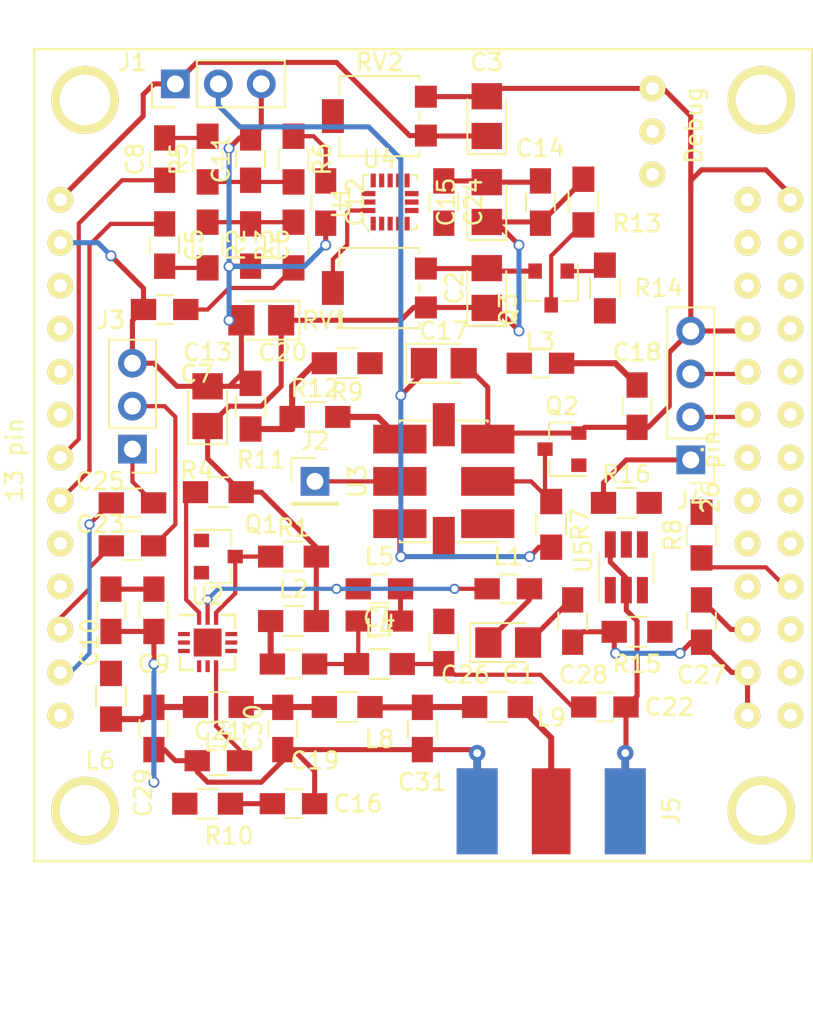
<source format=kicad_pcb>
(kicad_pcb (version 4) (host pcbnew 4.0.6+dfsg1-1)

  (general
    (links 163)
    (no_connects 56)
    (area 148.0511 54.021666 194.776101 114.845001)
    (thickness 1.6)
    (drawings 0)
    (tracks 292)
    (zones 0)
    (modules 71)
    (nets 70)
  )

  (page A4)
  (layers
    (0 F.Cu signal)
    (31 B.Cu signal)
    (32 B.Adhes user)
    (33 F.Adhes user)
    (34 B.Paste user)
    (35 F.Paste user)
    (36 B.SilkS user)
    (37 F.SilkS user)
    (38 B.Mask user)
    (39 F.Mask user)
    (40 Dwgs.User user)
    (41 Cmts.User user)
    (42 Eco1.User user)
    (43 Eco2.User user)
    (44 Edge.Cuts user)
    (45 Margin user)
    (46 B.CrtYd user)
    (47 F.CrtYd user)
    (48 B.Fab user)
    (49 F.Fab user)
  )

  (setup
    (last_trace_width 0.25)
    (trace_clearance 0.2)
    (zone_clearance 0.508)
    (zone_45_only no)
    (trace_min 0.2)
    (segment_width 0.2)
    (edge_width 0.15)
    (via_size 0.6)
    (via_drill 0.4)
    (via_min_size 0.4)
    (via_min_drill 0.3)
    (uvia_size 0.3)
    (uvia_drill 0.1)
    (uvias_allowed no)
    (uvia_min_size 0.2)
    (uvia_min_drill 0.1)
    (pcb_text_width 0.3)
    (pcb_text_size 1.5 1.5)
    (mod_edge_width 0.15)
    (mod_text_size 1 1)
    (mod_text_width 0.15)
    (pad_size 1.524 1.524)
    (pad_drill 0.762)
    (pad_to_mask_clearance 0.2)
    (aux_axis_origin 0 0)
    (visible_elements FFFEFFFF)
    (pcbplotparams
      (layerselection 0x00030_80000001)
      (usegerberextensions false)
      (excludeedgelayer true)
      (linewidth 0.100000)
      (plotframeref false)
      (viasonmask false)
      (mode 1)
      (useauxorigin false)
      (hpglpennumber 1)
      (hpglpenspeed 20)
      (hpglpendiameter 15)
      (hpglpenoverlay 2)
      (psnegative false)
      (psa4output false)
      (plotreference true)
      (plotvalue true)
      (plotinvisibletext false)
      (padsonsilk false)
      (subtractmaskfromsilk false)
      (outputformat 1)
      (mirror false)
      (drillshape 1)
      (scaleselection 1)
      (outputdirectory ""))
  )

  (net 0 "")
  (net 1 +5V)
  (net 2 GND)
  (net 3 "Net-(C4-Pad2)")
  (net 4 "Net-(C5-Pad1)")
  (net 5 "Net-(C5-Pad2)")
  (net 6 "Net-(C6-Pad1)")
  (net 7 "Net-(C7-Pad1)")
  (net 8 "Net-(C8-Pad1)")
  (net 9 "Net-(C8-Pad2)")
  (net 10 "Net-(C11-Pad1)")
  (net 11 "Net-(C12-Pad1)")
  (net 12 +3V3)
  (net 13 "Net-(C18-Pad2)")
  (net 14 "Net-(C19-Pad1)")
  (net 15 "Net-(C19-Pad2)")
  (net 16 PDet)
  (net 17 "Net-(C22-Pad2)")
  (net 18 "Net-(C23-Pad1)")
  (net 19 "Net-(C23-Pad2)")
  (net 20 "Net-(C24-Pad2)")
  (net 21 "Net-(C25-Pad1)")
  (net 22 "Net-(C25-Pad2)")
  (net 23 "Net-(C26-Pad1)")
  (net 24 "Net-(C29-Pad2)")
  (net 25 "Net-(C30-Pad2)")
  (net 26 "Net-(C31-Pad2)")
  (net 27 "Net-(J2-Pad1)")
  (net 28 "Net-(J4-Pad2)")
  (net 29 "Net-(J4-Pad3)")
  (net 30 "Net-(J5-Pad1)")
  (net 31 PA01)
  (net 32 "Net-(Q1-Pad3)")
  (net 33 "Net-(Q2-Pad1)")
  (net 34 "Net-(Q2-Pad3)")
  (net 35 "Net-(Q3-Pad1)")
  (net 36 "Net-(Q3-Pad3)")
  (net 37 "Net-(R4-Pad1)")
  (net 38 PA06)
  (net 39 "Net-(R9-Pad1)")
  (net 40 "Net-(R11-Pad2)")
  (net 41 "Net-(R10-Pad1)")
  (net 42 "Net-(R12-Pad2)")
  (net 43 PA07)
  (net 44 SLC)
  (net 45 SDA)
  (net 46 "Net-(RV1-Pad2)")
  (net 47 "Net-(RV2-Pad2)")
  (net 48 "Net-(U2-Pad3)")
  (net 49 "Net-(U2-Pad5)")
  (net 50 "Net-(U3-Pad1)")
  (net 51 "Net-(U4-Pad3)")
  (net 52 "Net-(U4-Pad4)")
  (net 53 "Net-(U4-Pad5)")
  (net 54 "Net-(U4-Pad6)")
  (net 55 "Net-(U4-Pad9)")
  (net 56 "Net-(U4-Pad10)")
  (net 57 "Net-(U4-Pad13)")
  (net 58 "Net-(U4-Pad108)")
  (net 59 "Net-(U4-Pad110)")
  (net 60 "Net-(U4-Pad113)")
  (net 61 "Net-(U4-Pad115)")
  (net 62 "Net-(U4-Pad119)")
  (net 63 "Net-(U4-Pad121)")
  (net 64 "Net-(U4-Pad122)")
  (net 65 "Net-(U4-Pad123)")
  (net 66 "Net-(U4-Pad124)")
  (net 67 "Net-(U4-Pad126)")
  (net 68 "Net-(U4-Pad202)")
  (net 69 "Net-(U4-Pad203)")

  (net_class Default "This is the default net class."
    (clearance 0.2)
    (trace_width 0.25)
    (via_dia 0.6)
    (via_drill 0.4)
    (uvia_dia 0.3)
    (uvia_drill 0.1)
    (add_net "Net-(C11-Pad1)")
    (add_net "Net-(C12-Pad1)")
    (add_net "Net-(C19-Pad1)")
    (add_net "Net-(C22-Pad2)")
    (add_net "Net-(C23-Pad1)")
    (add_net "Net-(C23-Pad2)")
    (add_net "Net-(C25-Pad1)")
    (add_net "Net-(C25-Pad2)")
    (add_net "Net-(C26-Pad1)")
    (add_net "Net-(C4-Pad2)")
    (add_net "Net-(C5-Pad1)")
    (add_net "Net-(C5-Pad2)")
    (add_net "Net-(C6-Pad1)")
    (add_net "Net-(C7-Pad1)")
    (add_net "Net-(C8-Pad1)")
    (add_net "Net-(C8-Pad2)")
    (add_net "Net-(J2-Pad1)")
    (add_net "Net-(J4-Pad2)")
    (add_net "Net-(J4-Pad3)")
    (add_net "Net-(Q1-Pad3)")
    (add_net "Net-(Q2-Pad1)")
    (add_net "Net-(Q2-Pad3)")
    (add_net "Net-(Q3-Pad1)")
    (add_net "Net-(Q3-Pad3)")
    (add_net "Net-(R10-Pad1)")
    (add_net "Net-(R4-Pad1)")
    (add_net "Net-(RV1-Pad2)")
    (add_net "Net-(RV2-Pad2)")
    (add_net "Net-(U2-Pad5)")
    (add_net "Net-(U3-Pad1)")
    (add_net "Net-(U4-Pad10)")
    (add_net "Net-(U4-Pad108)")
    (add_net "Net-(U4-Pad110)")
    (add_net "Net-(U4-Pad113)")
    (add_net "Net-(U4-Pad115)")
    (add_net "Net-(U4-Pad119)")
    (add_net "Net-(U4-Pad121)")
    (add_net "Net-(U4-Pad122)")
    (add_net "Net-(U4-Pad123)")
    (add_net "Net-(U4-Pad124)")
    (add_net "Net-(U4-Pad126)")
    (add_net "Net-(U4-Pad13)")
    (add_net "Net-(U4-Pad202)")
    (add_net "Net-(U4-Pad203)")
    (add_net "Net-(U4-Pad3)")
    (add_net "Net-(U4-Pad4)")
    (add_net "Net-(U4-Pad5)")
    (add_net "Net-(U4-Pad6)")
    (add_net "Net-(U4-Pad9)")
    (add_net PA01)
    (add_net PA06)
    (add_net PA07)
    (add_net PDet)
    (add_net SDA)
    (add_net SLC)
  )

  (net_class +3V3 ""
    (clearance 0.2)
    (trace_width 0.3)
    (via_dia 0.65)
    (via_drill 0.45)
    (uvia_dia 0.35)
    (uvia_drill 0.1)
    (add_net +3V3)
  )

  (net_class +5V ""
    (clearance 0.2)
    (trace_width 0.3)
    (via_dia 0.65)
    (via_drill 0.45)
    (uvia_dia 0.35)
    (uvia_drill 0.1)
    (add_net +5V)
  )

  (net_class GND ""
    (clearance 0.2)
    (trace_width 0.3)
    (via_dia 0.65)
    (via_drill 0.45)
    (uvia_dia 0.35)
    (uvia_drill 0.1)
    (add_net GND)
  )

  (net_class RF ""
    (clearance 0.12)
    (trace_width 0.36)
    (via_dia 0.65)
    (via_drill 0.45)
    (uvia_dia 0.35)
    (uvia_drill 0.1)
    (add_net "Net-(C18-Pad2)")
    (add_net "Net-(C19-Pad2)")
    (add_net "Net-(C24-Pad2)")
    (add_net "Net-(C29-Pad2)")
    (add_net "Net-(C30-Pad2)")
    (add_net "Net-(C31-Pad2)")
    (add_net "Net-(J5-Pad1)")
    (add_net "Net-(R11-Pad2)")
    (add_net "Net-(R12-Pad2)")
    (add_net "Net-(R9-Pad1)")
    (add_net "Net-(U2-Pad3)")
  )

  (module Capacitors_Tantalum_SMD:CP_Tantalum_Case-R_EIA-2012-12_Reflow (layer F.Cu) (tedit 5B19A969) (tstamp 5B183AF9)
    (at 176.53 92.075)
    (descr "Tantalum capacitor, Case R, EIA 2012-12, 2.0x1.3x1.2mm, Reflow soldering footprint")
    (tags "capacitor tantalum smd")
    (path /5B13337B)
    (attr smd)
    (fp_text reference C1 (at 0.635 1.905 180) (layer F.SilkS)
      (effects (font (size 1 1) (thickness 0.15)))
    )
    (fp_text value "1uF 16V" (at 0 2.4) (layer F.Fab)
      (effects (font (size 1 1) (thickness 0.15)))
    )
    (fp_line (start -2.35 -1.3) (end -2.35 1.3) (layer F.CrtYd) (width 0.05))
    (fp_line (start -2.35 1.3) (end 2.35 1.3) (layer F.CrtYd) (width 0.05))
    (fp_line (start 2.35 1.3) (end 2.35 -1.3) (layer F.CrtYd) (width 0.05))
    (fp_line (start 2.35 -1.3) (end -2.35 -1.3) (layer F.CrtYd) (width 0.05))
    (fp_line (start -1 -0.65) (end -1 0.65) (layer F.Fab) (width 0.1))
    (fp_line (start -1 0.65) (end 1 0.65) (layer F.Fab) (width 0.1))
    (fp_line (start 1 0.65) (end 1 -0.65) (layer F.Fab) (width 0.1))
    (fp_line (start 1 -0.65) (end -1 -0.65) (layer F.Fab) (width 0.1))
    (fp_line (start -0.8 -0.65) (end -0.8 0.65) (layer F.Fab) (width 0.1))
    (fp_line (start -0.7 -0.65) (end -0.7 0.65) (layer F.Fab) (width 0.1))
    (fp_line (start -2.25 -1.15) (end 1 -1.15) (layer F.SilkS) (width 0.12))
    (fp_line (start -2.25 1.15) (end 1 1.15) (layer F.SilkS) (width 0.12))
    (fp_line (start -2.25 -1.15) (end -2.25 1.15) (layer F.SilkS) (width 0.12))
    (pad 1 smd rect (at -1.175 0) (size 1.55 1.8) (layers F.Cu F.Paste F.Mask)
      (net 1 +5V))
    (pad 2 smd rect (at 1.175 0) (size 1.55 1.8) (layers F.Cu F.Paste F.Mask)
      (net 2 GND))
    (model Capacitors_Tantalum_SMD.3dshapes/CP_Tantalum_Case-R_EIA-2012-12.wrl
      (at (xyz 0 0 0))
      (scale (xyz 1 1 1))
      (rotate (xyz 0 0 0))
    )
  )

  (module Capacitors_Tantalum_SMD:CP_Tantalum_Case-R_EIA-2012-12_Reflow (layer F.Cu) (tedit 5B19A946) (tstamp 5B183B0C)
    (at 175.26 71.12 90)
    (descr "Tantalum capacitor, Case R, EIA 2012-12, 2.0x1.3x1.2mm, Reflow soldering footprint")
    (tags "capacitor tantalum smd")
    (path /5A1CB572)
    (attr smd)
    (fp_text reference C2 (at 0 -1.905 90) (layer F.SilkS)
      (effects (font (size 1 1) (thickness 0.15)))
    )
    (fp_text value "1uF 16V" (at 0 2.4 90) (layer F.Fab)
      (effects (font (size 1 1) (thickness 0.15)))
    )
    (fp_line (start -2.35 -1.3) (end -2.35 1.3) (layer F.CrtYd) (width 0.05))
    (fp_line (start -2.35 1.3) (end 2.35 1.3) (layer F.CrtYd) (width 0.05))
    (fp_line (start 2.35 1.3) (end 2.35 -1.3) (layer F.CrtYd) (width 0.05))
    (fp_line (start 2.35 -1.3) (end -2.35 -1.3) (layer F.CrtYd) (width 0.05))
    (fp_line (start -1 -0.65) (end -1 0.65) (layer F.Fab) (width 0.1))
    (fp_line (start -1 0.65) (end 1 0.65) (layer F.Fab) (width 0.1))
    (fp_line (start 1 0.65) (end 1 -0.65) (layer F.Fab) (width 0.1))
    (fp_line (start 1 -0.65) (end -1 -0.65) (layer F.Fab) (width 0.1))
    (fp_line (start -0.8 -0.65) (end -0.8 0.65) (layer F.Fab) (width 0.1))
    (fp_line (start -0.7 -0.65) (end -0.7 0.65) (layer F.Fab) (width 0.1))
    (fp_line (start -2.25 -1.15) (end 1 -1.15) (layer F.SilkS) (width 0.12))
    (fp_line (start -2.25 1.15) (end 1 1.15) (layer F.SilkS) (width 0.12))
    (fp_line (start -2.25 -1.15) (end -2.25 1.15) (layer F.SilkS) (width 0.12))
    (pad 1 smd rect (at -1.175 0 90) (size 1.55 1.8) (layers F.Cu F.Paste F.Mask)
      (net 1 +5V))
    (pad 2 smd rect (at 1.175 0 90) (size 1.55 1.8) (layers F.Cu F.Paste F.Mask)
      (net 2 GND))
    (model Capacitors_Tantalum_SMD.3dshapes/CP_Tantalum_Case-R_EIA-2012-12.wrl
      (at (xyz 0 0 0))
      (scale (xyz 1 1 1))
      (rotate (xyz 0 0 0))
    )
  )

  (module Capacitors_Tantalum_SMD:CP_Tantalum_Case-R_EIA-2012-12_Reflow (layer F.Cu) (tedit 5B199A0B) (tstamp 5B183B1F)
    (at 175.26 60.96 90)
    (descr "Tantalum capacitor, Case R, EIA 2012-12, 2.0x1.3x1.2mm, Reflow soldering footprint")
    (tags "capacitor tantalum smd")
    (path /5A1CB46E)
    (attr smd)
    (fp_text reference C3 (at 3.175 0 180) (layer F.SilkS)
      (effects (font (size 1 1) (thickness 0.15)))
    )
    (fp_text value "1uF 16V" (at 0 2.54 90) (layer F.Fab)
      (effects (font (size 1 1) (thickness 0.15)))
    )
    (fp_line (start -2.35 -1.3) (end -2.35 1.3) (layer F.CrtYd) (width 0.05))
    (fp_line (start -2.35 1.3) (end 2.35 1.3) (layer F.CrtYd) (width 0.05))
    (fp_line (start 2.35 1.3) (end 2.35 -1.3) (layer F.CrtYd) (width 0.05))
    (fp_line (start 2.35 -1.3) (end -2.35 -1.3) (layer F.CrtYd) (width 0.05))
    (fp_line (start -1 -0.65) (end -1 0.65) (layer F.Fab) (width 0.1))
    (fp_line (start -1 0.65) (end 1 0.65) (layer F.Fab) (width 0.1))
    (fp_line (start 1 0.65) (end 1 -0.65) (layer F.Fab) (width 0.1))
    (fp_line (start 1 -0.65) (end -1 -0.65) (layer F.Fab) (width 0.1))
    (fp_line (start -0.8 -0.65) (end -0.8 0.65) (layer F.Fab) (width 0.1))
    (fp_line (start -0.7 -0.65) (end -0.7 0.65) (layer F.Fab) (width 0.1))
    (fp_line (start -2.25 -1.15) (end 1 -1.15) (layer F.SilkS) (width 0.12))
    (fp_line (start -2.25 1.15) (end 1 1.15) (layer F.SilkS) (width 0.12))
    (fp_line (start -2.25 -1.15) (end -2.25 1.15) (layer F.SilkS) (width 0.12))
    (pad 1 smd rect (at -1.175 0 90) (size 1.55 1.8) (layers F.Cu F.Paste F.Mask)
      (net 1 +5V))
    (pad 2 smd rect (at 1.175 0 90) (size 1.55 1.8) (layers F.Cu F.Paste F.Mask)
      (net 2 GND))
    (model Capacitors_Tantalum_SMD.3dshapes/CP_Tantalum_Case-R_EIA-2012-12.wrl
      (at (xyz 0 0 0))
      (scale (xyz 1 1 1))
      (rotate (xyz 0 0 0))
    )
  )

  (module Capacitors_SMD:C_0805_HandSoldering (layer F.Cu) (tedit 58AA84A8) (tstamp 5B183B30)
    (at 168.91 88.9 180)
    (descr "Capacitor SMD 0805, hand soldering")
    (tags "capacitor 0805")
    (path /5A2374AB)
    (attr smd)
    (fp_text reference C4 (at 0 -1.75 180) (layer F.SilkS)
      (effects (font (size 1 1) (thickness 0.15)))
    )
    (fp_text value 3.3pF (at 0 1.75 180) (layer F.Fab)
      (effects (font (size 1 1) (thickness 0.15)))
    )
    (fp_text user %R (at 0 -1.75 180) (layer F.Fab)
      (effects (font (size 1 1) (thickness 0.15)))
    )
    (fp_line (start -1 0.62) (end -1 -0.62) (layer F.Fab) (width 0.1))
    (fp_line (start 1 0.62) (end -1 0.62) (layer F.Fab) (width 0.1))
    (fp_line (start 1 -0.62) (end 1 0.62) (layer F.Fab) (width 0.1))
    (fp_line (start -1 -0.62) (end 1 -0.62) (layer F.Fab) (width 0.1))
    (fp_line (start 0.5 -0.85) (end -0.5 -0.85) (layer F.SilkS) (width 0.12))
    (fp_line (start -0.5 0.85) (end 0.5 0.85) (layer F.SilkS) (width 0.12))
    (fp_line (start -2.25 -0.88) (end 2.25 -0.88) (layer F.CrtYd) (width 0.05))
    (fp_line (start -2.25 -0.88) (end -2.25 0.87) (layer F.CrtYd) (width 0.05))
    (fp_line (start 2.25 0.87) (end 2.25 -0.88) (layer F.CrtYd) (width 0.05))
    (fp_line (start 2.25 0.87) (end -2.25 0.87) (layer F.CrtYd) (width 0.05))
    (pad 1 smd rect (at -1.25 0 180) (size 1.5 1.25) (layers F.Cu F.Paste F.Mask)
      (net 2 GND))
    (pad 2 smd rect (at 1.25 0 180) (size 1.5 1.25) (layers F.Cu F.Paste F.Mask)
      (net 3 "Net-(C4-Pad2)"))
    (model Capacitors_SMD.3dshapes/C_0805.wrl
      (at (xyz 0 0 0))
      (scale (xyz 1 1 1))
      (rotate (xyz 0 0 0))
    )
  )

  (module Capacitors_SMD:C_0805_HandSoldering (layer F.Cu) (tedit 58AA84A8) (tstamp 5B183B41)
    (at 156.21 68.58 270)
    (descr "Capacitor SMD 0805, hand soldering")
    (tags "capacitor 0805")
    (path /5A144C1C)
    (attr smd)
    (fp_text reference C5 (at 0 -1.75 270) (layer F.SilkS)
      (effects (font (size 1 1) (thickness 0.15)))
    )
    (fp_text value "10uF 16V" (at 0 1.75 270) (layer F.Fab)
      (effects (font (size 1 1) (thickness 0.15)))
    )
    (fp_text user %R (at 0 -1.75 270) (layer F.Fab)
      (effects (font (size 1 1) (thickness 0.15)))
    )
    (fp_line (start -1 0.62) (end -1 -0.62) (layer F.Fab) (width 0.1))
    (fp_line (start 1 0.62) (end -1 0.62) (layer F.Fab) (width 0.1))
    (fp_line (start 1 -0.62) (end 1 0.62) (layer F.Fab) (width 0.1))
    (fp_line (start -1 -0.62) (end 1 -0.62) (layer F.Fab) (width 0.1))
    (fp_line (start 0.5 -0.85) (end -0.5 -0.85) (layer F.SilkS) (width 0.12))
    (fp_line (start -0.5 0.85) (end 0.5 0.85) (layer F.SilkS) (width 0.12))
    (fp_line (start -2.25 -0.88) (end 2.25 -0.88) (layer F.CrtYd) (width 0.05))
    (fp_line (start -2.25 -0.88) (end -2.25 0.87) (layer F.CrtYd) (width 0.05))
    (fp_line (start 2.25 0.87) (end 2.25 -0.88) (layer F.CrtYd) (width 0.05))
    (fp_line (start 2.25 0.87) (end -2.25 0.87) (layer F.CrtYd) (width 0.05))
    (pad 1 smd rect (at -1.25 0 270) (size 1.5 1.25) (layers F.Cu F.Paste F.Mask)
      (net 4 "Net-(C5-Pad1)"))
    (pad 2 smd rect (at 1.25 0 270) (size 1.5 1.25) (layers F.Cu F.Paste F.Mask)
      (net 5 "Net-(C5-Pad2)"))
    (model Capacitors_SMD.3dshapes/C_0805.wrl
      (at (xyz 0 0 0))
      (scale (xyz 1 1 1))
      (rotate (xyz 0 0 0))
    )
  )

  (module Capacitors_SMD:C_0805_HandSoldering (layer F.Cu) (tedit 58AA84A8) (tstamp 5B183B52)
    (at 161.29 68.58 270)
    (descr "Capacitor SMD 0805, hand soldering")
    (tags "capacitor 0805")
    (path /5A14576C)
    (attr smd)
    (fp_text reference C6 (at 0 -1.75 270) (layer F.SilkS)
      (effects (font (size 1 1) (thickness 0.15)))
    )
    (fp_text value 2200pF (at 0 1.75 270) (layer F.Fab)
      (effects (font (size 1 1) (thickness 0.15)))
    )
    (fp_text user %R (at 0 -1.75 270) (layer F.Fab)
      (effects (font (size 1 1) (thickness 0.15)))
    )
    (fp_line (start -1 0.62) (end -1 -0.62) (layer F.Fab) (width 0.1))
    (fp_line (start 1 0.62) (end -1 0.62) (layer F.Fab) (width 0.1))
    (fp_line (start 1 -0.62) (end 1 0.62) (layer F.Fab) (width 0.1))
    (fp_line (start -1 -0.62) (end 1 -0.62) (layer F.Fab) (width 0.1))
    (fp_line (start 0.5 -0.85) (end -0.5 -0.85) (layer F.SilkS) (width 0.12))
    (fp_line (start -0.5 0.85) (end 0.5 0.85) (layer F.SilkS) (width 0.12))
    (fp_line (start -2.25 -0.88) (end 2.25 -0.88) (layer F.CrtYd) (width 0.05))
    (fp_line (start -2.25 -0.88) (end -2.25 0.87) (layer F.CrtYd) (width 0.05))
    (fp_line (start 2.25 0.87) (end 2.25 -0.88) (layer F.CrtYd) (width 0.05))
    (fp_line (start 2.25 0.87) (end -2.25 0.87) (layer F.CrtYd) (width 0.05))
    (pad 1 smd rect (at -1.25 0 270) (size 1.5 1.25) (layers F.Cu F.Paste F.Mask)
      (net 6 "Net-(C6-Pad1)"))
    (pad 2 smd rect (at 1.25 0 270) (size 1.5 1.25) (layers F.Cu F.Paste F.Mask)
      (net 2 GND))
    (model Capacitors_SMD.3dshapes/C_0805.wrl
      (at (xyz 0 0 0))
      (scale (xyz 1 1 1))
      (rotate (xyz 0 0 0))
    )
  )

  (module Capacitors_SMD:C_0805_HandSoldering (layer F.Cu) (tedit 5B19A7BB) (tstamp 5B183B63)
    (at 156.21 72.39 180)
    (descr "Capacitor SMD 0805, hand soldering")
    (tags "capacitor 0805")
    (path /5A145A03)
    (attr smd)
    (fp_text reference C7 (at -1.905 -3.81 180) (layer F.SilkS)
      (effects (font (size 1 1) (thickness 0.15)))
    )
    (fp_text value 2200pF (at 0 1.75 180) (layer F.Fab)
      (effects (font (size 1 1) (thickness 0.15)))
    )
    (fp_text user %R (at -1.905 -3.81 180) (layer F.Fab)
      (effects (font (size 1 1) (thickness 0.15)))
    )
    (fp_line (start -1 0.62) (end -1 -0.62) (layer F.Fab) (width 0.1))
    (fp_line (start 1 0.62) (end -1 0.62) (layer F.Fab) (width 0.1))
    (fp_line (start 1 -0.62) (end 1 0.62) (layer F.Fab) (width 0.1))
    (fp_line (start -1 -0.62) (end 1 -0.62) (layer F.Fab) (width 0.1))
    (fp_line (start 0.5 -0.85) (end -0.5 -0.85) (layer F.SilkS) (width 0.12))
    (fp_line (start -0.5 0.85) (end 0.5 0.85) (layer F.SilkS) (width 0.12))
    (fp_line (start -2.25 -0.88) (end 2.25 -0.88) (layer F.CrtYd) (width 0.05))
    (fp_line (start -2.25 -0.88) (end -2.25 0.87) (layer F.CrtYd) (width 0.05))
    (fp_line (start 2.25 0.87) (end 2.25 -0.88) (layer F.CrtYd) (width 0.05))
    (fp_line (start 2.25 0.87) (end -2.25 0.87) (layer F.CrtYd) (width 0.05))
    (pad 1 smd rect (at -1.25 0 180) (size 1.5 1.25) (layers F.Cu F.Paste F.Mask)
      (net 7 "Net-(C7-Pad1)"))
    (pad 2 smd rect (at 1.25 0 180) (size 1.5 1.25) (layers F.Cu F.Paste F.Mask)
      (net 2 GND))
    (model Capacitors_SMD.3dshapes/C_0805.wrl
      (at (xyz 0 0 0))
      (scale (xyz 1 1 1))
      (rotate (xyz 0 0 0))
    )
  )

  (module Capacitors_SMD:C_0805_HandSoldering (layer F.Cu) (tedit 5B19A38F) (tstamp 5B183B74)
    (at 156.21 63.5 90)
    (descr "Capacitor SMD 0805, hand soldering")
    (tags "capacitor 0805")
    (path /5A144B5B)
    (attr smd)
    (fp_text reference C8 (at 0 -1.75 90) (layer F.SilkS)
      (effects (font (size 1 1) (thickness 0.15)))
    )
    (fp_text value "10uF 16V" (at 0 -3.81 90) (layer F.Fab)
      (effects (font (size 1 1) (thickness 0.15)))
    )
    (fp_text user %R (at 0 -1.75 90) (layer F.Fab)
      (effects (font (size 1 1) (thickness 0.15)))
    )
    (fp_line (start -1 0.62) (end -1 -0.62) (layer F.Fab) (width 0.1))
    (fp_line (start 1 0.62) (end -1 0.62) (layer F.Fab) (width 0.1))
    (fp_line (start 1 -0.62) (end 1 0.62) (layer F.Fab) (width 0.1))
    (fp_line (start -1 -0.62) (end 1 -0.62) (layer F.Fab) (width 0.1))
    (fp_line (start 0.5 -0.85) (end -0.5 -0.85) (layer F.SilkS) (width 0.12))
    (fp_line (start -0.5 0.85) (end 0.5 0.85) (layer F.SilkS) (width 0.12))
    (fp_line (start -2.25 -0.88) (end 2.25 -0.88) (layer F.CrtYd) (width 0.05))
    (fp_line (start -2.25 -0.88) (end -2.25 0.87) (layer F.CrtYd) (width 0.05))
    (fp_line (start 2.25 0.87) (end 2.25 -0.88) (layer F.CrtYd) (width 0.05))
    (fp_line (start 2.25 0.87) (end -2.25 0.87) (layer F.CrtYd) (width 0.05))
    (pad 1 smd rect (at -1.25 0 90) (size 1.5 1.25) (layers F.Cu F.Paste F.Mask)
      (net 8 "Net-(C8-Pad1)"))
    (pad 2 smd rect (at 1.25 0 90) (size 1.5 1.25) (layers F.Cu F.Paste F.Mask)
      (net 9 "Net-(C8-Pad2)"))
    (model Capacitors_SMD.3dshapes/C_0805.wrl
      (at (xyz 0 0 0))
      (scale (xyz 1 1 1))
      (rotate (xyz 0 0 0))
    )
  )

  (module Capacitors_SMD:C_0805_HandSoldering (layer F.Cu) (tedit 5B19AA06) (tstamp 5B183B85)
    (at 155.575 90.17 90)
    (descr "Capacitor SMD 0805, hand soldering")
    (tags "capacitor 0805")
    (path /5A235053)
    (attr smd)
    (fp_text reference C9 (at -3.175 0 180) (layer F.SilkS)
      (effects (font (size 1 1) (thickness 0.15)))
    )
    (fp_text value 1nF (at 0 1.75 90) (layer F.Fab)
      (effects (font (size 1 1) (thickness 0.15)))
    )
    (fp_text user %R (at -3.175 0 180) (layer F.Fab)
      (effects (font (size 1 1) (thickness 0.15)))
    )
    (fp_line (start -1 0.62) (end -1 -0.62) (layer F.Fab) (width 0.1))
    (fp_line (start 1 0.62) (end -1 0.62) (layer F.Fab) (width 0.1))
    (fp_line (start 1 -0.62) (end 1 0.62) (layer F.Fab) (width 0.1))
    (fp_line (start -1 -0.62) (end 1 -0.62) (layer F.Fab) (width 0.1))
    (fp_line (start 0.5 -0.85) (end -0.5 -0.85) (layer F.SilkS) (width 0.12))
    (fp_line (start -0.5 0.85) (end 0.5 0.85) (layer F.SilkS) (width 0.12))
    (fp_line (start -2.25 -0.88) (end 2.25 -0.88) (layer F.CrtYd) (width 0.05))
    (fp_line (start -2.25 -0.88) (end -2.25 0.87) (layer F.CrtYd) (width 0.05))
    (fp_line (start 2.25 0.87) (end 2.25 -0.88) (layer F.CrtYd) (width 0.05))
    (fp_line (start 2.25 0.87) (end -2.25 0.87) (layer F.CrtYd) (width 0.05))
    (pad 1 smd rect (at -1.25 0 90) (size 1.5 1.25) (layers F.Cu F.Paste F.Mask)
      (net 2 GND))
    (pad 2 smd rect (at 1.25 0 90) (size 1.5 1.25) (layers F.Cu F.Paste F.Mask)
      (net 1 +5V))
    (model Capacitors_SMD.3dshapes/C_0805.wrl
      (at (xyz 0 0 0))
      (scale (xyz 1 1 1))
      (rotate (xyz 0 0 0))
    )
  )

  (module Capacitors_SMD:C_0805_HandSoldering (layer F.Cu) (tedit 5B19A9F7) (tstamp 5B183B96)
    (at 153.035 90.17 270)
    (descr "Capacitor SMD 0805, hand soldering")
    (tags "capacitor 0805")
    (path /5A12ECC9)
    (attr smd)
    (fp_text reference C10 (at 1.905 1.27 270) (layer F.SilkS)
      (effects (font (size 1 1) (thickness 0.15)))
    )
    (fp_text value "4.7uF 16V" (at 0 1.75 270) (layer F.Fab)
      (effects (font (size 1 1) (thickness 0.15)))
    )
    (fp_text user %R (at 1.905 1.27 270) (layer F.Fab)
      (effects (font (size 1 1) (thickness 0.15)))
    )
    (fp_line (start -1 0.62) (end -1 -0.62) (layer F.Fab) (width 0.1))
    (fp_line (start 1 0.62) (end -1 0.62) (layer F.Fab) (width 0.1))
    (fp_line (start 1 -0.62) (end 1 0.62) (layer F.Fab) (width 0.1))
    (fp_line (start -1 -0.62) (end 1 -0.62) (layer F.Fab) (width 0.1))
    (fp_line (start 0.5 -0.85) (end -0.5 -0.85) (layer F.SilkS) (width 0.12))
    (fp_line (start -0.5 0.85) (end 0.5 0.85) (layer F.SilkS) (width 0.12))
    (fp_line (start -2.25 -0.88) (end 2.25 -0.88) (layer F.CrtYd) (width 0.05))
    (fp_line (start -2.25 -0.88) (end -2.25 0.87) (layer F.CrtYd) (width 0.05))
    (fp_line (start 2.25 0.87) (end 2.25 -0.88) (layer F.CrtYd) (width 0.05))
    (fp_line (start 2.25 0.87) (end -2.25 0.87) (layer F.CrtYd) (width 0.05))
    (pad 1 smd rect (at -1.25 0 270) (size 1.5 1.25) (layers F.Cu F.Paste F.Mask)
      (net 1 +5V))
    (pad 2 smd rect (at 1.25 0 270) (size 1.5 1.25) (layers F.Cu F.Paste F.Mask)
      (net 2 GND))
    (model Capacitors_SMD.3dshapes/C_0805.wrl
      (at (xyz 0 0 0))
      (scale (xyz 1 1 1))
      (rotate (xyz 0 0 0))
    )
  )

  (module Capacitors_SMD:C_0805_HandSoldering (layer F.Cu) (tedit 58AA84A8) (tstamp 5B183BA7)
    (at 161.29 63.5 90)
    (descr "Capacitor SMD 0805, hand soldering")
    (tags "capacitor 0805")
    (path /5A145813)
    (attr smd)
    (fp_text reference C11 (at 0 -1.75 90) (layer F.SilkS)
      (effects (font (size 1 1) (thickness 0.15)))
    )
    (fp_text value 2200pF (at 0 1.75 90) (layer F.Fab)
      (effects (font (size 1 1) (thickness 0.15)))
    )
    (fp_text user %R (at 0 -1.75 90) (layer F.Fab)
      (effects (font (size 1 1) (thickness 0.15)))
    )
    (fp_line (start -1 0.62) (end -1 -0.62) (layer F.Fab) (width 0.1))
    (fp_line (start 1 0.62) (end -1 0.62) (layer F.Fab) (width 0.1))
    (fp_line (start 1 -0.62) (end 1 0.62) (layer F.Fab) (width 0.1))
    (fp_line (start -1 -0.62) (end 1 -0.62) (layer F.Fab) (width 0.1))
    (fp_line (start 0.5 -0.85) (end -0.5 -0.85) (layer F.SilkS) (width 0.12))
    (fp_line (start -0.5 0.85) (end 0.5 0.85) (layer F.SilkS) (width 0.12))
    (fp_line (start -2.25 -0.88) (end 2.25 -0.88) (layer F.CrtYd) (width 0.05))
    (fp_line (start -2.25 -0.88) (end -2.25 0.87) (layer F.CrtYd) (width 0.05))
    (fp_line (start 2.25 0.87) (end 2.25 -0.88) (layer F.CrtYd) (width 0.05))
    (fp_line (start 2.25 0.87) (end -2.25 0.87) (layer F.CrtYd) (width 0.05))
    (pad 1 smd rect (at -1.25 0 90) (size 1.5 1.25) (layers F.Cu F.Paste F.Mask)
      (net 10 "Net-(C11-Pad1)"))
    (pad 2 smd rect (at 1.25 0 90) (size 1.5 1.25) (layers F.Cu F.Paste F.Mask)
      (net 2 GND))
    (model Capacitors_SMD.3dshapes/C_0805.wrl
      (at (xyz 0 0 0))
      (scale (xyz 1 1 1))
      (rotate (xyz 0 0 0))
    )
  )

  (module Capacitors_SMD:C_0805_HandSoldering (layer F.Cu) (tedit 58AA84A8) (tstamp 5B183BB8)
    (at 165.735 66.04 270)
    (descr "Capacitor SMD 0805, hand soldering")
    (tags "capacitor 0805")
    (path /5A145A97)
    (attr smd)
    (fp_text reference C12 (at 0 -1.75 270) (layer F.SilkS)
      (effects (font (size 1 1) (thickness 0.15)))
    )
    (fp_text value 2200pF (at 0 1.75 270) (layer F.Fab)
      (effects (font (size 1 1) (thickness 0.15)))
    )
    (fp_text user %R (at 0 -1.75 270) (layer F.Fab)
      (effects (font (size 1 1) (thickness 0.15)))
    )
    (fp_line (start -1 0.62) (end -1 -0.62) (layer F.Fab) (width 0.1))
    (fp_line (start 1 0.62) (end -1 0.62) (layer F.Fab) (width 0.1))
    (fp_line (start 1 -0.62) (end 1 0.62) (layer F.Fab) (width 0.1))
    (fp_line (start -1 -0.62) (end 1 -0.62) (layer F.Fab) (width 0.1))
    (fp_line (start 0.5 -0.85) (end -0.5 -0.85) (layer F.SilkS) (width 0.12))
    (fp_line (start -0.5 0.85) (end 0.5 0.85) (layer F.SilkS) (width 0.12))
    (fp_line (start -2.25 -0.88) (end 2.25 -0.88) (layer F.CrtYd) (width 0.05))
    (fp_line (start -2.25 -0.88) (end -2.25 0.87) (layer F.CrtYd) (width 0.05))
    (fp_line (start 2.25 0.87) (end 2.25 -0.88) (layer F.CrtYd) (width 0.05))
    (fp_line (start 2.25 0.87) (end -2.25 0.87) (layer F.CrtYd) (width 0.05))
    (pad 1 smd rect (at -1.25 0 270) (size 1.5 1.25) (layers F.Cu F.Paste F.Mask)
      (net 11 "Net-(C12-Pad1)"))
    (pad 2 smd rect (at 1.25 0 270) (size 1.5 1.25) (layers F.Cu F.Paste F.Mask)
      (net 2 GND))
    (model Capacitors_SMD.3dshapes/C_0805.wrl
      (at (xyz 0 0 0))
      (scale (xyz 1 1 1))
      (rotate (xyz 0 0 0))
    )
  )

  (module Capacitors_Tantalum_SMD:CP_Tantalum_Case-R_EIA-2012-12_Reflow (layer F.Cu) (tedit 5B19A8A2) (tstamp 5B183BCB)
    (at 158.75 78.105 90)
    (descr "Tantalum capacitor, Case R, EIA 2012-12, 2.0x1.3x1.2mm, Reflow soldering footprint")
    (tags "capacitor tantalum smd")
    (path /5B132157)
    (attr smd)
    (fp_text reference C13 (at 3.175 0 180) (layer F.SilkS)
      (effects (font (size 1 1) (thickness 0.15)))
    )
    (fp_text value "1uF 16V" (at 0 2.4 90) (layer F.Fab)
      (effects (font (size 1 1) (thickness 0.15)))
    )
    (fp_line (start -2.35 -1.3) (end -2.35 1.3) (layer F.CrtYd) (width 0.05))
    (fp_line (start -2.35 1.3) (end 2.35 1.3) (layer F.CrtYd) (width 0.05))
    (fp_line (start 2.35 1.3) (end 2.35 -1.3) (layer F.CrtYd) (width 0.05))
    (fp_line (start 2.35 -1.3) (end -2.35 -1.3) (layer F.CrtYd) (width 0.05))
    (fp_line (start -1 -0.65) (end -1 0.65) (layer F.Fab) (width 0.1))
    (fp_line (start -1 0.65) (end 1 0.65) (layer F.Fab) (width 0.1))
    (fp_line (start 1 0.65) (end 1 -0.65) (layer F.Fab) (width 0.1))
    (fp_line (start 1 -0.65) (end -1 -0.65) (layer F.Fab) (width 0.1))
    (fp_line (start -0.8 -0.65) (end -0.8 0.65) (layer F.Fab) (width 0.1))
    (fp_line (start -0.7 -0.65) (end -0.7 0.65) (layer F.Fab) (width 0.1))
    (fp_line (start -2.25 -1.15) (end 1 -1.15) (layer F.SilkS) (width 0.12))
    (fp_line (start -2.25 1.15) (end 1 1.15) (layer F.SilkS) (width 0.12))
    (fp_line (start -2.25 -1.15) (end -2.25 1.15) (layer F.SilkS) (width 0.12))
    (pad 1 smd rect (at -1.175 0 90) (size 1.55 1.8) (layers F.Cu F.Paste F.Mask)
      (net 1 +5V))
    (pad 2 smd rect (at 1.175 0 90) (size 1.55 1.8) (layers F.Cu F.Paste F.Mask)
      (net 2 GND))
    (model Capacitors_Tantalum_SMD.3dshapes/CP_Tantalum_Case-R_EIA-2012-12.wrl
      (at (xyz 0 0 0))
      (scale (xyz 1 1 1))
      (rotate (xyz 0 0 0))
    )
  )

  (module Capacitors_SMD:C_0805_HandSoldering (layer F.Cu) (tedit 5B19A831) (tstamp 5B183BDC)
    (at 178.435 66.04 270)
    (descr "Capacitor SMD 0805, hand soldering")
    (tags "capacitor 0805")
    (path /5B15B332)
    (attr smd)
    (fp_text reference C14 (at -3.175 0 360) (layer F.SilkS)
      (effects (font (size 1 1) (thickness 0.15)))
    )
    (fp_text value 1nF (at 0 1.75 270) (layer F.Fab)
      (effects (font (size 1 1) (thickness 0.15)))
    )
    (fp_text user %R (at -3.175 0 360) (layer F.Fab)
      (effects (font (size 1 1) (thickness 0.15)))
    )
    (fp_line (start -1 0.62) (end -1 -0.62) (layer F.Fab) (width 0.1))
    (fp_line (start 1 0.62) (end -1 0.62) (layer F.Fab) (width 0.1))
    (fp_line (start 1 -0.62) (end 1 0.62) (layer F.Fab) (width 0.1))
    (fp_line (start -1 -0.62) (end 1 -0.62) (layer F.Fab) (width 0.1))
    (fp_line (start 0.5 -0.85) (end -0.5 -0.85) (layer F.SilkS) (width 0.12))
    (fp_line (start -0.5 0.85) (end 0.5 0.85) (layer F.SilkS) (width 0.12))
    (fp_line (start -2.25 -0.88) (end 2.25 -0.88) (layer F.CrtYd) (width 0.05))
    (fp_line (start -2.25 -0.88) (end -2.25 0.87) (layer F.CrtYd) (width 0.05))
    (fp_line (start 2.25 0.87) (end 2.25 -0.88) (layer F.CrtYd) (width 0.05))
    (fp_line (start 2.25 0.87) (end -2.25 0.87) (layer F.CrtYd) (width 0.05))
    (pad 1 smd rect (at -1.25 0 270) (size 1.5 1.25) (layers F.Cu F.Paste F.Mask)
      (net 2 GND))
    (pad 2 smd rect (at 1.25 0 270) (size 1.5 1.25) (layers F.Cu F.Paste F.Mask)
      (net 1 +5V))
    (model Capacitors_SMD.3dshapes/C_0805.wrl
      (at (xyz 0 0 0))
      (scale (xyz 1 1 1))
      (rotate (xyz 0 0 0))
    )
  )

  (module Capacitors_Tantalum_SMD:CP_Tantalum_Case-R_EIA-2012-12_Reflow (layer F.Cu) (tedit 57B6E980) (tstamp 5B183BEF)
    (at 175.26 66.04 90)
    (descr "Tantalum capacitor, Case R, EIA 2012-12, 2.0x1.3x1.2mm, Reflow soldering footprint")
    (tags "capacitor tantalum smd")
    (path /5A12EB2B)
    (attr smd)
    (fp_text reference C15 (at 0 -2.4 90) (layer F.SilkS)
      (effects (font (size 1 1) (thickness 0.15)))
    )
    (fp_text value "1uF 16V" (at 0 2.4 90) (layer F.Fab)
      (effects (font (size 1 1) (thickness 0.15)))
    )
    (fp_line (start -2.35 -1.3) (end -2.35 1.3) (layer F.CrtYd) (width 0.05))
    (fp_line (start -2.35 1.3) (end 2.35 1.3) (layer F.CrtYd) (width 0.05))
    (fp_line (start 2.35 1.3) (end 2.35 -1.3) (layer F.CrtYd) (width 0.05))
    (fp_line (start 2.35 -1.3) (end -2.35 -1.3) (layer F.CrtYd) (width 0.05))
    (fp_line (start -1 -0.65) (end -1 0.65) (layer F.Fab) (width 0.1))
    (fp_line (start -1 0.65) (end 1 0.65) (layer F.Fab) (width 0.1))
    (fp_line (start 1 0.65) (end 1 -0.65) (layer F.Fab) (width 0.1))
    (fp_line (start 1 -0.65) (end -1 -0.65) (layer F.Fab) (width 0.1))
    (fp_line (start -0.8 -0.65) (end -0.8 0.65) (layer F.Fab) (width 0.1))
    (fp_line (start -0.7 -0.65) (end -0.7 0.65) (layer F.Fab) (width 0.1))
    (fp_line (start -2.25 -1.15) (end 1 -1.15) (layer F.SilkS) (width 0.12))
    (fp_line (start -2.25 1.15) (end 1 1.15) (layer F.SilkS) (width 0.12))
    (fp_line (start -2.25 -1.15) (end -2.25 1.15) (layer F.SilkS) (width 0.12))
    (pad 1 smd rect (at -1.175 0 90) (size 1.55 1.8) (layers F.Cu F.Paste F.Mask)
      (net 1 +5V))
    (pad 2 smd rect (at 1.175 0 90) (size 1.55 1.8) (layers F.Cu F.Paste F.Mask)
      (net 2 GND))
    (model Capacitors_Tantalum_SMD.3dshapes/CP_Tantalum_Case-R_EIA-2012-12.wrl
      (at (xyz 0 0 0))
      (scale (xyz 1 1 1))
      (rotate (xyz 0 0 0))
    )
  )

  (module Capacitors_SMD:C_0805_HandSoldering (layer F.Cu) (tedit 5B1AC7BD) (tstamp 5B183C00)
    (at 163.83 101.6 180)
    (descr "Capacitor SMD 0805, hand soldering")
    (tags "capacitor 0805")
    (path /5A238059)
    (attr smd)
    (fp_text reference C16 (at -3.81 0 180) (layer F.SilkS)
      (effects (font (size 1 1) (thickness 0.15)))
    )
    (fp_text value 100pF (at 0 1.75 180) (layer F.Fab)
      (effects (font (size 1 1) (thickness 0.15)))
    )
    (fp_text user %R (at -3.81 0 180) (layer F.Fab)
      (effects (font (size 1 1) (thickness 0.15)))
    )
    (fp_line (start -1 0.62) (end -1 -0.62) (layer F.Fab) (width 0.1))
    (fp_line (start 1 0.62) (end -1 0.62) (layer F.Fab) (width 0.1))
    (fp_line (start 1 -0.62) (end 1 0.62) (layer F.Fab) (width 0.1))
    (fp_line (start -1 -0.62) (end 1 -0.62) (layer F.Fab) (width 0.1))
    (fp_line (start 0.5 -0.85) (end -0.5 -0.85) (layer F.SilkS) (width 0.12))
    (fp_line (start -0.5 0.85) (end 0.5 0.85) (layer F.SilkS) (width 0.12))
    (fp_line (start -2.25 -0.88) (end 2.25 -0.88) (layer F.CrtYd) (width 0.05))
    (fp_line (start -2.25 -0.88) (end -2.25 0.87) (layer F.CrtYd) (width 0.05))
    (fp_line (start 2.25 0.87) (end 2.25 -0.88) (layer F.CrtYd) (width 0.05))
    (fp_line (start 2.25 0.87) (end -2.25 0.87) (layer F.CrtYd) (width 0.05))
    (pad 1 smd rect (at -1.25 0 180) (size 1.5 1.25) (layers F.Cu F.Paste F.Mask)
      (net 2 GND))
    (pad 2 smd rect (at 1.25 0 180) (size 1.5 1.25) (layers F.Cu F.Paste F.Mask)
      (net 1 +5V))
    (model Capacitors_SMD.3dshapes/C_0805.wrl
      (at (xyz 0 0 0))
      (scale (xyz 1 1 1))
      (rotate (xyz 0 0 0))
    )
  )

  (module Capacitors_Tantalum_SMD:CP_Tantalum_Case-R_EIA-2012-12_Reflow (layer F.Cu) (tedit 5B19A92D) (tstamp 5B183C13)
    (at 172.72 75.565)
    (descr "Tantalum capacitor, Case R, EIA 2012-12, 2.0x1.3x1.2mm, Reflow soldering footprint")
    (tags "capacitor tantalum smd")
    (path /5A12EC21)
    (attr smd)
    (fp_text reference C17 (at 0 -1.905) (layer F.SilkS)
      (effects (font (size 1 1) (thickness 0.15)))
    )
    (fp_text value "1uF 16V" (at 0 2.4) (layer F.Fab)
      (effects (font (size 1 1) (thickness 0.15)))
    )
    (fp_line (start -2.35 -1.3) (end -2.35 1.3) (layer F.CrtYd) (width 0.05))
    (fp_line (start -2.35 1.3) (end 2.35 1.3) (layer F.CrtYd) (width 0.05))
    (fp_line (start 2.35 1.3) (end 2.35 -1.3) (layer F.CrtYd) (width 0.05))
    (fp_line (start 2.35 -1.3) (end -2.35 -1.3) (layer F.CrtYd) (width 0.05))
    (fp_line (start -1 -0.65) (end -1 0.65) (layer F.Fab) (width 0.1))
    (fp_line (start -1 0.65) (end 1 0.65) (layer F.Fab) (width 0.1))
    (fp_line (start 1 0.65) (end 1 -0.65) (layer F.Fab) (width 0.1))
    (fp_line (start 1 -0.65) (end -1 -0.65) (layer F.Fab) (width 0.1))
    (fp_line (start -0.8 -0.65) (end -0.8 0.65) (layer F.Fab) (width 0.1))
    (fp_line (start -0.7 -0.65) (end -0.7 0.65) (layer F.Fab) (width 0.1))
    (fp_line (start -2.25 -1.15) (end 1 -1.15) (layer F.SilkS) (width 0.12))
    (fp_line (start -2.25 1.15) (end 1 1.15) (layer F.SilkS) (width 0.12))
    (fp_line (start -2.25 -1.15) (end -2.25 1.15) (layer F.SilkS) (width 0.12))
    (pad 1 smd rect (at -1.175 0) (size 1.55 1.8) (layers F.Cu F.Paste F.Mask)
      (net 12 +3V3))
    (pad 2 smd rect (at 1.175 0) (size 1.55 1.8) (layers F.Cu F.Paste F.Mask)
      (net 2 GND))
    (model Capacitors_Tantalum_SMD.3dshapes/CP_Tantalum_Case-R_EIA-2012-12.wrl
      (at (xyz 0 0 0))
      (scale (xyz 1 1 1))
      (rotate (xyz 0 0 0))
    )
  )

  (module Capacitors_SMD:C_0805_HandSoldering (layer F.Cu) (tedit 5B1AC332) (tstamp 5B183C24)
    (at 184.15 78.105 90)
    (descr "Capacitor SMD 0805, hand soldering")
    (tags "capacitor 0805")
    (path /5A23633B)
    (attr smd)
    (fp_text reference C18 (at 3.175 0 180) (layer F.SilkS)
      (effects (font (size 1 1) (thickness 0.15)))
    )
    (fp_text value 27pF (at 0 1.75 90) (layer F.Fab)
      (effects (font (size 1 1) (thickness 0.15)))
    )
    (fp_text user %R (at 3.175 0 180) (layer F.Fab)
      (effects (font (size 1 1) (thickness 0.15)))
    )
    (fp_line (start -1 0.62) (end -1 -0.62) (layer F.Fab) (width 0.1))
    (fp_line (start 1 0.62) (end -1 0.62) (layer F.Fab) (width 0.1))
    (fp_line (start 1 -0.62) (end 1 0.62) (layer F.Fab) (width 0.1))
    (fp_line (start -1 -0.62) (end 1 -0.62) (layer F.Fab) (width 0.1))
    (fp_line (start 0.5 -0.85) (end -0.5 -0.85) (layer F.SilkS) (width 0.12))
    (fp_line (start -0.5 0.85) (end 0.5 0.85) (layer F.SilkS) (width 0.12))
    (fp_line (start -2.25 -0.88) (end 2.25 -0.88) (layer F.CrtYd) (width 0.05))
    (fp_line (start -2.25 -0.88) (end -2.25 0.87) (layer F.CrtYd) (width 0.05))
    (fp_line (start 2.25 0.87) (end 2.25 -0.88) (layer F.CrtYd) (width 0.05))
    (fp_line (start 2.25 0.87) (end -2.25 0.87) (layer F.CrtYd) (width 0.05))
    (pad 1 smd rect (at -1.25 0 90) (size 1.5 1.25) (layers F.Cu F.Paste F.Mask)
      (net 2 GND))
    (pad 2 smd rect (at 1.25 0 90) (size 1.5 1.25) (layers F.Cu F.Paste F.Mask)
      (net 13 "Net-(C18-Pad2)"))
    (model Capacitors_SMD.3dshapes/C_0805.wrl
      (at (xyz 0 0 0))
      (scale (xyz 1 1 1))
      (rotate (xyz 0 0 0))
    )
  )

  (module Capacitors_SMD:C_0805_HandSoldering (layer F.Cu) (tedit 5B1AC3A8) (tstamp 5B183C35)
    (at 163.83 93.345 180)
    (descr "Capacitor SMD 0805, hand soldering")
    (tags "capacitor 0805")
    (path /5A2320AC)
    (attr smd)
    (fp_text reference C19 (at -1.27 -5.715 180) (layer F.SilkS)
      (effects (font (size 1 1) (thickness 0.15)))
    )
    (fp_text value 220pF (at 0 1.75 180) (layer F.Fab)
      (effects (font (size 1 1) (thickness 0.15)))
    )
    (fp_text user %R (at -1.27 -5.715 180) (layer F.Fab)
      (effects (font (size 1 1) (thickness 0.15)))
    )
    (fp_line (start -1 0.62) (end -1 -0.62) (layer F.Fab) (width 0.1))
    (fp_line (start 1 0.62) (end -1 0.62) (layer F.Fab) (width 0.1))
    (fp_line (start 1 -0.62) (end 1 0.62) (layer F.Fab) (width 0.1))
    (fp_line (start -1 -0.62) (end 1 -0.62) (layer F.Fab) (width 0.1))
    (fp_line (start 0.5 -0.85) (end -0.5 -0.85) (layer F.SilkS) (width 0.12))
    (fp_line (start -0.5 0.85) (end 0.5 0.85) (layer F.SilkS) (width 0.12))
    (fp_line (start -2.25 -0.88) (end 2.25 -0.88) (layer F.CrtYd) (width 0.05))
    (fp_line (start -2.25 -0.88) (end -2.25 0.87) (layer F.CrtYd) (width 0.05))
    (fp_line (start 2.25 0.87) (end 2.25 -0.88) (layer F.CrtYd) (width 0.05))
    (fp_line (start 2.25 0.87) (end -2.25 0.87) (layer F.CrtYd) (width 0.05))
    (pad 1 smd rect (at -1.25 0 180) (size 1.5 1.25) (layers F.Cu F.Paste F.Mask)
      (net 14 "Net-(C19-Pad1)"))
    (pad 2 smd rect (at 1.25 0 180) (size 1.5 1.25) (layers F.Cu F.Paste F.Mask)
      (net 15 "Net-(C19-Pad2)"))
    (model Capacitors_SMD.3dshapes/C_0805.wrl
      (at (xyz 0 0 0))
      (scale (xyz 1 1 1))
      (rotate (xyz 0 0 0))
    )
  )

  (module Capacitors_Tantalum_SMD:CP_Tantalum_Case-R_EIA-2012-12_Reflow (layer F.Cu) (tedit 5B19A289) (tstamp 5B183C48)
    (at 161.925 73.025 180)
    (descr "Tantalum capacitor, Case R, EIA 2012-12, 2.0x1.3x1.2mm, Reflow soldering footprint")
    (tags "capacitor tantalum smd")
    (path /5A12EB9E)
    (attr smd)
    (fp_text reference C20 (at -1.27 -1.905 180) (layer F.SilkS)
      (effects (font (size 1 1) (thickness 0.15)))
    )
    (fp_text value "1uF 16V" (at 0 2.4 180) (layer F.Fab)
      (effects (font (size 1 1) (thickness 0.15)))
    )
    (fp_line (start -2.35 -1.3) (end -2.35 1.3) (layer F.CrtYd) (width 0.05))
    (fp_line (start -2.35 1.3) (end 2.35 1.3) (layer F.CrtYd) (width 0.05))
    (fp_line (start 2.35 1.3) (end 2.35 -1.3) (layer F.CrtYd) (width 0.05))
    (fp_line (start 2.35 -1.3) (end -2.35 -1.3) (layer F.CrtYd) (width 0.05))
    (fp_line (start -1 -0.65) (end -1 0.65) (layer F.Fab) (width 0.1))
    (fp_line (start -1 0.65) (end 1 0.65) (layer F.Fab) (width 0.1))
    (fp_line (start 1 0.65) (end 1 -0.65) (layer F.Fab) (width 0.1))
    (fp_line (start 1 -0.65) (end -1 -0.65) (layer F.Fab) (width 0.1))
    (fp_line (start -0.8 -0.65) (end -0.8 0.65) (layer F.Fab) (width 0.1))
    (fp_line (start -0.7 -0.65) (end -0.7 0.65) (layer F.Fab) (width 0.1))
    (fp_line (start -2.25 -1.15) (end 1 -1.15) (layer F.SilkS) (width 0.12))
    (fp_line (start -2.25 1.15) (end 1 1.15) (layer F.SilkS) (width 0.12))
    (fp_line (start -2.25 -1.15) (end -2.25 1.15) (layer F.SilkS) (width 0.12))
    (pad 1 smd rect (at -1.175 0 180) (size 1.55 1.8) (layers F.Cu F.Paste F.Mask)
      (net 1 +5V))
    (pad 2 smd rect (at 1.175 0 180) (size 1.55 1.8) (layers F.Cu F.Paste F.Mask)
      (net 2 GND))
    (model Capacitors_Tantalum_SMD.3dshapes/CP_Tantalum_Case-R_EIA-2012-12.wrl
      (at (xyz 0 0 0))
      (scale (xyz 1 1 1))
      (rotate (xyz 0 0 0))
    )
  )

  (module Capacitors_SMD:C_0805_HandSoldering (layer F.Cu) (tedit 58AA84A8) (tstamp 5B183C59)
    (at 159.385 99.06)
    (descr "Capacitor SMD 0805, hand soldering")
    (tags "capacitor 0805")
    (path /5A236740)
    (attr smd)
    (fp_text reference C21 (at 0 -1.75) (layer F.SilkS)
      (effects (font (size 1 1) (thickness 0.15)))
    )
    (fp_text value 100pF (at 0 1.75) (layer F.Fab)
      (effects (font (size 1 1) (thickness 0.15)))
    )
    (fp_text user %R (at 0 -1.75) (layer F.Fab)
      (effects (font (size 1 1) (thickness 0.15)))
    )
    (fp_line (start -1 0.62) (end -1 -0.62) (layer F.Fab) (width 0.1))
    (fp_line (start 1 0.62) (end -1 0.62) (layer F.Fab) (width 0.1))
    (fp_line (start 1 -0.62) (end 1 0.62) (layer F.Fab) (width 0.1))
    (fp_line (start -1 -0.62) (end 1 -0.62) (layer F.Fab) (width 0.1))
    (fp_line (start 0.5 -0.85) (end -0.5 -0.85) (layer F.SilkS) (width 0.12))
    (fp_line (start -0.5 0.85) (end 0.5 0.85) (layer F.SilkS) (width 0.12))
    (fp_line (start -2.25 -0.88) (end 2.25 -0.88) (layer F.CrtYd) (width 0.05))
    (fp_line (start -2.25 -0.88) (end -2.25 0.87) (layer F.CrtYd) (width 0.05))
    (fp_line (start 2.25 0.87) (end 2.25 -0.88) (layer F.CrtYd) (width 0.05))
    (fp_line (start 2.25 0.87) (end -2.25 0.87) (layer F.CrtYd) (width 0.05))
    (pad 1 smd rect (at -1.25 0) (size 1.5 1.25) (layers F.Cu F.Paste F.Mask)
      (net 2 GND))
    (pad 2 smd rect (at 1.25 0) (size 1.5 1.25) (layers F.Cu F.Paste F.Mask)
      (net 16 PDet))
    (model Capacitors_SMD.3dshapes/C_0805.wrl
      (at (xyz 0 0 0))
      (scale (xyz 1 1 1))
      (rotate (xyz 0 0 0))
    )
  )

  (module Capacitors_SMD:C_0805_HandSoldering (layer F.Cu) (tedit 5B1AC843) (tstamp 5B183C6A)
    (at 182.245 95.885 180)
    (descr "Capacitor SMD 0805, hand soldering")
    (tags "capacitor 0805")
    (path /5A2325C7)
    (attr smd)
    (fp_text reference C22 (at -3.81 0 180) (layer F.SilkS)
      (effects (font (size 1 1) (thickness 0.15)))
    )
    (fp_text value 33pF (at 0 1.75 180) (layer F.Fab)
      (effects (font (size 1 1) (thickness 0.15)))
    )
    (fp_text user %R (at -3.81 0 180) (layer F.Fab)
      (effects (font (size 1 1) (thickness 0.15)))
    )
    (fp_line (start -1 0.62) (end -1 -0.62) (layer F.Fab) (width 0.1))
    (fp_line (start 1 0.62) (end -1 0.62) (layer F.Fab) (width 0.1))
    (fp_line (start 1 -0.62) (end 1 0.62) (layer F.Fab) (width 0.1))
    (fp_line (start -1 -0.62) (end 1 -0.62) (layer F.Fab) (width 0.1))
    (fp_line (start 0.5 -0.85) (end -0.5 -0.85) (layer F.SilkS) (width 0.12))
    (fp_line (start -0.5 0.85) (end 0.5 0.85) (layer F.SilkS) (width 0.12))
    (fp_line (start -2.25 -0.88) (end 2.25 -0.88) (layer F.CrtYd) (width 0.05))
    (fp_line (start -2.25 -0.88) (end -2.25 0.87) (layer F.CrtYd) (width 0.05))
    (fp_line (start 2.25 0.87) (end 2.25 -0.88) (layer F.CrtYd) (width 0.05))
    (fp_line (start 2.25 0.87) (end -2.25 0.87) (layer F.CrtYd) (width 0.05))
    (pad 1 smd rect (at -1.25 0 180) (size 1.5 1.25) (layers F.Cu F.Paste F.Mask)
      (net 2 GND))
    (pad 2 smd rect (at 1.25 0 180) (size 1.5 1.25) (layers F.Cu F.Paste F.Mask)
      (net 17 "Net-(C22-Pad2)"))
    (model Capacitors_SMD.3dshapes/C_0805.wrl
      (at (xyz 0 0 0))
      (scale (xyz 1 1 1))
      (rotate (xyz 0 0 0))
    )
  )

  (module Capacitors_SMD:C_0805_HandSoldering (layer F.Cu) (tedit 5B19A8ED) (tstamp 5B183C7B)
    (at 154.305 86.36 180)
    (descr "Capacitor SMD 0805, hand soldering")
    (tags "capacitor 0805")
    (path /5A144F72)
    (attr smd)
    (fp_text reference C23 (at 1.905 1.27 180) (layer F.SilkS)
      (effects (font (size 1 1) (thickness 0.15)))
    )
    (fp_text value "10uF 16V" (at 0 1.75 180) (layer F.Fab)
      (effects (font (size 1 1) (thickness 0.15)))
    )
    (fp_text user %R (at 1.905 1.27 180) (layer F.Fab)
      (effects (font (size 1 1) (thickness 0.15)))
    )
    (fp_line (start -1 0.62) (end -1 -0.62) (layer F.Fab) (width 0.1))
    (fp_line (start 1 0.62) (end -1 0.62) (layer F.Fab) (width 0.1))
    (fp_line (start 1 -0.62) (end 1 0.62) (layer F.Fab) (width 0.1))
    (fp_line (start -1 -0.62) (end 1 -0.62) (layer F.Fab) (width 0.1))
    (fp_line (start 0.5 -0.85) (end -0.5 -0.85) (layer F.SilkS) (width 0.12))
    (fp_line (start -0.5 0.85) (end 0.5 0.85) (layer F.SilkS) (width 0.12))
    (fp_line (start -2.25 -0.88) (end 2.25 -0.88) (layer F.CrtYd) (width 0.05))
    (fp_line (start -2.25 -0.88) (end -2.25 0.87) (layer F.CrtYd) (width 0.05))
    (fp_line (start 2.25 0.87) (end 2.25 -0.88) (layer F.CrtYd) (width 0.05))
    (fp_line (start 2.25 0.87) (end -2.25 0.87) (layer F.CrtYd) (width 0.05))
    (pad 1 smd rect (at -1.25 0 180) (size 1.5 1.25) (layers F.Cu F.Paste F.Mask)
      (net 18 "Net-(C23-Pad1)"))
    (pad 2 smd rect (at 1.25 0 180) (size 1.5 1.25) (layers F.Cu F.Paste F.Mask)
      (net 19 "Net-(C23-Pad2)"))
    (model Capacitors_SMD.3dshapes/C_0805.wrl
      (at (xyz 0 0 0))
      (scale (xyz 1 1 1))
      (rotate (xyz 0 0 0))
    )
  )

  (module Capacitors_SMD:C_0805_HandSoldering (layer F.Cu) (tedit 58AA84A8) (tstamp 5B183C8C)
    (at 172.72 66.04 270)
    (descr "Capacitor SMD 0805, hand soldering")
    (tags "capacitor 0805")
    (path /5A236655)
    (attr smd)
    (fp_text reference C24 (at 0 -1.75 270) (layer F.SilkS)
      (effects (font (size 1 1) (thickness 0.15)))
    )
    (fp_text value 15pF (at 0 1.75 270) (layer F.Fab)
      (effects (font (size 1 1) (thickness 0.15)))
    )
    (fp_text user %R (at 0 -1.75 270) (layer F.Fab)
      (effects (font (size 1 1) (thickness 0.15)))
    )
    (fp_line (start -1 0.62) (end -1 -0.62) (layer F.Fab) (width 0.1))
    (fp_line (start 1 0.62) (end -1 0.62) (layer F.Fab) (width 0.1))
    (fp_line (start 1 -0.62) (end 1 0.62) (layer F.Fab) (width 0.1))
    (fp_line (start -1 -0.62) (end 1 -0.62) (layer F.Fab) (width 0.1))
    (fp_line (start 0.5 -0.85) (end -0.5 -0.85) (layer F.SilkS) (width 0.12))
    (fp_line (start -0.5 0.85) (end 0.5 0.85) (layer F.SilkS) (width 0.12))
    (fp_line (start -2.25 -0.88) (end 2.25 -0.88) (layer F.CrtYd) (width 0.05))
    (fp_line (start -2.25 -0.88) (end -2.25 0.87) (layer F.CrtYd) (width 0.05))
    (fp_line (start 2.25 0.87) (end 2.25 -0.88) (layer F.CrtYd) (width 0.05))
    (fp_line (start 2.25 0.87) (end -2.25 0.87) (layer F.CrtYd) (width 0.05))
    (pad 1 smd rect (at -1.25 0 270) (size 1.5 1.25) (layers F.Cu F.Paste F.Mask)
      (net 2 GND))
    (pad 2 smd rect (at 1.25 0 270) (size 1.5 1.25) (layers F.Cu F.Paste F.Mask)
      (net 20 "Net-(C24-Pad2)"))
    (model Capacitors_SMD.3dshapes/C_0805.wrl
      (at (xyz 0 0 0))
      (scale (xyz 1 1 1))
      (rotate (xyz 0 0 0))
    )
  )

  (module Capacitors_SMD:C_0805_HandSoldering (layer F.Cu) (tedit 5B19A8D8) (tstamp 5B183C9D)
    (at 154.305 83.82 180)
    (descr "Capacitor SMD 0805, hand soldering")
    (tags "capacitor 0805")
    (path /5A145006)
    (attr smd)
    (fp_text reference C25 (at 1.905 1.27 180) (layer F.SilkS)
      (effects (font (size 1 1) (thickness 0.15)))
    )
    (fp_text value "10uF 16V" (at 0 1.75 180) (layer F.Fab)
      (effects (font (size 1 1) (thickness 0.15)))
    )
    (fp_text user %R (at 1.905 1.27 180) (layer F.Fab)
      (effects (font (size 1 1) (thickness 0.15)))
    )
    (fp_line (start -1 0.62) (end -1 -0.62) (layer F.Fab) (width 0.1))
    (fp_line (start 1 0.62) (end -1 0.62) (layer F.Fab) (width 0.1))
    (fp_line (start 1 -0.62) (end 1 0.62) (layer F.Fab) (width 0.1))
    (fp_line (start -1 -0.62) (end 1 -0.62) (layer F.Fab) (width 0.1))
    (fp_line (start 0.5 -0.85) (end -0.5 -0.85) (layer F.SilkS) (width 0.12))
    (fp_line (start -0.5 0.85) (end 0.5 0.85) (layer F.SilkS) (width 0.12))
    (fp_line (start -2.25 -0.88) (end 2.25 -0.88) (layer F.CrtYd) (width 0.05))
    (fp_line (start -2.25 -0.88) (end -2.25 0.87) (layer F.CrtYd) (width 0.05))
    (fp_line (start 2.25 0.87) (end 2.25 -0.88) (layer F.CrtYd) (width 0.05))
    (fp_line (start 2.25 0.87) (end -2.25 0.87) (layer F.CrtYd) (width 0.05))
    (pad 1 smd rect (at -1.25 0 180) (size 1.5 1.25) (layers F.Cu F.Paste F.Mask)
      (net 21 "Net-(C25-Pad1)"))
    (pad 2 smd rect (at 1.25 0 180) (size 1.5 1.25) (layers F.Cu F.Paste F.Mask)
      (net 22 "Net-(C25-Pad2)"))
    (model Capacitors_SMD.3dshapes/C_0805.wrl
      (at (xyz 0 0 0))
      (scale (xyz 1 1 1))
      (rotate (xyz 0 0 0))
    )
  )

  (module Capacitors_SMD:C_0805_HandSoldering (layer F.Cu) (tedit 5B19A996) (tstamp 5B183CAE)
    (at 172.72 92.075 270)
    (descr "Capacitor SMD 0805, hand soldering")
    (tags "capacitor 0805")
    (path /5A2340C4)
    (attr smd)
    (fp_text reference C26 (at 1.905 -1.27 360) (layer F.SilkS)
      (effects (font (size 1 1) (thickness 0.15)))
    )
    (fp_text value 220pF (at 0 1.75 270) (layer F.Fab)
      (effects (font (size 1 1) (thickness 0.15)))
    )
    (fp_text user %R (at 1.905 -1.27 360) (layer F.Fab)
      (effects (font (size 1 1) (thickness 0.15)))
    )
    (fp_line (start -1 0.62) (end -1 -0.62) (layer F.Fab) (width 0.1))
    (fp_line (start 1 0.62) (end -1 0.62) (layer F.Fab) (width 0.1))
    (fp_line (start 1 -0.62) (end 1 0.62) (layer F.Fab) (width 0.1))
    (fp_line (start -1 -0.62) (end 1 -0.62) (layer F.Fab) (width 0.1))
    (fp_line (start 0.5 -0.85) (end -0.5 -0.85) (layer F.SilkS) (width 0.12))
    (fp_line (start -0.5 0.85) (end 0.5 0.85) (layer F.SilkS) (width 0.12))
    (fp_line (start -2.25 -0.88) (end 2.25 -0.88) (layer F.CrtYd) (width 0.05))
    (fp_line (start -2.25 -0.88) (end -2.25 0.87) (layer F.CrtYd) (width 0.05))
    (fp_line (start 2.25 0.87) (end 2.25 -0.88) (layer F.CrtYd) (width 0.05))
    (fp_line (start 2.25 0.87) (end -2.25 0.87) (layer F.CrtYd) (width 0.05))
    (pad 1 smd rect (at -1.25 0 270) (size 1.5 1.25) (layers F.Cu F.Paste F.Mask)
      (net 23 "Net-(C26-Pad1)"))
    (pad 2 smd rect (at 1.25 0 270) (size 1.5 1.25) (layers F.Cu F.Paste F.Mask)
      (net 17 "Net-(C22-Pad2)"))
    (model Capacitors_SMD.3dshapes/C_0805.wrl
      (at (xyz 0 0 0))
      (scale (xyz 1 1 1))
      (rotate (xyz 0 0 0))
    )
  )

  (module Capacitors_SMD:C_0805_HandSoldering (layer F.Cu) (tedit 5B1AC34F) (tstamp 5B183CBF)
    (at 187.96 90.805 270)
    (descr "Capacitor SMD 0805, hand soldering")
    (tags "capacitor 0805")
    (path /5B135DB3)
    (attr smd)
    (fp_text reference C27 (at 3.175 0 360) (layer F.SilkS)
      (effects (font (size 1 1) (thickness 0.15)))
    )
    (fp_text value 100nF (at 0 1.75 270) (layer F.Fab)
      (effects (font (size 1 1) (thickness 0.15)))
    )
    (fp_text user %R (at 3.175 0 360) (layer F.Fab)
      (effects (font (size 1 1) (thickness 0.15)))
    )
    (fp_line (start -1 0.62) (end -1 -0.62) (layer F.Fab) (width 0.1))
    (fp_line (start 1 0.62) (end -1 0.62) (layer F.Fab) (width 0.1))
    (fp_line (start 1 -0.62) (end 1 0.62) (layer F.Fab) (width 0.1))
    (fp_line (start -1 -0.62) (end 1 -0.62) (layer F.Fab) (width 0.1))
    (fp_line (start 0.5 -0.85) (end -0.5 -0.85) (layer F.SilkS) (width 0.12))
    (fp_line (start -0.5 0.85) (end 0.5 0.85) (layer F.SilkS) (width 0.12))
    (fp_line (start -2.25 -0.88) (end 2.25 -0.88) (layer F.CrtYd) (width 0.05))
    (fp_line (start -2.25 -0.88) (end -2.25 0.87) (layer F.CrtYd) (width 0.05))
    (fp_line (start 2.25 0.87) (end 2.25 -0.88) (layer F.CrtYd) (width 0.05))
    (fp_line (start 2.25 0.87) (end -2.25 0.87) (layer F.CrtYd) (width 0.05))
    (pad 1 smd rect (at -1.25 0 270) (size 1.5 1.25) (layers F.Cu F.Paste F.Mask)
      (net 2 GND))
    (pad 2 smd rect (at 1.25 0 270) (size 1.5 1.25) (layers F.Cu F.Paste F.Mask)
      (net 1 +5V))
    (model Capacitors_SMD.3dshapes/C_0805.wrl
      (at (xyz 0 0 0))
      (scale (xyz 1 1 1))
      (rotate (xyz 0 0 0))
    )
  )

  (module Capacitors_SMD:C_0805_HandSoldering (layer F.Cu) (tedit 5B1AC896) (tstamp 5B183CD0)
    (at 180.34 90.805 90)
    (descr "Capacitor SMD 0805, hand soldering")
    (tags "capacitor 0805")
    (path /5B136BBE)
    (attr smd)
    (fp_text reference C28 (at -3.175 0.635 180) (layer F.SilkS)
      (effects (font (size 1 1) (thickness 0.15)))
    )
    (fp_text value "10uF 16V" (at 0 1.75 90) (layer F.Fab)
      (effects (font (size 1 1) (thickness 0.15)))
    )
    (fp_text user %R (at -3.175 0.635 180) (layer F.Fab)
      (effects (font (size 1 1) (thickness 0.15)))
    )
    (fp_line (start -1 0.62) (end -1 -0.62) (layer F.Fab) (width 0.1))
    (fp_line (start 1 0.62) (end -1 0.62) (layer F.Fab) (width 0.1))
    (fp_line (start 1 -0.62) (end 1 0.62) (layer F.Fab) (width 0.1))
    (fp_line (start -1 -0.62) (end 1 -0.62) (layer F.Fab) (width 0.1))
    (fp_line (start 0.5 -0.85) (end -0.5 -0.85) (layer F.SilkS) (width 0.12))
    (fp_line (start -0.5 0.85) (end 0.5 0.85) (layer F.SilkS) (width 0.12))
    (fp_line (start -2.25 -0.88) (end 2.25 -0.88) (layer F.CrtYd) (width 0.05))
    (fp_line (start -2.25 -0.88) (end -2.25 0.87) (layer F.CrtYd) (width 0.05))
    (fp_line (start 2.25 0.87) (end 2.25 -0.88) (layer F.CrtYd) (width 0.05))
    (fp_line (start 2.25 0.87) (end -2.25 0.87) (layer F.CrtYd) (width 0.05))
    (pad 1 smd rect (at -1.25 0 90) (size 1.5 1.25) (layers F.Cu F.Paste F.Mask)
      (net 1 +5V))
    (pad 2 smd rect (at 1.25 0 90) (size 1.5 1.25) (layers F.Cu F.Paste F.Mask)
      (net 2 GND))
    (model Capacitors_SMD.3dshapes/C_0805.wrl
      (at (xyz 0 0 0))
      (scale (xyz 1 1 1))
      (rotate (xyz 0 0 0))
    )
  )

  (module Capacitors_SMD:C_0805_HandSoldering (layer F.Cu) (tedit 5B19A9E1) (tstamp 5B183CE1)
    (at 155.575 97.155 90)
    (descr "Capacitor SMD 0805, hand soldering")
    (tags "capacitor 0805")
    (path /5B19BB6D)
    (attr smd)
    (fp_text reference C29 (at -3.81 -0.635 90) (layer F.SilkS)
      (effects (font (size 1 1) (thickness 0.15)))
    )
    (fp_text value 33pF (at 0 1.75 90) (layer F.Fab)
      (effects (font (size 1 1) (thickness 0.15)))
    )
    (fp_text user %R (at -3.81 -0.635 90) (layer F.Fab)
      (effects (font (size 1 1) (thickness 0.15)))
    )
    (fp_line (start -1 0.62) (end -1 -0.62) (layer F.Fab) (width 0.1))
    (fp_line (start 1 0.62) (end -1 0.62) (layer F.Fab) (width 0.1))
    (fp_line (start 1 -0.62) (end 1 0.62) (layer F.Fab) (width 0.1))
    (fp_line (start -1 -0.62) (end 1 -0.62) (layer F.Fab) (width 0.1))
    (fp_line (start 0.5 -0.85) (end -0.5 -0.85) (layer F.SilkS) (width 0.12))
    (fp_line (start -0.5 0.85) (end 0.5 0.85) (layer F.SilkS) (width 0.12))
    (fp_line (start -2.25 -0.88) (end 2.25 -0.88) (layer F.CrtYd) (width 0.05))
    (fp_line (start -2.25 -0.88) (end -2.25 0.87) (layer F.CrtYd) (width 0.05))
    (fp_line (start 2.25 0.87) (end 2.25 -0.88) (layer F.CrtYd) (width 0.05))
    (fp_line (start 2.25 0.87) (end -2.25 0.87) (layer F.CrtYd) (width 0.05))
    (pad 1 smd rect (at -1.25 0 90) (size 1.5 1.25) (layers F.Cu F.Paste F.Mask)
      (net 2 GND))
    (pad 2 smd rect (at 1.25 0 90) (size 1.5 1.25) (layers F.Cu F.Paste F.Mask)
      (net 24 "Net-(C29-Pad2)"))
    (model Capacitors_SMD.3dshapes/C_0805.wrl
      (at (xyz 0 0 0))
      (scale (xyz 1 1 1))
      (rotate (xyz 0 0 0))
    )
  )

  (module Capacitors_SMD:C_0805_HandSoldering (layer F.Cu) (tedit 58AA84A8) (tstamp 5B183CF2)
    (at 163.195 97.155 90)
    (descr "Capacitor SMD 0805, hand soldering")
    (tags "capacitor 0805")
    (path /5B19E901)
    (attr smd)
    (fp_text reference C30 (at 0 -1.75 90) (layer F.SilkS)
      (effects (font (size 1 1) (thickness 0.15)))
    )
    (fp_text value 33pF (at 0 1.75 90) (layer F.Fab)
      (effects (font (size 1 1) (thickness 0.15)))
    )
    (fp_text user %R (at 0 -1.75 90) (layer F.Fab)
      (effects (font (size 1 1) (thickness 0.15)))
    )
    (fp_line (start -1 0.62) (end -1 -0.62) (layer F.Fab) (width 0.1))
    (fp_line (start 1 0.62) (end -1 0.62) (layer F.Fab) (width 0.1))
    (fp_line (start 1 -0.62) (end 1 0.62) (layer F.Fab) (width 0.1))
    (fp_line (start -1 -0.62) (end 1 -0.62) (layer F.Fab) (width 0.1))
    (fp_line (start 0.5 -0.85) (end -0.5 -0.85) (layer F.SilkS) (width 0.12))
    (fp_line (start -0.5 0.85) (end 0.5 0.85) (layer F.SilkS) (width 0.12))
    (fp_line (start -2.25 -0.88) (end 2.25 -0.88) (layer F.CrtYd) (width 0.05))
    (fp_line (start -2.25 -0.88) (end -2.25 0.87) (layer F.CrtYd) (width 0.05))
    (fp_line (start 2.25 0.87) (end 2.25 -0.88) (layer F.CrtYd) (width 0.05))
    (fp_line (start 2.25 0.87) (end -2.25 0.87) (layer F.CrtYd) (width 0.05))
    (pad 1 smd rect (at -1.25 0 90) (size 1.5 1.25) (layers F.Cu F.Paste F.Mask)
      (net 2 GND))
    (pad 2 smd rect (at 1.25 0 90) (size 1.5 1.25) (layers F.Cu F.Paste F.Mask)
      (net 25 "Net-(C30-Pad2)"))
    (model Capacitors_SMD.3dshapes/C_0805.wrl
      (at (xyz 0 0 0))
      (scale (xyz 1 1 1))
      (rotate (xyz 0 0 0))
    )
  )

  (module Capacitors_SMD:C_0805_HandSoldering (layer F.Cu) (tedit 5B19A9AF) (tstamp 5B183D03)
    (at 171.45 97.155 90)
    (descr "Capacitor SMD 0805, hand soldering")
    (tags "capacitor 0805")
    (path /5B19EA12)
    (attr smd)
    (fp_text reference C31 (at -3.175 0 180) (layer F.SilkS)
      (effects (font (size 1 1) (thickness 0.15)))
    )
    (fp_text value 33pF (at 0 1.75 90) (layer F.Fab)
      (effects (font (size 1 1) (thickness 0.15)))
    )
    (fp_text user %R (at -3.175 0 180) (layer F.Fab)
      (effects (font (size 1 1) (thickness 0.15)))
    )
    (fp_line (start -1 0.62) (end -1 -0.62) (layer F.Fab) (width 0.1))
    (fp_line (start 1 0.62) (end -1 0.62) (layer F.Fab) (width 0.1))
    (fp_line (start 1 -0.62) (end 1 0.62) (layer F.Fab) (width 0.1))
    (fp_line (start -1 -0.62) (end 1 -0.62) (layer F.Fab) (width 0.1))
    (fp_line (start 0.5 -0.85) (end -0.5 -0.85) (layer F.SilkS) (width 0.12))
    (fp_line (start -0.5 0.85) (end 0.5 0.85) (layer F.SilkS) (width 0.12))
    (fp_line (start -2.25 -0.88) (end 2.25 -0.88) (layer F.CrtYd) (width 0.05))
    (fp_line (start -2.25 -0.88) (end -2.25 0.87) (layer F.CrtYd) (width 0.05))
    (fp_line (start 2.25 0.87) (end 2.25 -0.88) (layer F.CrtYd) (width 0.05))
    (fp_line (start 2.25 0.87) (end -2.25 0.87) (layer F.CrtYd) (width 0.05))
    (pad 1 smd rect (at -1.25 0 90) (size 1.5 1.25) (layers F.Cu F.Paste F.Mask)
      (net 2 GND))
    (pad 2 smd rect (at 1.25 0 90) (size 1.5 1.25) (layers F.Cu F.Paste F.Mask)
      (net 26 "Net-(C31-Pad2)"))
    (model Capacitors_SMD.3dshapes/C_0805.wrl
      (at (xyz 0 0 0))
      (scale (xyz 1 1 1))
      (rotate (xyz 0 0 0))
    )
  )

  (module Pin_Headers:Pin_Header_Straight_1x03_Pitch2.54mm (layer F.Cu) (tedit 5B19A36F) (tstamp 5B183D18)
    (at 156.845 59.055 90)
    (descr "Through hole straight pin header, 1x03, 2.54mm pitch, single row")
    (tags "Through hole pin header THT 1x03 2.54mm single row")
    (path /5B178180)
    (fp_text reference J1 (at 1.27 -2.54 180) (layer F.SilkS)
      (effects (font (size 1 1) (thickness 0.15)))
    )
    (fp_text value CONN_01X03 (at 0 7.47 90) (layer F.Fab)
      (effects (font (size 1 1) (thickness 0.15)))
    )
    (fp_line (start -1.27 -1.27) (end -1.27 6.35) (layer F.Fab) (width 0.1))
    (fp_line (start -1.27 6.35) (end 1.27 6.35) (layer F.Fab) (width 0.1))
    (fp_line (start 1.27 6.35) (end 1.27 -1.27) (layer F.Fab) (width 0.1))
    (fp_line (start 1.27 -1.27) (end -1.27 -1.27) (layer F.Fab) (width 0.1))
    (fp_line (start -1.39 1.27) (end -1.39 6.47) (layer F.SilkS) (width 0.12))
    (fp_line (start -1.39 6.47) (end 1.39 6.47) (layer F.SilkS) (width 0.12))
    (fp_line (start 1.39 6.47) (end 1.39 1.27) (layer F.SilkS) (width 0.12))
    (fp_line (start 1.39 1.27) (end -1.39 1.27) (layer F.SilkS) (width 0.12))
    (fp_line (start -1.39 0) (end -1.39 -1.39) (layer F.SilkS) (width 0.12))
    (fp_line (start -1.39 -1.39) (end 0 -1.39) (layer F.SilkS) (width 0.12))
    (fp_line (start -1.6 -1.6) (end -1.6 6.6) (layer F.CrtYd) (width 0.05))
    (fp_line (start -1.6 6.6) (end 1.6 6.6) (layer F.CrtYd) (width 0.05))
    (fp_line (start 1.6 6.6) (end 1.6 -1.6) (layer F.CrtYd) (width 0.05))
    (fp_line (start 1.6 -1.6) (end -1.6 -1.6) (layer F.CrtYd) (width 0.05))
    (pad 1 thru_hole rect (at 0 0 90) (size 1.7 1.7) (drill 1) (layers *.Cu *.Mask)
      (net 1 +5V))
    (pad 2 thru_hole oval (at 0 2.54 90) (size 1.7 1.7) (drill 1) (layers *.Cu *.Mask)
      (net 12 +3V3))
    (pad 3 thru_hole oval (at 0 5.08 90) (size 1.7 1.7) (drill 1) (layers *.Cu *.Mask)
      (net 2 GND))
    (model Pin_Headers.3dshapes/Pin_Header_Straight_1x03_Pitch2.54mm.wrl
      (at (xyz 0 -0.1 0))
      (scale (xyz 1 1 1))
      (rotate (xyz 0 0 90))
    )
  )

  (module Pin_Headers:Pin_Header_Straight_1x01_Pitch2.54mm (layer F.Cu) (tedit 5862ED52) (tstamp 5B183D2B)
    (at 165.1 82.55)
    (descr "Through hole straight pin header, 1x01, 2.54mm pitch, single row")
    (tags "Through hole pin header THT 1x01 2.54mm single row")
    (path /5A135576)
    (fp_text reference J2 (at 0 -2.39) (layer F.SilkS)
      (effects (font (size 1 1) (thickness 0.15)))
    )
    (fp_text value TEST_1P (at 0 2.39) (layer F.Fab)
      (effects (font (size 1 1) (thickness 0.15)))
    )
    (fp_line (start -1.27 -1.27) (end -1.27 1.27) (layer F.Fab) (width 0.1))
    (fp_line (start -1.27 1.27) (end 1.27 1.27) (layer F.Fab) (width 0.1))
    (fp_line (start 1.27 1.27) (end 1.27 -1.27) (layer F.Fab) (width 0.1))
    (fp_line (start 1.27 -1.27) (end -1.27 -1.27) (layer F.Fab) (width 0.1))
    (fp_line (start -1.39 1.27) (end -1.39 1.39) (layer F.SilkS) (width 0.12))
    (fp_line (start -1.39 1.39) (end 1.39 1.39) (layer F.SilkS) (width 0.12))
    (fp_line (start 1.39 1.39) (end 1.39 1.27) (layer F.SilkS) (width 0.12))
    (fp_line (start 1.39 1.27) (end -1.39 1.27) (layer F.SilkS) (width 0.12))
    (fp_line (start -1.39 0) (end -1.39 -1.39) (layer F.SilkS) (width 0.12))
    (fp_line (start -1.39 -1.39) (end 0 -1.39) (layer F.SilkS) (width 0.12))
    (fp_line (start -1.6 -1.6) (end -1.6 1.6) (layer F.CrtYd) (width 0.05))
    (fp_line (start -1.6 1.6) (end 1.6 1.6) (layer F.CrtYd) (width 0.05))
    (fp_line (start 1.6 1.6) (end 1.6 -1.6) (layer F.CrtYd) (width 0.05))
    (fp_line (start 1.6 -1.6) (end -1.6 -1.6) (layer F.CrtYd) (width 0.05))
    (pad 1 thru_hole rect (at 0 0) (size 1.7 1.7) (drill 1) (layers *.Cu *.Mask)
      (net 27 "Net-(J2-Pad1)"))
    (model Pin_Headers.3dshapes/Pin_Header_Straight_1x01_Pitch2.54mm.wrl
      (at (xyz 0 0 0))
      (scale (xyz 1 1 1))
      (rotate (xyz 0 0 90))
    )
  )

  (module Pin_Headers:Pin_Header_Straight_1x03_Pitch2.54mm (layer F.Cu) (tedit 5B19A889) (tstamp 5B183D40)
    (at 154.305 80.645 180)
    (descr "Through hole straight pin header, 1x03, 2.54mm pitch, single row")
    (tags "Through hole pin header THT 1x03 2.54mm single row")
    (path /5A144DBC)
    (fp_text reference J3 (at 1.27 7.62 180) (layer F.SilkS)
      (effects (font (size 1 1) (thickness 0.15)))
    )
    (fp_text value Audio-Jack-3 (at 0 7.47 180) (layer F.Fab)
      (effects (font (size 1 1) (thickness 0.15)))
    )
    (fp_line (start -1.27 -1.27) (end -1.27 6.35) (layer F.Fab) (width 0.1))
    (fp_line (start -1.27 6.35) (end 1.27 6.35) (layer F.Fab) (width 0.1))
    (fp_line (start 1.27 6.35) (end 1.27 -1.27) (layer F.Fab) (width 0.1))
    (fp_line (start 1.27 -1.27) (end -1.27 -1.27) (layer F.Fab) (width 0.1))
    (fp_line (start -1.39 1.27) (end -1.39 6.47) (layer F.SilkS) (width 0.12))
    (fp_line (start -1.39 6.47) (end 1.39 6.47) (layer F.SilkS) (width 0.12))
    (fp_line (start 1.39 6.47) (end 1.39 1.27) (layer F.SilkS) (width 0.12))
    (fp_line (start 1.39 1.27) (end -1.39 1.27) (layer F.SilkS) (width 0.12))
    (fp_line (start -1.39 0) (end -1.39 -1.39) (layer F.SilkS) (width 0.12))
    (fp_line (start -1.39 -1.39) (end 0 -1.39) (layer F.SilkS) (width 0.12))
    (fp_line (start -1.6 -1.6) (end -1.6 6.6) (layer F.CrtYd) (width 0.05))
    (fp_line (start -1.6 6.6) (end 1.6 6.6) (layer F.CrtYd) (width 0.05))
    (fp_line (start 1.6 6.6) (end 1.6 -1.6) (layer F.CrtYd) (width 0.05))
    (fp_line (start 1.6 -1.6) (end -1.6 -1.6) (layer F.CrtYd) (width 0.05))
    (pad 1 thru_hole rect (at 0 0 180) (size 1.7 1.7) (drill 1) (layers *.Cu *.Mask)
      (net 21 "Net-(C25-Pad1)"))
    (pad 2 thru_hole oval (at 0 2.54 180) (size 1.7 1.7) (drill 1) (layers *.Cu *.Mask)
      (net 18 "Net-(C23-Pad1)"))
    (pad 3 thru_hole oval (at 0 5.08 180) (size 1.7 1.7) (drill 1) (layers *.Cu *.Mask)
      (net 2 GND))
    (model Pin_Headers.3dshapes/Pin_Header_Straight_1x03_Pitch2.54mm.wrl
      (at (xyz 0 -0.1 0))
      (scale (xyz 1 1 1))
      (rotate (xyz 0 0 90))
    )
  )

  (module Pin_Headers:Pin_Header_Straight_1x04_Pitch2.54mm (layer F.Cu) (tedit 5862ED52) (tstamp 5B183D56)
    (at 187.325 81.28 180)
    (descr "Through hole straight pin header, 1x04, 2.54mm pitch, single row")
    (tags "Through hole pin header THT 1x04 2.54mm single row")
    (path /5B1427AD)
    (fp_text reference J4 (at 0 -2.39 180) (layer F.SilkS)
      (effects (font (size 1 1) (thickness 0.15)))
    )
    (fp_text value CONN_01X04 (at 0 10.01 180) (layer F.Fab)
      (effects (font (size 1 1) (thickness 0.15)))
    )
    (fp_line (start -1.27 -1.27) (end -1.27 8.89) (layer F.Fab) (width 0.1))
    (fp_line (start -1.27 8.89) (end 1.27 8.89) (layer F.Fab) (width 0.1))
    (fp_line (start 1.27 8.89) (end 1.27 -1.27) (layer F.Fab) (width 0.1))
    (fp_line (start 1.27 -1.27) (end -1.27 -1.27) (layer F.Fab) (width 0.1))
    (fp_line (start -1.39 1.27) (end -1.39 9.01) (layer F.SilkS) (width 0.12))
    (fp_line (start -1.39 9.01) (end 1.39 9.01) (layer F.SilkS) (width 0.12))
    (fp_line (start 1.39 9.01) (end 1.39 1.27) (layer F.SilkS) (width 0.12))
    (fp_line (start 1.39 1.27) (end -1.39 1.27) (layer F.SilkS) (width 0.12))
    (fp_line (start -1.39 0) (end -1.39 -1.39) (layer F.SilkS) (width 0.12))
    (fp_line (start -1.39 -1.39) (end 0 -1.39) (layer F.SilkS) (width 0.12))
    (fp_line (start -1.6 -1.6) (end -1.6 9.2) (layer F.CrtYd) (width 0.05))
    (fp_line (start -1.6 9.2) (end 1.6 9.2) (layer F.CrtYd) (width 0.05))
    (fp_line (start 1.6 9.2) (end 1.6 -1.6) (layer F.CrtYd) (width 0.05))
    (fp_line (start 1.6 -1.6) (end -1.6 -1.6) (layer F.CrtYd) (width 0.05))
    (pad 1 thru_hole rect (at 0 0 180) (size 1.7 1.7) (drill 1) (layers *.Cu *.Mask)
      (net 1 +5V))
    (pad 2 thru_hole oval (at 0 2.54 180) (size 1.7 1.7) (drill 1) (layers *.Cu *.Mask)
      (net 28 "Net-(J4-Pad2)"))
    (pad 3 thru_hole oval (at 0 5.08 180) (size 1.7 1.7) (drill 1) (layers *.Cu *.Mask)
      (net 29 "Net-(J4-Pad3)"))
    (pad 4 thru_hole oval (at 0 7.62 180) (size 1.7 1.7) (drill 1) (layers *.Cu *.Mask)
      (net 2 GND))
    (model Pin_Headers.3dshapes/Pin_Header_Straight_1x04_Pitch2.54mm.wrl
      (at (xyz 0 -0.15 0))
      (scale (xyz 1 1 1))
      (rotate (xyz 0 0 90))
    )
  )

  (module Connectors_Molex:Molex_SMA_Jack_Edge_Mount (layer F.Cu) (tedit 5B185080) (tstamp 5B183D7B)
    (at 179.07 100.33 90)
    (descr "Molex SMA Jack, Edge Mount, http://www.molex.com/pdm_docs/sd/732511150_sd.pdf")
    (tags "sma edge")
    (path /59F85ADB)
    (attr smd)
    (fp_text reference J5 (at -1.72 7.11 90) (layer F.SilkS)
      (effects (font (size 1 1) (thickness 0.15)))
    )
    (fp_text value "SMA Edge FM" (at -5.715 9.525 180) (layer F.Fab)
      (effects (font (size 1 1) (thickness 0.15)))
    )
    (fp_line (start -4.76 -0.38) (end 0.49 -0.38) (layer F.Fab) (width 0.1))
    (fp_line (start -4.76 0.38) (end 0.49 0.38) (layer F.Fab) (width 0.1))
    (fp_line (start 0.49 -0.38) (end 0.49 0.38) (layer F.Fab) (width 0.1))
    (fp_line (start 0.49 3.75) (end 0.49 4.76) (layer F.Fab) (width 0.1))
    (fp_line (start 0.49 -4.76) (end 0.49 -3.75) (layer F.Fab) (width 0.1))
    (fp_line (start -14.29 -6.09) (end -14.29 6.09) (layer F.CrtYd) (width 0.05))
    (fp_line (start -14.29 6.09) (end 2.71 6.09) (layer F.CrtYd) (width 0.05))
    (fp_line (start 2.71 -6.09) (end 2.71 6.09) (layer B.CrtYd) (width 0.05))
    (fp_line (start -14.29 -6.09) (end 2.71 -6.09) (layer B.CrtYd) (width 0.05))
    (fp_line (start -14.29 -6.09) (end -14.29 6.09) (layer B.CrtYd) (width 0.05))
    (fp_line (start -14.29 6.09) (end 2.71 6.09) (layer B.CrtYd) (width 0.05))
    (fp_line (start 2.71 -6.09) (end 2.71 6.09) (layer F.CrtYd) (width 0.05))
    (fp_line (start 2.71 -6.09) (end -14.29 -6.09) (layer F.CrtYd) (width 0.05))
    (fp_line (start -4.76 -3.75) (end 0.49 -3.75) (layer F.Fab) (width 0.1))
    (fp_line (start -4.76 3.75) (end 0.49 3.75) (layer F.Fab) (width 0.1))
    (fp_line (start -13.79 -2.65) (end -5.91 -2.65) (layer F.Fab) (width 0.1))
    (fp_line (start -13.79 -2.65) (end -13.79 2.65) (layer F.Fab) (width 0.1))
    (fp_line (start -13.79 2.65) (end -5.91 2.65) (layer F.Fab) (width 0.1))
    (fp_line (start -4.76 -3.75) (end -4.76 3.75) (layer F.Fab) (width 0.1))
    (fp_line (start 0.49 -4.76) (end -5.91 -4.76) (layer F.Fab) (width 0.1))
    (fp_line (start -5.91 -4.76) (end -5.91 4.76) (layer F.Fab) (width 0.1))
    (fp_line (start -5.91 4.76) (end 0.49 4.76) (layer F.Fab) (width 0.1))
    (pad 1 smd rect (at -1.72 0 90) (size 5.08 2.29) (layers F.Cu F.Paste F.Mask)
      (net 30 "Net-(J5-Pad1)"))
    (pad 2 smd rect (at -1.72 -4.38 90) (size 5.08 2.42) (layers F.Cu F.Paste F.Mask)
      (net 2 GND))
    (pad 2 smd rect (at -1.72 4.38 90) (size 5.08 2.42) (layers F.Cu F.Paste F.Mask)
      (net 2 GND))
    (pad 2 smd rect (at -1.72 -4.38 90) (size 5.08 2.42) (layers B.Cu B.Paste B.Mask)
      (net 2 GND))
    (pad 2 smd rect (at -1.72 4.38 90) (size 5.08 2.42) (layers B.Cu B.Paste B.Mask)
      (net 2 GND))
    (pad 2 thru_hole circle (at 1.72 -4.38 90) (size 0.97 0.97) (drill 0.46) (layers *.Cu)
      (net 2 GND))
    (pad 2 thru_hole circle (at 1.72 4.38 90) (size 0.97 0.97) (drill 0.46) (layers *.Cu)
      (net 2 GND))
    (pad 2 smd rect (at 1.27 -4.38 90) (size 0.89 0.46) (layers F.Cu)
      (net 2 GND))
    (pad 2 smd rect (at 1.27 4.38 90) (size 0.89 0.46) (layers F.Cu)
      (net 2 GND))
    (pad 2 smd rect (at 1.27 -4.38 90) (size 0.89 0.46) (layers B.Cu)
      (net 2 GND))
    (pad 2 smd rect (at 1.27 4.38 90) (size 0.89 0.46) (layers B.Cu)
      (net 2 GND))
  )

  (module Capacitors_SMD:C_0805_HandSoldering (layer F.Cu) (tedit 5B19A97A) (tstamp 5B183D8C)
    (at 176.53 88.9 180)
    (descr "Capacitor SMD 0805, hand soldering")
    (tags "capacitor 0805")
    (path /5A2373B0)
    (attr smd)
    (fp_text reference L1 (at 0 1.905 180) (layer F.SilkS)
      (effects (font (size 1 1) (thickness 0.15)))
    )
    (fp_text value 33nF (at 0 1.75 180) (layer F.Fab)
      (effects (font (size 1 1) (thickness 0.15)))
    )
    (fp_text user %R (at 0 1.905 180) (layer F.Fab)
      (effects (font (size 1 1) (thickness 0.15)))
    )
    (fp_line (start -1 0.62) (end -1 -0.62) (layer F.Fab) (width 0.1))
    (fp_line (start 1 0.62) (end -1 0.62) (layer F.Fab) (width 0.1))
    (fp_line (start 1 -0.62) (end 1 0.62) (layer F.Fab) (width 0.1))
    (fp_line (start -1 -0.62) (end 1 -0.62) (layer F.Fab) (width 0.1))
    (fp_line (start 0.5 -0.85) (end -0.5 -0.85) (layer F.SilkS) (width 0.12))
    (fp_line (start -0.5 0.85) (end 0.5 0.85) (layer F.SilkS) (width 0.12))
    (fp_line (start -2.25 -0.88) (end 2.25 -0.88) (layer F.CrtYd) (width 0.05))
    (fp_line (start -2.25 -0.88) (end -2.25 0.87) (layer F.CrtYd) (width 0.05))
    (fp_line (start 2.25 0.87) (end 2.25 -0.88) (layer F.CrtYd) (width 0.05))
    (fp_line (start 2.25 0.87) (end -2.25 0.87) (layer F.CrtYd) (width 0.05))
    (pad 1 smd rect (at -1.25 0 180) (size 1.5 1.25) (layers F.Cu F.Paste F.Mask)
      (net 1 +5V))
    (pad 2 smd rect (at 1.25 0 180) (size 1.5 1.25) (layers F.Cu F.Paste F.Mask)
      (net 3 "Net-(C4-Pad2)"))
    (model Capacitors_SMD.3dshapes/C_0805.wrl
      (at (xyz 0 0 0))
      (scale (xyz 1 1 1))
      (rotate (xyz 0 0 0))
    )
  )

  (module Inductors_SMD:L_0805_HandSoldering (layer F.Cu) (tedit 5B1AC80A) (tstamp 5B183D9C)
    (at 163.83 90.805 180)
    (descr "Resistor SMD 0805, hand soldering")
    (tags "resistor 0805")
    (path /5A234D73)
    (attr smd)
    (fp_text reference L2 (at 0 1.905 180) (layer F.SilkS)
      (effects (font (size 1 1) (thickness 0.15)))
    )
    (fp_text value 33nH (at 0 2.1 180) (layer F.Fab)
      (effects (font (size 1 1) (thickness 0.15)))
    )
    (fp_line (start -1 0.62) (end -1 -0.62) (layer F.Fab) (width 0.1))
    (fp_line (start 1 0.62) (end -1 0.62) (layer F.Fab) (width 0.1))
    (fp_line (start 1 -0.62) (end 1 0.62) (layer F.Fab) (width 0.1))
    (fp_line (start -1 -0.62) (end 1 -0.62) (layer F.Fab) (width 0.1))
    (fp_line (start -2.4 -1) (end 2.4 -1) (layer F.CrtYd) (width 0.05))
    (fp_line (start -2.4 1) (end 2.4 1) (layer F.CrtYd) (width 0.05))
    (fp_line (start -2.4 -1) (end -2.4 1) (layer F.CrtYd) (width 0.05))
    (fp_line (start 2.4 -1) (end 2.4 1) (layer F.CrtYd) (width 0.05))
    (fp_line (start 0.6 0.88) (end -0.6 0.88) (layer F.SilkS) (width 0.12))
    (fp_line (start -0.6 -0.88) (end 0.6 -0.88) (layer F.SilkS) (width 0.12))
    (pad 1 smd rect (at -1.35 0 180) (size 1.5 1.3) (layers F.Cu F.Paste F.Mask)
      (net 1 +5V))
    (pad 2 smd rect (at 1.35 0 180) (size 1.5 1.3) (layers F.Cu F.Paste F.Mask)
      (net 15 "Net-(C19-Pad2)"))
    (model Inductors_SMD.3dshapes\L_0805_HandSoldering.wrl
      (at (xyz 0 0 0))
      (scale (xyz 1 1 1))
      (rotate (xyz 0 0 0))
    )
  )

  (module Capacitors_SMD:C_0805_HandSoldering (layer F.Cu) (tedit 5B19A79B) (tstamp 5B183DAD)
    (at 178.435 75.565 180)
    (descr "Capacitor SMD 0805, hand soldering")
    (tags "capacitor 0805")
    (path /5A23574E)
    (attr smd)
    (fp_text reference L3 (at 0 1.27 180) (layer F.SilkS)
      (effects (font (size 1 1) (thickness 0.15)))
    )
    (fp_text value 22nF (at 0 1.75 180) (layer F.Fab)
      (effects (font (size 1 1) (thickness 0.15)))
    )
    (fp_text user %R (at 0 1.27 180) (layer F.Fab)
      (effects (font (size 1 1) (thickness 0.15)))
    )
    (fp_line (start -1 0.62) (end -1 -0.62) (layer F.Fab) (width 0.1))
    (fp_line (start 1 0.62) (end -1 0.62) (layer F.Fab) (width 0.1))
    (fp_line (start 1 -0.62) (end 1 0.62) (layer F.Fab) (width 0.1))
    (fp_line (start -1 -0.62) (end 1 -0.62) (layer F.Fab) (width 0.1))
    (fp_line (start 0.5 -0.85) (end -0.5 -0.85) (layer F.SilkS) (width 0.12))
    (fp_line (start -0.5 0.85) (end 0.5 0.85) (layer F.SilkS) (width 0.12))
    (fp_line (start -2.25 -0.88) (end 2.25 -0.88) (layer F.CrtYd) (width 0.05))
    (fp_line (start -2.25 -0.88) (end -2.25 0.87) (layer F.CrtYd) (width 0.05))
    (fp_line (start 2.25 0.87) (end 2.25 -0.88) (layer F.CrtYd) (width 0.05))
    (fp_line (start 2.25 0.87) (end -2.25 0.87) (layer F.CrtYd) (width 0.05))
    (pad 1 smd rect (at -1.25 0 180) (size 1.5 1.25) (layers F.Cu F.Paste F.Mask)
      (net 13 "Net-(C18-Pad2)"))
    (pad 2 smd rect (at 1.25 0 180) (size 1.5 1.25) (layers F.Cu F.Paste F.Mask)
      (net 20 "Net-(C24-Pad2)"))
    (model Capacitors_SMD.3dshapes/C_0805.wrl
      (at (xyz 0 0 0))
      (scale (xyz 1 1 1))
      (rotate (xyz 0 0 0))
    )
  )

  (module Inductors_SMD:L_0805_HandSoldering (layer F.Cu) (tedit 58307B90) (tstamp 5B183DBD)
    (at 168.91 93.345)
    (descr "Resistor SMD 0805, hand soldering")
    (tags "resistor 0805")
    (path /5A23227E)
    (attr smd)
    (fp_text reference L4 (at 0 -2.1) (layer F.SilkS)
      (effects (font (size 1 1) (thickness 0.15)))
    )
    (fp_text value 33nH (at 0 2.1) (layer F.Fab)
      (effects (font (size 1 1) (thickness 0.15)))
    )
    (fp_line (start -1 0.62) (end -1 -0.62) (layer F.Fab) (width 0.1))
    (fp_line (start 1 0.62) (end -1 0.62) (layer F.Fab) (width 0.1))
    (fp_line (start 1 -0.62) (end 1 0.62) (layer F.Fab) (width 0.1))
    (fp_line (start -1 -0.62) (end 1 -0.62) (layer F.Fab) (width 0.1))
    (fp_line (start -2.4 -1) (end 2.4 -1) (layer F.CrtYd) (width 0.05))
    (fp_line (start -2.4 1) (end 2.4 1) (layer F.CrtYd) (width 0.05))
    (fp_line (start -2.4 -1) (end -2.4 1) (layer F.CrtYd) (width 0.05))
    (fp_line (start 2.4 -1) (end 2.4 1) (layer F.CrtYd) (width 0.05))
    (fp_line (start 0.6 0.88) (end -0.6 0.88) (layer F.SilkS) (width 0.12))
    (fp_line (start -0.6 -0.88) (end 0.6 -0.88) (layer F.SilkS) (width 0.12))
    (pad 1 smd rect (at -1.35 0) (size 1.5 1.3) (layers F.Cu F.Paste F.Mask)
      (net 14 "Net-(C19-Pad1)"))
    (pad 2 smd rect (at 1.35 0) (size 1.5 1.3) (layers F.Cu F.Paste F.Mask)
      (net 17 "Net-(C22-Pad2)"))
    (model Inductors_SMD.3dshapes\L_0805_HandSoldering.wrl
      (at (xyz 0 0 0))
      (scale (xyz 1 1 1))
      (rotate (xyz 0 0 0))
    )
  )

  (module Capacitors_SMD:C_0805_HandSoldering (layer F.Cu) (tedit 5B19A7EF) (tstamp 5B183DCE)
    (at 168.91 90.805)
    (descr "Capacitor SMD 0805, hand soldering")
    (tags "capacitor 0805")
    (path /5A23232D)
    (attr smd)
    (fp_text reference L5 (at 0 -3.81) (layer F.SilkS)
      (effects (font (size 1 1) (thickness 0.15)))
    )
    (fp_text value 33nF (at 0 1.75) (layer F.Fab)
      (effects (font (size 1 1) (thickness 0.15)))
    )
    (fp_text user %R (at 0 -3.81) (layer F.Fab)
      (effects (font (size 1 1) (thickness 0.15)))
    )
    (fp_line (start -1 0.62) (end -1 -0.62) (layer F.Fab) (width 0.1))
    (fp_line (start 1 0.62) (end -1 0.62) (layer F.Fab) (width 0.1))
    (fp_line (start 1 -0.62) (end 1 0.62) (layer F.Fab) (width 0.1))
    (fp_line (start -1 -0.62) (end 1 -0.62) (layer F.Fab) (width 0.1))
    (fp_line (start 0.5 -0.85) (end -0.5 -0.85) (layer F.SilkS) (width 0.12))
    (fp_line (start -0.5 0.85) (end 0.5 0.85) (layer F.SilkS) (width 0.12))
    (fp_line (start -2.25 -0.88) (end 2.25 -0.88) (layer F.CrtYd) (width 0.05))
    (fp_line (start -2.25 -0.88) (end -2.25 0.87) (layer F.CrtYd) (width 0.05))
    (fp_line (start 2.25 0.87) (end 2.25 -0.88) (layer F.CrtYd) (width 0.05))
    (fp_line (start 2.25 0.87) (end -2.25 0.87) (layer F.CrtYd) (width 0.05))
    (pad 1 smd rect (at -1.25 0) (size 1.5 1.25) (layers F.Cu F.Paste F.Mask)
      (net 14 "Net-(C19-Pad1)"))
    (pad 2 smd rect (at 1.25 0) (size 1.5 1.25) (layers F.Cu F.Paste F.Mask)
      (net 2 GND))
    (model Capacitors_SMD.3dshapes/C_0805.wrl
      (at (xyz 0 0 0))
      (scale (xyz 1 1 1))
      (rotate (xyz 0 0 0))
    )
  )

  (module Inductors_SMD:L_0805_HandSoldering (layer F.Cu) (tedit 5B1AC3BE) (tstamp 5B183DDE)
    (at 153.035 95.25 90)
    (descr "Resistor SMD 0805, hand soldering")
    (tags "resistor 0805")
    (path /5B151B31)
    (attr smd)
    (fp_text reference L6 (at -3.81 -0.635 180) (layer F.SilkS)
      (effects (font (size 1 1) (thickness 0.15)))
    )
    (fp_text value 56nH (at 0 2.1 90) (layer F.Fab)
      (effects (font (size 1 1) (thickness 0.15)))
    )
    (fp_line (start -1 0.62) (end -1 -0.62) (layer F.Fab) (width 0.1))
    (fp_line (start 1 0.62) (end -1 0.62) (layer F.Fab) (width 0.1))
    (fp_line (start 1 -0.62) (end 1 0.62) (layer F.Fab) (width 0.1))
    (fp_line (start -1 -0.62) (end 1 -0.62) (layer F.Fab) (width 0.1))
    (fp_line (start -2.4 -1) (end 2.4 -1) (layer F.CrtYd) (width 0.05))
    (fp_line (start -2.4 1) (end 2.4 1) (layer F.CrtYd) (width 0.05))
    (fp_line (start -2.4 -1) (end -2.4 1) (layer F.CrtYd) (width 0.05))
    (fp_line (start 2.4 -1) (end 2.4 1) (layer F.CrtYd) (width 0.05))
    (fp_line (start 0.6 0.88) (end -0.6 0.88) (layer F.SilkS) (width 0.12))
    (fp_line (start -0.6 -0.88) (end 0.6 -0.88) (layer F.SilkS) (width 0.12))
    (pad 1 smd rect (at -1.35 0 90) (size 1.5 1.3) (layers F.Cu F.Paste F.Mask)
      (net 24 "Net-(C29-Pad2)"))
    (pad 2 smd rect (at 1.35 0 90) (size 1.5 1.3) (layers F.Cu F.Paste F.Mask)
      (net 23 "Net-(C26-Pad1)"))
    (model Inductors_SMD.3dshapes\L_0805_HandSoldering.wrl
      (at (xyz 0 0 0))
      (scale (xyz 1 1 1))
      (rotate (xyz 0 0 0))
    )
  )

  (module Inductors_SMD:L_0805_HandSoldering (layer F.Cu) (tedit 58307B90) (tstamp 5B183DEE)
    (at 159.385 95.885 180)
    (descr "Resistor SMD 0805, hand soldering")
    (tags "resistor 0805")
    (path /5B1542F0)
    (attr smd)
    (fp_text reference L7 (at 0 -2.1 180) (layer F.SilkS)
      (effects (font (size 1 1) (thickness 0.15)))
    )
    (fp_text value 110nH (at 0 2.1 180) (layer F.Fab)
      (effects (font (size 1 1) (thickness 0.15)))
    )
    (fp_line (start -1 0.62) (end -1 -0.62) (layer F.Fab) (width 0.1))
    (fp_line (start 1 0.62) (end -1 0.62) (layer F.Fab) (width 0.1))
    (fp_line (start 1 -0.62) (end 1 0.62) (layer F.Fab) (width 0.1))
    (fp_line (start -1 -0.62) (end 1 -0.62) (layer F.Fab) (width 0.1))
    (fp_line (start -2.4 -1) (end 2.4 -1) (layer F.CrtYd) (width 0.05))
    (fp_line (start -2.4 1) (end 2.4 1) (layer F.CrtYd) (width 0.05))
    (fp_line (start -2.4 -1) (end -2.4 1) (layer F.CrtYd) (width 0.05))
    (fp_line (start 2.4 -1) (end 2.4 1) (layer F.CrtYd) (width 0.05))
    (fp_line (start 0.6 0.88) (end -0.6 0.88) (layer F.SilkS) (width 0.12))
    (fp_line (start -0.6 -0.88) (end 0.6 -0.88) (layer F.SilkS) (width 0.12))
    (pad 1 smd rect (at -1.35 0 180) (size 1.5 1.3) (layers F.Cu F.Paste F.Mask)
      (net 25 "Net-(C30-Pad2)"))
    (pad 2 smd rect (at 1.35 0 180) (size 1.5 1.3) (layers F.Cu F.Paste F.Mask)
      (net 24 "Net-(C29-Pad2)"))
    (model Inductors_SMD.3dshapes\L_0805_HandSoldering.wrl
      (at (xyz 0 0 0))
      (scale (xyz 1 1 1))
      (rotate (xyz 0 0 0))
    )
  )

  (module Inductors_SMD:L_0805_HandSoldering (layer F.Cu) (tedit 5B1AC398) (tstamp 5B183DFE)
    (at 167.005 95.885 180)
    (descr "Resistor SMD 0805, hand soldering")
    (tags "resistor 0805")
    (path /5B155BA0)
    (attr smd)
    (fp_text reference L8 (at -1.905 -1.905 180) (layer F.SilkS)
      (effects (font (size 1 1) (thickness 0.15)))
    )
    (fp_text value 110nH (at 0 2.1 180) (layer F.Fab)
      (effects (font (size 1 1) (thickness 0.15)))
    )
    (fp_line (start -1 0.62) (end -1 -0.62) (layer F.Fab) (width 0.1))
    (fp_line (start 1 0.62) (end -1 0.62) (layer F.Fab) (width 0.1))
    (fp_line (start 1 -0.62) (end 1 0.62) (layer F.Fab) (width 0.1))
    (fp_line (start -1 -0.62) (end 1 -0.62) (layer F.Fab) (width 0.1))
    (fp_line (start -2.4 -1) (end 2.4 -1) (layer F.CrtYd) (width 0.05))
    (fp_line (start -2.4 1) (end 2.4 1) (layer F.CrtYd) (width 0.05))
    (fp_line (start -2.4 -1) (end -2.4 1) (layer F.CrtYd) (width 0.05))
    (fp_line (start 2.4 -1) (end 2.4 1) (layer F.CrtYd) (width 0.05))
    (fp_line (start 0.6 0.88) (end -0.6 0.88) (layer F.SilkS) (width 0.12))
    (fp_line (start -0.6 -0.88) (end 0.6 -0.88) (layer F.SilkS) (width 0.12))
    (pad 1 smd rect (at -1.35 0 180) (size 1.5 1.3) (layers F.Cu F.Paste F.Mask)
      (net 26 "Net-(C31-Pad2)"))
    (pad 2 smd rect (at 1.35 0 180) (size 1.5 1.3) (layers F.Cu F.Paste F.Mask)
      (net 25 "Net-(C30-Pad2)"))
    (model Inductors_SMD.3dshapes\L_0805_HandSoldering.wrl
      (at (xyz 0 0 0))
      (scale (xyz 1 1 1))
      (rotate (xyz 0 0 0))
    )
  )

  (module Inductors_SMD:L_0805_HandSoldering (layer F.Cu) (tedit 5B19A2BE) (tstamp 5B183E0E)
    (at 175.895 95.885 180)
    (descr "Resistor SMD 0805, hand soldering")
    (tags "resistor 0805")
    (path /5B15724B)
    (attr smd)
    (fp_text reference L9 (at -3.175 -0.635 180) (layer F.SilkS)
      (effects (font (size 1 1) (thickness 0.15)))
    )
    (fp_text value 56nH (at 0 2.1 180) (layer F.Fab)
      (effects (font (size 1 1) (thickness 0.15)))
    )
    (fp_line (start -1 0.62) (end -1 -0.62) (layer F.Fab) (width 0.1))
    (fp_line (start 1 0.62) (end -1 0.62) (layer F.Fab) (width 0.1))
    (fp_line (start 1 -0.62) (end 1 0.62) (layer F.Fab) (width 0.1))
    (fp_line (start -1 -0.62) (end 1 -0.62) (layer F.Fab) (width 0.1))
    (fp_line (start -2.4 -1) (end 2.4 -1) (layer F.CrtYd) (width 0.05))
    (fp_line (start -2.4 1) (end 2.4 1) (layer F.CrtYd) (width 0.05))
    (fp_line (start -2.4 -1) (end -2.4 1) (layer F.CrtYd) (width 0.05))
    (fp_line (start 2.4 -1) (end 2.4 1) (layer F.CrtYd) (width 0.05))
    (fp_line (start 0.6 0.88) (end -0.6 0.88) (layer F.SilkS) (width 0.12))
    (fp_line (start -0.6 -0.88) (end 0.6 -0.88) (layer F.SilkS) (width 0.12))
    (pad 1 smd rect (at -1.35 0 180) (size 1.5 1.3) (layers F.Cu F.Paste F.Mask)
      (net 30 "Net-(J5-Pad1)"))
    (pad 2 smd rect (at 1.35 0 180) (size 1.5 1.3) (layers F.Cu F.Paste F.Mask)
      (net 26 "Net-(C31-Pad2)"))
    (model Inductors_SMD.3dshapes\L_0805_HandSoldering.wrl
      (at (xyz 0 0 0))
      (scale (xyz 1 1 1))
      (rotate (xyz 0 0 0))
    )
  )

  (module TO_SOT_Packages_SMD:SOT-23 (layer F.Cu) (tedit 5B19A776) (tstamp 5B183E22)
    (at 159.385 86.995)
    (descr "SOT-23, Standard")
    (tags SOT-23)
    (path /5B146418)
    (attr smd)
    (fp_text reference Q1 (at 2.54 -1.905) (layer F.SilkS)
      (effects (font (size 1 1) (thickness 0.15)))
    )
    (fp_text value BC817-40 (at 0 2.5) (layer F.Fab)
      (effects (font (size 1 1) (thickness 0.15)))
    )
    (fp_line (start -0.7 -0.95) (end -0.7 1.5) (layer F.Fab) (width 0.1))
    (fp_line (start -0.15 -1.52) (end 0.7 -1.52) (layer F.Fab) (width 0.1))
    (fp_line (start -0.7 -0.95) (end -0.15 -1.52) (layer F.Fab) (width 0.1))
    (fp_line (start 0.7 -1.52) (end 0.7 1.52) (layer F.Fab) (width 0.1))
    (fp_line (start -0.7 1.52) (end 0.7 1.52) (layer F.Fab) (width 0.1))
    (fp_line (start 0.76 1.58) (end 0.76 0.65) (layer F.SilkS) (width 0.12))
    (fp_line (start 0.76 -1.58) (end 0.76 -0.65) (layer F.SilkS) (width 0.12))
    (fp_line (start -1.7 -1.75) (end 1.7 -1.75) (layer F.CrtYd) (width 0.05))
    (fp_line (start 1.7 -1.75) (end 1.7 1.75) (layer F.CrtYd) (width 0.05))
    (fp_line (start 1.7 1.75) (end -1.7 1.75) (layer F.CrtYd) (width 0.05))
    (fp_line (start -1.7 1.75) (end -1.7 -1.75) (layer F.CrtYd) (width 0.05))
    (fp_line (start 0.76 -1.58) (end -1.4 -1.58) (layer F.SilkS) (width 0.12))
    (fp_line (start 0.76 1.58) (end -0.7 1.58) (layer F.SilkS) (width 0.12))
    (pad 1 smd rect (at -1 -0.95) (size 0.9 0.8) (layers F.Cu F.Paste F.Mask)
      (net 31 PA01))
    (pad 2 smd rect (at -1 0.95) (size 0.9 0.8) (layers F.Cu F.Paste F.Mask)
      (net 2 GND))
    (pad 3 smd rect (at 1 0) (size 0.9 0.8) (layers F.Cu F.Paste F.Mask)
      (net 32 "Net-(Q1-Pad3)"))
    (model TO_SOT_Packages_SMD.3dshapes/SOT-23.wrl
      (at (xyz 0 0 0))
      (scale (xyz 1 1 1))
      (rotate (xyz 0 0 90))
    )
  )

  (module TO_SOT_Packages_SMD:SOT-23 (layer F.Cu) (tedit 5B19A751) (tstamp 5B183E36)
    (at 179.705 80.645 180)
    (descr "SOT-23, Standard")
    (tags SOT-23)
    (path /5B14410F)
    (attr smd)
    (fp_text reference Q2 (at 0 2.54 180) (layer F.SilkS)
      (effects (font (size 1 1) (thickness 0.15)))
    )
    (fp_text value BC817-40 (at 0 2.5 180) (layer F.Fab)
      (effects (font (size 1 1) (thickness 0.15)))
    )
    (fp_line (start -0.7 -0.95) (end -0.7 1.5) (layer F.Fab) (width 0.1))
    (fp_line (start -0.15 -1.52) (end 0.7 -1.52) (layer F.Fab) (width 0.1))
    (fp_line (start -0.7 -0.95) (end -0.15 -1.52) (layer F.Fab) (width 0.1))
    (fp_line (start 0.7 -1.52) (end 0.7 1.52) (layer F.Fab) (width 0.1))
    (fp_line (start -0.7 1.52) (end 0.7 1.52) (layer F.Fab) (width 0.1))
    (fp_line (start 0.76 1.58) (end 0.76 0.65) (layer F.SilkS) (width 0.12))
    (fp_line (start 0.76 -1.58) (end 0.76 -0.65) (layer F.SilkS) (width 0.12))
    (fp_line (start -1.7 -1.75) (end 1.7 -1.75) (layer F.CrtYd) (width 0.05))
    (fp_line (start 1.7 -1.75) (end 1.7 1.75) (layer F.CrtYd) (width 0.05))
    (fp_line (start 1.7 1.75) (end -1.7 1.75) (layer F.CrtYd) (width 0.05))
    (fp_line (start -1.7 1.75) (end -1.7 -1.75) (layer F.CrtYd) (width 0.05))
    (fp_line (start 0.76 -1.58) (end -1.4 -1.58) (layer F.SilkS) (width 0.12))
    (fp_line (start 0.76 1.58) (end -0.7 1.58) (layer F.SilkS) (width 0.12))
    (pad 1 smd rect (at -1 -0.95 180) (size 0.9 0.8) (layers F.Cu F.Paste F.Mask)
      (net 33 "Net-(Q2-Pad1)"))
    (pad 2 smd rect (at -1 0.95 180) (size 0.9 0.8) (layers F.Cu F.Paste F.Mask)
      (net 2 GND))
    (pad 3 smd rect (at 1 0 180) (size 0.9 0.8) (layers F.Cu F.Paste F.Mask)
      (net 34 "Net-(Q2-Pad3)"))
    (model TO_SOT_Packages_SMD.3dshapes/SOT-23.wrl
      (at (xyz 0 0 0))
      (scale (xyz 1 1 1))
      (rotate (xyz 0 0 90))
    )
  )

  (module TO_SOT_Packages_SMD:SOT-23 (layer F.Cu) (tedit 5B19A815) (tstamp 5B183E4A)
    (at 179.07 71.12 270)
    (descr "SOT-23, Standard")
    (tags SOT-23)
    (path /5B144257)
    (attr smd)
    (fp_text reference Q3 (at 1.27 2.54 270) (layer F.SilkS)
      (effects (font (size 1 1) (thickness 0.15)))
    )
    (fp_text value BC817-40 (at 0 2.5 270) (layer F.Fab)
      (effects (font (size 1 1) (thickness 0.15)))
    )
    (fp_line (start -0.7 -0.95) (end -0.7 1.5) (layer F.Fab) (width 0.1))
    (fp_line (start -0.15 -1.52) (end 0.7 -1.52) (layer F.Fab) (width 0.1))
    (fp_line (start -0.7 -0.95) (end -0.15 -1.52) (layer F.Fab) (width 0.1))
    (fp_line (start 0.7 -1.52) (end 0.7 1.52) (layer F.Fab) (width 0.1))
    (fp_line (start -0.7 1.52) (end 0.7 1.52) (layer F.Fab) (width 0.1))
    (fp_line (start 0.76 1.58) (end 0.76 0.65) (layer F.SilkS) (width 0.12))
    (fp_line (start 0.76 -1.58) (end 0.76 -0.65) (layer F.SilkS) (width 0.12))
    (fp_line (start -1.7 -1.75) (end 1.7 -1.75) (layer F.CrtYd) (width 0.05))
    (fp_line (start 1.7 -1.75) (end 1.7 1.75) (layer F.CrtYd) (width 0.05))
    (fp_line (start 1.7 1.75) (end -1.7 1.75) (layer F.CrtYd) (width 0.05))
    (fp_line (start -1.7 1.75) (end -1.7 -1.75) (layer F.CrtYd) (width 0.05))
    (fp_line (start 0.76 -1.58) (end -1.4 -1.58) (layer F.SilkS) (width 0.12))
    (fp_line (start 0.76 1.58) (end -0.7 1.58) (layer F.SilkS) (width 0.12))
    (pad 1 smd rect (at -1 -0.95 270) (size 0.9 0.8) (layers F.Cu F.Paste F.Mask)
      (net 35 "Net-(Q3-Pad1)"))
    (pad 2 smd rect (at -1 0.95 270) (size 0.9 0.8) (layers F.Cu F.Paste F.Mask)
      (net 2 GND))
    (pad 3 smd rect (at 1 0 270) (size 0.9 0.8) (layers F.Cu F.Paste F.Mask)
      (net 36 "Net-(Q3-Pad3)"))
    (model TO_SOT_Packages_SMD.3dshapes/SOT-23.wrl
      (at (xyz 0 0 0))
      (scale (xyz 1 1 1))
      (rotate (xyz 0 0 90))
    )
  )

  (module Resistors_SMD:R_0805_HandSoldering (layer F.Cu) (tedit 58AADA1D) (tstamp 5B183E5B)
    (at 163.83 86.995)
    (descr "Resistor SMD 0805, hand soldering")
    (tags "resistor 0805")
    (path /5B146915)
    (attr smd)
    (fp_text reference R1 (at 0 -1.7) (layer F.SilkS)
      (effects (font (size 1 1) (thickness 0.15)))
    )
    (fp_text value 10k (at 0 1.75) (layer F.Fab)
      (effects (font (size 1 1) (thickness 0.15)))
    )
    (fp_text user %R (at 0 -1.7) (layer F.Fab)
      (effects (font (size 1 1) (thickness 0.15)))
    )
    (fp_line (start -1 0.62) (end -1 -0.62) (layer F.Fab) (width 0.1))
    (fp_line (start 1 0.62) (end -1 0.62) (layer F.Fab) (width 0.1))
    (fp_line (start 1 -0.62) (end 1 0.62) (layer F.Fab) (width 0.1))
    (fp_line (start -1 -0.62) (end 1 -0.62) (layer F.Fab) (width 0.1))
    (fp_line (start 0.6 0.88) (end -0.6 0.88) (layer F.SilkS) (width 0.12))
    (fp_line (start -0.6 -0.88) (end 0.6 -0.88) (layer F.SilkS) (width 0.12))
    (fp_line (start -2.35 -0.9) (end 2.35 -0.9) (layer F.CrtYd) (width 0.05))
    (fp_line (start -2.35 -0.9) (end -2.35 0.9) (layer F.CrtYd) (width 0.05))
    (fp_line (start 2.35 0.9) (end 2.35 -0.9) (layer F.CrtYd) (width 0.05))
    (fp_line (start 2.35 0.9) (end -2.35 0.9) (layer F.CrtYd) (width 0.05))
    (pad 1 smd rect (at -1.35 0) (size 1.5 1.3) (layers F.Cu F.Paste F.Mask)
      (net 32 "Net-(Q1-Pad3)"))
    (pad 2 smd rect (at 1.35 0) (size 1.5 1.3) (layers F.Cu F.Paste F.Mask)
      (net 1 +5V))
    (model Resistors_SMD.3dshapes/R_0805.wrl
      (at (xyz 0 0 0))
      (scale (xyz 1 1 1))
      (rotate (xyz 0 0 0))
    )
  )

  (module Resistors_SMD:R_0805_HandSoldering (layer F.Cu) (tedit 58AADA1D) (tstamp 5B183E6C)
    (at 158.75 68.58 270)
    (descr "Resistor SMD 0805, hand soldering")
    (tags "resistor 0805")
    (path /5A14564C)
    (attr smd)
    (fp_text reference R2 (at 0 -1.7 270) (layer F.SilkS)
      (effects (font (size 1 1) (thickness 0.15)))
    )
    (fp_text value 1K (at 0 1.75 270) (layer F.Fab)
      (effects (font (size 1 1) (thickness 0.15)))
    )
    (fp_text user %R (at 0 -1.7 270) (layer F.Fab)
      (effects (font (size 1 1) (thickness 0.15)))
    )
    (fp_line (start -1 0.62) (end -1 -0.62) (layer F.Fab) (width 0.1))
    (fp_line (start 1 0.62) (end -1 0.62) (layer F.Fab) (width 0.1))
    (fp_line (start 1 -0.62) (end 1 0.62) (layer F.Fab) (width 0.1))
    (fp_line (start -1 -0.62) (end 1 -0.62) (layer F.Fab) (width 0.1))
    (fp_line (start 0.6 0.88) (end -0.6 0.88) (layer F.SilkS) (width 0.12))
    (fp_line (start -0.6 -0.88) (end 0.6 -0.88) (layer F.SilkS) (width 0.12))
    (fp_line (start -2.35 -0.9) (end 2.35 -0.9) (layer F.CrtYd) (width 0.05))
    (fp_line (start -2.35 -0.9) (end -2.35 0.9) (layer F.CrtYd) (width 0.05))
    (fp_line (start 2.35 0.9) (end 2.35 -0.9) (layer F.CrtYd) (width 0.05))
    (fp_line (start 2.35 0.9) (end -2.35 0.9) (layer F.CrtYd) (width 0.05))
    (pad 1 smd rect (at -1.35 0 270) (size 1.5 1.3) (layers F.Cu F.Paste F.Mask)
      (net 6 "Net-(C6-Pad1)"))
    (pad 2 smd rect (at 1.35 0 270) (size 1.5 1.3) (layers F.Cu F.Paste F.Mask)
      (net 5 "Net-(C5-Pad2)"))
    (model Resistors_SMD.3dshapes/R_0805.wrl
      (at (xyz 0 0 0))
      (scale (xyz 1 1 1))
      (rotate (xyz 0 0 0))
    )
  )

  (module Resistors_SMD:R_0805_HandSoldering (layer F.Cu) (tedit 58AADA1D) (tstamp 5B183E7D)
    (at 163.83 68.58 90)
    (descr "Resistor SMD 0805, hand soldering")
    (tags "resistor 0805")
    (path /5A1458B6)
    (attr smd)
    (fp_text reference R3 (at 0 -1.7 90) (layer F.SilkS)
      (effects (font (size 1 1) (thickness 0.15)))
    )
    (fp_text value 1K (at 0 1.75 90) (layer F.Fab)
      (effects (font (size 1 1) (thickness 0.15)))
    )
    (fp_text user %R (at 0 -1.7 90) (layer F.Fab)
      (effects (font (size 1 1) (thickness 0.15)))
    )
    (fp_line (start -1 0.62) (end -1 -0.62) (layer F.Fab) (width 0.1))
    (fp_line (start 1 0.62) (end -1 0.62) (layer F.Fab) (width 0.1))
    (fp_line (start 1 -0.62) (end 1 0.62) (layer F.Fab) (width 0.1))
    (fp_line (start -1 -0.62) (end 1 -0.62) (layer F.Fab) (width 0.1))
    (fp_line (start 0.6 0.88) (end -0.6 0.88) (layer F.SilkS) (width 0.12))
    (fp_line (start -0.6 -0.88) (end 0.6 -0.88) (layer F.SilkS) (width 0.12))
    (fp_line (start -2.35 -0.9) (end 2.35 -0.9) (layer F.CrtYd) (width 0.05))
    (fp_line (start -2.35 -0.9) (end -2.35 0.9) (layer F.CrtYd) (width 0.05))
    (fp_line (start 2.35 0.9) (end 2.35 -0.9) (layer F.CrtYd) (width 0.05))
    (fp_line (start 2.35 0.9) (end -2.35 0.9) (layer F.CrtYd) (width 0.05))
    (pad 1 smd rect (at -1.35 0 90) (size 1.5 1.3) (layers F.Cu F.Paste F.Mask)
      (net 7 "Net-(C7-Pad1)"))
    (pad 2 smd rect (at 1.35 0 90) (size 1.5 1.3) (layers F.Cu F.Paste F.Mask)
      (net 6 "Net-(C6-Pad1)"))
    (model Resistors_SMD.3dshapes/R_0805.wrl
      (at (xyz 0 0 0))
      (scale (xyz 1 1 1))
      (rotate (xyz 0 0 0))
    )
  )

  (module Resistors_SMD:R_0805_HandSoldering (layer F.Cu) (tedit 5B19A8B4) (tstamp 5B183E8E)
    (at 159.385 83.185)
    (descr "Resistor SMD 0805, hand soldering")
    (tags "resistor 0805")
    (path /5A2385C4)
    (attr smd)
    (fp_text reference R4 (at -1.27 -1.27) (layer F.SilkS)
      (effects (font (size 1 1) (thickness 0.15)))
    )
    (fp_text value 1k8 (at 0 1.75) (layer F.Fab)
      (effects (font (size 1 1) (thickness 0.15)))
    )
    (fp_text user %R (at -1.27 -1.27) (layer F.Fab)
      (effects (font (size 1 1) (thickness 0.15)))
    )
    (fp_line (start -1 0.62) (end -1 -0.62) (layer F.Fab) (width 0.1))
    (fp_line (start 1 0.62) (end -1 0.62) (layer F.Fab) (width 0.1))
    (fp_line (start 1 -0.62) (end 1 0.62) (layer F.Fab) (width 0.1))
    (fp_line (start -1 -0.62) (end 1 -0.62) (layer F.Fab) (width 0.1))
    (fp_line (start 0.6 0.88) (end -0.6 0.88) (layer F.SilkS) (width 0.12))
    (fp_line (start -0.6 -0.88) (end 0.6 -0.88) (layer F.SilkS) (width 0.12))
    (fp_line (start -2.35 -0.9) (end 2.35 -0.9) (layer F.CrtYd) (width 0.05))
    (fp_line (start -2.35 -0.9) (end -2.35 0.9) (layer F.CrtYd) (width 0.05))
    (fp_line (start 2.35 0.9) (end 2.35 -0.9) (layer F.CrtYd) (width 0.05))
    (fp_line (start 2.35 0.9) (end -2.35 0.9) (layer F.CrtYd) (width 0.05))
    (pad 1 smd rect (at -1.35 0) (size 1.5 1.3) (layers F.Cu F.Paste F.Mask)
      (net 37 "Net-(R4-Pad1)"))
    (pad 2 smd rect (at 1.35 0) (size 1.5 1.3) (layers F.Cu F.Paste F.Mask)
      (net 1 +5V))
    (model Resistors_SMD.3dshapes/R_0805.wrl
      (at (xyz 0 0 0))
      (scale (xyz 1 1 1))
      (rotate (xyz 0 0 0))
    )
  )

  (module Resistors_SMD:R_0805_HandSoldering (layer F.Cu) (tedit 58AADA1D) (tstamp 5B183E9F)
    (at 158.75 63.5 90)
    (descr "Resistor SMD 0805, hand soldering")
    (tags "resistor 0805")
    (path /5A1456FE)
    (attr smd)
    (fp_text reference R5 (at 0 -1.7 90) (layer F.SilkS)
      (effects (font (size 1 1) (thickness 0.15)))
    )
    (fp_text value 1K (at 0 1.75 90) (layer F.Fab)
      (effects (font (size 1 1) (thickness 0.15)))
    )
    (fp_text user %R (at 0 -1.7 90) (layer F.Fab)
      (effects (font (size 1 1) (thickness 0.15)))
    )
    (fp_line (start -1 0.62) (end -1 -0.62) (layer F.Fab) (width 0.1))
    (fp_line (start 1 0.62) (end -1 0.62) (layer F.Fab) (width 0.1))
    (fp_line (start 1 -0.62) (end 1 0.62) (layer F.Fab) (width 0.1))
    (fp_line (start -1 -0.62) (end 1 -0.62) (layer F.Fab) (width 0.1))
    (fp_line (start 0.6 0.88) (end -0.6 0.88) (layer F.SilkS) (width 0.12))
    (fp_line (start -0.6 -0.88) (end 0.6 -0.88) (layer F.SilkS) (width 0.12))
    (fp_line (start -2.35 -0.9) (end 2.35 -0.9) (layer F.CrtYd) (width 0.05))
    (fp_line (start -2.35 -0.9) (end -2.35 0.9) (layer F.CrtYd) (width 0.05))
    (fp_line (start 2.35 0.9) (end 2.35 -0.9) (layer F.CrtYd) (width 0.05))
    (fp_line (start 2.35 0.9) (end -2.35 0.9) (layer F.CrtYd) (width 0.05))
    (pad 1 smd rect (at -1.35 0 90) (size 1.5 1.3) (layers F.Cu F.Paste F.Mask)
      (net 10 "Net-(C11-Pad1)"))
    (pad 2 smd rect (at 1.35 0 90) (size 1.5 1.3) (layers F.Cu F.Paste F.Mask)
      (net 9 "Net-(C8-Pad2)"))
    (model Resistors_SMD.3dshapes/R_0805.wrl
      (at (xyz 0 0 0))
      (scale (xyz 1 1 1))
      (rotate (xyz 0 0 0))
    )
  )

  (module Resistors_SMD:R_0805_HandSoldering (layer F.Cu) (tedit 58AADA1D) (tstamp 5B183EB0)
    (at 163.83 63.5 270)
    (descr "Resistor SMD 0805, hand soldering")
    (tags "resistor 0805")
    (path /5A145968)
    (attr smd)
    (fp_text reference R6 (at 0 -1.7 270) (layer F.SilkS)
      (effects (font (size 1 1) (thickness 0.15)))
    )
    (fp_text value 1K (at 0 1.75 270) (layer F.Fab)
      (effects (font (size 1 1) (thickness 0.15)))
    )
    (fp_text user %R (at 0 -1.7 270) (layer F.Fab)
      (effects (font (size 1 1) (thickness 0.15)))
    )
    (fp_line (start -1 0.62) (end -1 -0.62) (layer F.Fab) (width 0.1))
    (fp_line (start 1 0.62) (end -1 0.62) (layer F.Fab) (width 0.1))
    (fp_line (start 1 -0.62) (end 1 0.62) (layer F.Fab) (width 0.1))
    (fp_line (start -1 -0.62) (end 1 -0.62) (layer F.Fab) (width 0.1))
    (fp_line (start 0.6 0.88) (end -0.6 0.88) (layer F.SilkS) (width 0.12))
    (fp_line (start -0.6 -0.88) (end 0.6 -0.88) (layer F.SilkS) (width 0.12))
    (fp_line (start -2.35 -0.9) (end 2.35 -0.9) (layer F.CrtYd) (width 0.05))
    (fp_line (start -2.35 -0.9) (end -2.35 0.9) (layer F.CrtYd) (width 0.05))
    (fp_line (start 2.35 0.9) (end 2.35 -0.9) (layer F.CrtYd) (width 0.05))
    (fp_line (start 2.35 0.9) (end -2.35 0.9) (layer F.CrtYd) (width 0.05))
    (pad 1 smd rect (at -1.35 0 270) (size 1.5 1.3) (layers F.Cu F.Paste F.Mask)
      (net 11 "Net-(C12-Pad1)"))
    (pad 2 smd rect (at 1.35 0 270) (size 1.5 1.3) (layers F.Cu F.Paste F.Mask)
      (net 10 "Net-(C11-Pad1)"))
    (model Resistors_SMD.3dshapes/R_0805.wrl
      (at (xyz 0 0 0))
      (scale (xyz 1 1 1))
      (rotate (xyz 0 0 0))
    )
  )

  (module Resistors_SMD:R_0805_HandSoldering (layer F.Cu) (tedit 58AADA1D) (tstamp 5B183EC1)
    (at 179.07 85.09 270)
    (descr "Resistor SMD 0805, hand soldering")
    (tags "resistor 0805")
    (path /5B14B0D6)
    (attr smd)
    (fp_text reference R7 (at 0 -1.7 270) (layer F.SilkS)
      (effects (font (size 1 1) (thickness 0.15)))
    )
    (fp_text value 6k8 (at 0 1.75 270) (layer F.Fab)
      (effects (font (size 1 1) (thickness 0.15)))
    )
    (fp_text user %R (at 0 -1.7 270) (layer F.Fab)
      (effects (font (size 1 1) (thickness 0.15)))
    )
    (fp_line (start -1 0.62) (end -1 -0.62) (layer F.Fab) (width 0.1))
    (fp_line (start 1 0.62) (end -1 0.62) (layer F.Fab) (width 0.1))
    (fp_line (start 1 -0.62) (end 1 0.62) (layer F.Fab) (width 0.1))
    (fp_line (start -1 -0.62) (end 1 -0.62) (layer F.Fab) (width 0.1))
    (fp_line (start 0.6 0.88) (end -0.6 0.88) (layer F.SilkS) (width 0.12))
    (fp_line (start -0.6 -0.88) (end 0.6 -0.88) (layer F.SilkS) (width 0.12))
    (fp_line (start -2.35 -0.9) (end 2.35 -0.9) (layer F.CrtYd) (width 0.05))
    (fp_line (start -2.35 -0.9) (end -2.35 0.9) (layer F.CrtYd) (width 0.05))
    (fp_line (start 2.35 0.9) (end 2.35 -0.9) (layer F.CrtYd) (width 0.05))
    (fp_line (start 2.35 0.9) (end -2.35 0.9) (layer F.CrtYd) (width 0.05))
    (pad 1 smd rect (at -1.35 0 270) (size 1.5 1.3) (layers F.Cu F.Paste F.Mask)
      (net 34 "Net-(Q2-Pad3)"))
    (pad 2 smd rect (at 1.35 0 270) (size 1.5 1.3) (layers F.Cu F.Paste F.Mask)
      (net 12 +3V3))
    (model Resistors_SMD.3dshapes/R_0805.wrl
      (at (xyz 0 0 0))
      (scale (xyz 1 1 1))
      (rotate (xyz 0 0 0))
    )
  )

  (module Resistors_SMD:R_0805_HandSoldering (layer F.Cu) (tedit 58AADA1D) (tstamp 5B183ED2)
    (at 187.96 85.725 90)
    (descr "Resistor SMD 0805, hand soldering")
    (tags "resistor 0805")
    (path /5B154EB3)
    (attr smd)
    (fp_text reference R8 (at 0 -1.7 90) (layer F.SilkS)
      (effects (font (size 1 1) (thickness 0.15)))
    )
    (fp_text value 6k8 (at 0 1.75 90) (layer F.Fab)
      (effects (font (size 1 1) (thickness 0.15)))
    )
    (fp_text user %R (at 0 -1.7 90) (layer F.Fab)
      (effects (font (size 1 1) (thickness 0.15)))
    )
    (fp_line (start -1 0.62) (end -1 -0.62) (layer F.Fab) (width 0.1))
    (fp_line (start 1 0.62) (end -1 0.62) (layer F.Fab) (width 0.1))
    (fp_line (start 1 -0.62) (end 1 0.62) (layer F.Fab) (width 0.1))
    (fp_line (start -1 -0.62) (end 1 -0.62) (layer F.Fab) (width 0.1))
    (fp_line (start 0.6 0.88) (end -0.6 0.88) (layer F.SilkS) (width 0.12))
    (fp_line (start -0.6 -0.88) (end 0.6 -0.88) (layer F.SilkS) (width 0.12))
    (fp_line (start -2.35 -0.9) (end 2.35 -0.9) (layer F.CrtYd) (width 0.05))
    (fp_line (start -2.35 -0.9) (end -2.35 0.9) (layer F.CrtYd) (width 0.05))
    (fp_line (start 2.35 0.9) (end 2.35 -0.9) (layer F.CrtYd) (width 0.05))
    (fp_line (start 2.35 0.9) (end -2.35 0.9) (layer F.CrtYd) (width 0.05))
    (pad 1 smd rect (at -1.35 0 90) (size 1.5 1.3) (layers F.Cu F.Paste F.Mask)
      (net 38 PA06))
    (pad 2 smd rect (at 1.35 0 90) (size 1.5 1.3) (layers F.Cu F.Paste F.Mask)
      (net 33 "Net-(Q2-Pad1)"))
    (model Resistors_SMD.3dshapes/R_0805.wrl
      (at (xyz 0 0 0))
      (scale (xyz 1 1 1))
      (rotate (xyz 0 0 0))
    )
  )

  (module Resistors_SMD:R_0805_HandSoldering (layer F.Cu) (tedit 58AADA1D) (tstamp 5B183EE3)
    (at 167.005 75.565 180)
    (descr "Resistor SMD 0805, hand soldering")
    (tags "resistor 0805")
    (path /5A02FD88)
    (attr smd)
    (fp_text reference R9 (at 0 -1.7 180) (layer F.SilkS)
      (effects (font (size 1 1) (thickness 0.15)))
    )
    (fp_text value 0 (at 0 1.75 180) (layer F.Fab)
      (effects (font (size 1 1) (thickness 0.15)))
    )
    (fp_text user %R (at 0 -1.7 180) (layer F.Fab)
      (effects (font (size 1 1) (thickness 0.15)))
    )
    (fp_line (start -1 0.62) (end -1 -0.62) (layer F.Fab) (width 0.1))
    (fp_line (start 1 0.62) (end -1 0.62) (layer F.Fab) (width 0.1))
    (fp_line (start 1 -0.62) (end 1 0.62) (layer F.Fab) (width 0.1))
    (fp_line (start -1 -0.62) (end 1 -0.62) (layer F.Fab) (width 0.1))
    (fp_line (start 0.6 0.88) (end -0.6 0.88) (layer F.SilkS) (width 0.12))
    (fp_line (start -0.6 -0.88) (end 0.6 -0.88) (layer F.SilkS) (width 0.12))
    (fp_line (start -2.35 -0.9) (end 2.35 -0.9) (layer F.CrtYd) (width 0.05))
    (fp_line (start -2.35 -0.9) (end -2.35 0.9) (layer F.CrtYd) (width 0.05))
    (fp_line (start 2.35 0.9) (end 2.35 -0.9) (layer F.CrtYd) (width 0.05))
    (fp_line (start 2.35 0.9) (end -2.35 0.9) (layer F.CrtYd) (width 0.05))
    (pad 1 smd rect (at -1.35 0 180) (size 1.5 1.3) (layers F.Cu F.Paste F.Mask)
      (net 39 "Net-(R9-Pad1)"))
    (pad 2 smd rect (at 1.35 0 180) (size 1.5 1.3) (layers F.Cu F.Paste F.Mask)
      (net 40 "Net-(R11-Pad2)"))
    (model Resistors_SMD.3dshapes/R_0805.wrl
      (at (xyz 0 0 0))
      (scale (xyz 1 1 1))
      (rotate (xyz 0 0 0))
    )
  )

  (module Resistors_SMD:R_0805_HandSoldering (layer F.Cu) (tedit 5B1AC38D) (tstamp 5B183EF4)
    (at 158.75 101.6)
    (descr "Resistor SMD 0805, hand soldering")
    (tags "resistor 0805")
    (path /5A2384AF)
    (attr smd)
    (fp_text reference R10 (at 1.27 1.905) (layer F.SilkS)
      (effects (font (size 1 1) (thickness 0.15)))
    )
    (fp_text value 2k2 (at 0 1.75) (layer F.Fab)
      (effects (font (size 1 1) (thickness 0.15)))
    )
    (fp_text user %R (at 1.27 1.905) (layer F.Fab)
      (effects (font (size 1 1) (thickness 0.15)))
    )
    (fp_line (start -1 0.62) (end -1 -0.62) (layer F.Fab) (width 0.1))
    (fp_line (start 1 0.62) (end -1 0.62) (layer F.Fab) (width 0.1))
    (fp_line (start 1 -0.62) (end 1 0.62) (layer F.Fab) (width 0.1))
    (fp_line (start -1 -0.62) (end 1 -0.62) (layer F.Fab) (width 0.1))
    (fp_line (start 0.6 0.88) (end -0.6 0.88) (layer F.SilkS) (width 0.12))
    (fp_line (start -0.6 -0.88) (end 0.6 -0.88) (layer F.SilkS) (width 0.12))
    (fp_line (start -2.35 -0.9) (end 2.35 -0.9) (layer F.CrtYd) (width 0.05))
    (fp_line (start -2.35 -0.9) (end -2.35 0.9) (layer F.CrtYd) (width 0.05))
    (fp_line (start 2.35 0.9) (end 2.35 -0.9) (layer F.CrtYd) (width 0.05))
    (fp_line (start 2.35 0.9) (end -2.35 0.9) (layer F.CrtYd) (width 0.05))
    (pad 1 smd rect (at -1.35 0) (size 1.5 1.3) (layers F.Cu F.Paste F.Mask)
      (net 41 "Net-(R10-Pad1)"))
    (pad 2 smd rect (at 1.35 0) (size 1.5 1.3) (layers F.Cu F.Paste F.Mask)
      (net 1 +5V))
    (model Resistors_SMD.3dshapes/R_0805.wrl
      (at (xyz 0 0 0))
      (scale (xyz 1 1 1))
      (rotate (xyz 0 0 0))
    )
  )

  (module Resistors_SMD:R_0805_HandSoldering (layer F.Cu) (tedit 5B19A867) (tstamp 5B183F05)
    (at 161.29 78.105 270)
    (descr "Resistor SMD 0805, hand soldering")
    (tags "resistor 0805")
    (path /5A02FDE4)
    (attr smd)
    (fp_text reference R11 (at 3.175 -0.635 360) (layer F.SilkS)
      (effects (font (size 1 1) (thickness 0.15)))
    )
    (fp_text value OC (at 0 1.75 270) (layer F.Fab)
      (effects (font (size 1 1) (thickness 0.15)))
    )
    (fp_text user %R (at 3.175 -0.635 360) (layer F.Fab)
      (effects (font (size 1 1) (thickness 0.15)))
    )
    (fp_line (start -1 0.62) (end -1 -0.62) (layer F.Fab) (width 0.1))
    (fp_line (start 1 0.62) (end -1 0.62) (layer F.Fab) (width 0.1))
    (fp_line (start 1 -0.62) (end 1 0.62) (layer F.Fab) (width 0.1))
    (fp_line (start -1 -0.62) (end 1 -0.62) (layer F.Fab) (width 0.1))
    (fp_line (start 0.6 0.88) (end -0.6 0.88) (layer F.SilkS) (width 0.12))
    (fp_line (start -0.6 -0.88) (end 0.6 -0.88) (layer F.SilkS) (width 0.12))
    (fp_line (start -2.35 -0.9) (end 2.35 -0.9) (layer F.CrtYd) (width 0.05))
    (fp_line (start -2.35 -0.9) (end -2.35 0.9) (layer F.CrtYd) (width 0.05))
    (fp_line (start 2.35 0.9) (end 2.35 -0.9) (layer F.CrtYd) (width 0.05))
    (fp_line (start 2.35 0.9) (end -2.35 0.9) (layer F.CrtYd) (width 0.05))
    (pad 1 smd rect (at -1.35 0 270) (size 1.5 1.3) (layers F.Cu F.Paste F.Mask)
      (net 2 GND))
    (pad 2 smd rect (at 1.35 0 270) (size 1.5 1.3) (layers F.Cu F.Paste F.Mask)
      (net 40 "Net-(R11-Pad2)"))
    (model Resistors_SMD.3dshapes/R_0805.wrl
      (at (xyz 0 0 0))
      (scale (xyz 1 1 1))
      (rotate (xyz 0 0 0))
    )
  )

  (module Resistors_SMD:R_0805_HandSoldering (layer F.Cu) (tedit 58AADA1D) (tstamp 5B183F16)
    (at 165.1 78.74)
    (descr "Resistor SMD 0805, hand soldering")
    (tags "resistor 0805")
    (path /5A02FCE5)
    (attr smd)
    (fp_text reference R12 (at 0 -1.7) (layer F.SilkS)
      (effects (font (size 1 1) (thickness 0.15)))
    )
    (fp_text value 0 (at 0 1.75) (layer F.Fab)
      (effects (font (size 1 1) (thickness 0.15)))
    )
    (fp_text user %R (at 0 -1.7) (layer F.Fab)
      (effects (font (size 1 1) (thickness 0.15)))
    )
    (fp_line (start -1 0.62) (end -1 -0.62) (layer F.Fab) (width 0.1))
    (fp_line (start 1 0.62) (end -1 0.62) (layer F.Fab) (width 0.1))
    (fp_line (start 1 -0.62) (end 1 0.62) (layer F.Fab) (width 0.1))
    (fp_line (start -1 -0.62) (end 1 -0.62) (layer F.Fab) (width 0.1))
    (fp_line (start 0.6 0.88) (end -0.6 0.88) (layer F.SilkS) (width 0.12))
    (fp_line (start -0.6 -0.88) (end 0.6 -0.88) (layer F.SilkS) (width 0.12))
    (fp_line (start -2.35 -0.9) (end 2.35 -0.9) (layer F.CrtYd) (width 0.05))
    (fp_line (start -2.35 -0.9) (end -2.35 0.9) (layer F.CrtYd) (width 0.05))
    (fp_line (start 2.35 0.9) (end 2.35 -0.9) (layer F.CrtYd) (width 0.05))
    (fp_line (start 2.35 0.9) (end -2.35 0.9) (layer F.CrtYd) (width 0.05))
    (pad 1 smd rect (at -1.35 0) (size 1.5 1.3) (layers F.Cu F.Paste F.Mask)
      (net 40 "Net-(R11-Pad2)"))
    (pad 2 smd rect (at 1.35 0) (size 1.5 1.3) (layers F.Cu F.Paste F.Mask)
      (net 42 "Net-(R12-Pad2)"))
    (model Resistors_SMD.3dshapes/R_0805.wrl
      (at (xyz 0 0 0))
      (scale (xyz 1 1 1))
      (rotate (xyz 0 0 0))
    )
  )

  (module Resistors_SMD:R_0805_HandSoldering (layer F.Cu) (tedit 5B1AC424) (tstamp 5B183F27)
    (at 180.975 66.04 270)
    (descr "Resistor SMD 0805, hand soldering")
    (tags "resistor 0805")
    (path /5B14FC93)
    (attr smd)
    (fp_text reference R13 (at 1.27 -3.175 360) (layer F.SilkS)
      (effects (font (size 1 1) (thickness 0.15)))
    )
    (fp_text value 10k (at 0 1.75 270) (layer F.Fab)
      (effects (font (size 1 1) (thickness 0.15)))
    )
    (fp_text user %R (at 1.27 -3.175 360) (layer F.Fab)
      (effects (font (size 1 1) (thickness 0.15)))
    )
    (fp_line (start -1 0.62) (end -1 -0.62) (layer F.Fab) (width 0.1))
    (fp_line (start 1 0.62) (end -1 0.62) (layer F.Fab) (width 0.1))
    (fp_line (start 1 -0.62) (end 1 0.62) (layer F.Fab) (width 0.1))
    (fp_line (start -1 -0.62) (end 1 -0.62) (layer F.Fab) (width 0.1))
    (fp_line (start 0.6 0.88) (end -0.6 0.88) (layer F.SilkS) (width 0.12))
    (fp_line (start -0.6 -0.88) (end 0.6 -0.88) (layer F.SilkS) (width 0.12))
    (fp_line (start -2.35 -0.9) (end 2.35 -0.9) (layer F.CrtYd) (width 0.05))
    (fp_line (start -2.35 -0.9) (end -2.35 0.9) (layer F.CrtYd) (width 0.05))
    (fp_line (start 2.35 0.9) (end 2.35 -0.9) (layer F.CrtYd) (width 0.05))
    (fp_line (start 2.35 0.9) (end -2.35 0.9) (layer F.CrtYd) (width 0.05))
    (pad 1 smd rect (at -1.35 0 270) (size 1.5 1.3) (layers F.Cu F.Paste F.Mask)
      (net 1 +5V))
    (pad 2 smd rect (at 1.35 0 270) (size 1.5 1.3) (layers F.Cu F.Paste F.Mask)
      (net 36 "Net-(Q3-Pad3)"))
    (model Resistors_SMD.3dshapes/R_0805.wrl
      (at (xyz 0 0 0))
      (scale (xyz 1 1 1))
      (rotate (xyz 0 0 0))
    )
  )

  (module Resistors_SMD:R_0805_HandSoldering (layer F.Cu) (tedit 5B1AC411) (tstamp 5B183F38)
    (at 182.245 71.12 90)
    (descr "Resistor SMD 0805, hand soldering")
    (tags "resistor 0805")
    (path /5B15616F)
    (attr smd)
    (fp_text reference R14 (at 0 3.175 180) (layer F.SilkS)
      (effects (font (size 1 1) (thickness 0.15)))
    )
    (fp_text value 6k8 (at 0 1.75 90) (layer F.Fab)
      (effects (font (size 1 1) (thickness 0.15)))
    )
    (fp_text user %R (at 0 3.175 180) (layer F.Fab)
      (effects (font (size 1 1) (thickness 0.15)))
    )
    (fp_line (start -1 0.62) (end -1 -0.62) (layer F.Fab) (width 0.1))
    (fp_line (start 1 0.62) (end -1 0.62) (layer F.Fab) (width 0.1))
    (fp_line (start 1 -0.62) (end 1 0.62) (layer F.Fab) (width 0.1))
    (fp_line (start -1 -0.62) (end 1 -0.62) (layer F.Fab) (width 0.1))
    (fp_line (start 0.6 0.88) (end -0.6 0.88) (layer F.SilkS) (width 0.12))
    (fp_line (start -0.6 -0.88) (end 0.6 -0.88) (layer F.SilkS) (width 0.12))
    (fp_line (start -2.35 -0.9) (end 2.35 -0.9) (layer F.CrtYd) (width 0.05))
    (fp_line (start -2.35 -0.9) (end -2.35 0.9) (layer F.CrtYd) (width 0.05))
    (fp_line (start 2.35 0.9) (end 2.35 -0.9) (layer F.CrtYd) (width 0.05))
    (fp_line (start 2.35 0.9) (end -2.35 0.9) (layer F.CrtYd) (width 0.05))
    (pad 1 smd rect (at -1.35 0 90) (size 1.5 1.3) (layers F.Cu F.Paste F.Mask)
      (net 43 PA07))
    (pad 2 smd rect (at 1.35 0 90) (size 1.5 1.3) (layers F.Cu F.Paste F.Mask)
      (net 35 "Net-(Q3-Pad1)"))
    (model Resistors_SMD.3dshapes/R_0805.wrl
      (at (xyz 0 0 0))
      (scale (xyz 1 1 1))
      (rotate (xyz 0 0 0))
    )
  )

  (module Resistors_SMD:R_0805_HandSoldering (layer F.Cu) (tedit 5B19A7D7) (tstamp 5B183F49)
    (at 184.15 91.44)
    (descr "Resistor SMD 0805, hand soldering")
    (tags "resistor 0805")
    (path /5B13E3C9)
    (attr smd)
    (fp_text reference R15 (at 0 1.905) (layer F.SilkS)
      (effects (font (size 1 1) (thickness 0.15)))
    )
    (fp_text value 6k5 (at 0 1.75) (layer F.Fab)
      (effects (font (size 1 1) (thickness 0.15)))
    )
    (fp_text user %R (at 0 1.905) (layer F.Fab)
      (effects (font (size 1 1) (thickness 0.15)))
    )
    (fp_line (start -1 0.62) (end -1 -0.62) (layer F.Fab) (width 0.1))
    (fp_line (start 1 0.62) (end -1 0.62) (layer F.Fab) (width 0.1))
    (fp_line (start 1 -0.62) (end 1 0.62) (layer F.Fab) (width 0.1))
    (fp_line (start -1 -0.62) (end 1 -0.62) (layer F.Fab) (width 0.1))
    (fp_line (start 0.6 0.88) (end -0.6 0.88) (layer F.SilkS) (width 0.12))
    (fp_line (start -0.6 -0.88) (end 0.6 -0.88) (layer F.SilkS) (width 0.12))
    (fp_line (start -2.35 -0.9) (end 2.35 -0.9) (layer F.CrtYd) (width 0.05))
    (fp_line (start -2.35 -0.9) (end -2.35 0.9) (layer F.CrtYd) (width 0.05))
    (fp_line (start 2.35 0.9) (end 2.35 -0.9) (layer F.CrtYd) (width 0.05))
    (fp_line (start 2.35 0.9) (end -2.35 0.9) (layer F.CrtYd) (width 0.05))
    (pad 1 smd rect (at -1.35 0) (size 1.5 1.3) (layers F.Cu F.Paste F.Mask)
      (net 1 +5V))
    (pad 2 smd rect (at 1.35 0) (size 1.5 1.3) (layers F.Cu F.Paste F.Mask)
      (net 44 SLC))
    (model Resistors_SMD.3dshapes/R_0805.wrl
      (at (xyz 0 0 0))
      (scale (xyz 1 1 1))
      (rotate (xyz 0 0 0))
    )
  )

  (module Resistors_SMD:R_0805_HandSoldering (layer F.Cu) (tedit 58AADA1D) (tstamp 5B183F5A)
    (at 183.515 83.82)
    (descr "Resistor SMD 0805, hand soldering")
    (tags "resistor 0805")
    (path /5B13E50A)
    (attr smd)
    (fp_text reference R16 (at 0 -1.7) (layer F.SilkS)
      (effects (font (size 1 1) (thickness 0.15)))
    )
    (fp_text value 6k5 (at 0 1.75) (layer F.Fab)
      (effects (font (size 1 1) (thickness 0.15)))
    )
    (fp_text user %R (at 0 -1.7) (layer F.Fab)
      (effects (font (size 1 1) (thickness 0.15)))
    )
    (fp_line (start -1 0.62) (end -1 -0.62) (layer F.Fab) (width 0.1))
    (fp_line (start 1 0.62) (end -1 0.62) (layer F.Fab) (width 0.1))
    (fp_line (start 1 -0.62) (end 1 0.62) (layer F.Fab) (width 0.1))
    (fp_line (start -1 -0.62) (end 1 -0.62) (layer F.Fab) (width 0.1))
    (fp_line (start 0.6 0.88) (end -0.6 0.88) (layer F.SilkS) (width 0.12))
    (fp_line (start -0.6 -0.88) (end 0.6 -0.88) (layer F.SilkS) (width 0.12))
    (fp_line (start -2.35 -0.9) (end 2.35 -0.9) (layer F.CrtYd) (width 0.05))
    (fp_line (start -2.35 -0.9) (end -2.35 0.9) (layer F.CrtYd) (width 0.05))
    (fp_line (start 2.35 0.9) (end 2.35 -0.9) (layer F.CrtYd) (width 0.05))
    (fp_line (start 2.35 0.9) (end -2.35 0.9) (layer F.CrtYd) (width 0.05))
    (pad 1 smd rect (at -1.35 0) (size 1.5 1.3) (layers F.Cu F.Paste F.Mask)
      (net 1 +5V))
    (pad 2 smd rect (at 1.35 0) (size 1.5 1.3) (layers F.Cu F.Paste F.Mask)
      (net 45 SDA))
    (model Resistors_SMD.3dshapes/R_0805.wrl
      (at (xyz 0 0 0))
      (scale (xyz 1 1 1))
      (rotate (xyz 0 0 0))
    )
  )

  (module Potentiometer_SMD:Potentiometer_Bourns_3314G_Vertical (layer F.Cu) (tedit 5B19A93D) (tstamp 5B183F74)
    (at 168.91 71.12 270)
    (descr "Potentiometer, vertical, Bourns 3314G, http://www.bourns.com/docs/Product-Datasheets/3314.pdf")
    (tags "Potentiometer vertical Bourns 3314G")
    (path /5A1473F1)
    (attr smd)
    (fp_text reference RV1 (at 1.905 3.175 360) (layer F.SilkS)
      (effects (font (size 1 1) (thickness 0.15)))
    )
    (fp_text value 4k7 (at 0 4.65 270) (layer F.Fab)
      (effects (font (size 1 1) (thickness 0.15)))
    )
    (fp_circle (center 0 0) (end 1 0) (layer F.Fab) (width 0.1))
    (fp_line (start -2.25 -2.25) (end -2.25 2.25) (layer F.Fab) (width 0.1))
    (fp_line (start -2.25 2.25) (end 2.25 2.25) (layer F.Fab) (width 0.1))
    (fp_line (start 2.25 2.25) (end 2.25 -2.25) (layer F.Fab) (width 0.1))
    (fp_line (start 2.25 -2.25) (end -2.25 -2.25) (layer F.Fab) (width 0.1))
    (fp_line (start 0 0.99) (end 0.001 -0.989) (layer F.Fab) (width 0.1))
    (fp_line (start 0 0.99) (end 0.001 -0.989) (layer F.Fab) (width 0.1))
    (fp_line (start 2.04 -2.37) (end 2.37 -2.37) (layer F.SilkS) (width 0.12))
    (fp_line (start -2.37 -2.37) (end -2.039 -2.37) (layer F.SilkS) (width 0.12))
    (fp_line (start -0.259 -2.37) (end 0.26 -2.37) (layer F.SilkS) (width 0.12))
    (fp_line (start -2.37 2.37) (end -1.24 2.37) (layer F.SilkS) (width 0.12))
    (fp_line (start 1.24 2.37) (end 2.37 2.37) (layer F.SilkS) (width 0.12))
    (fp_line (start -2.37 -2.37) (end -2.37 2.37) (layer F.SilkS) (width 0.12))
    (fp_line (start 2.37 -2.37) (end 2.37 2.37) (layer F.SilkS) (width 0.12))
    (fp_line (start -2.5 -3.65) (end -2.5 3.65) (layer F.CrtYd) (width 0.05))
    (fp_line (start -2.5 3.65) (end 2.5 3.65) (layer F.CrtYd) (width 0.05))
    (fp_line (start 2.5 3.65) (end 2.5 -3.65) (layer F.CrtYd) (width 0.05))
    (fp_line (start 2.5 -3.65) (end -2.5 -3.65) (layer F.CrtYd) (width 0.05))
    (fp_text user %R (at 0 -1.7 270) (layer F.Fab)
      (effects (font (size 0.63 0.63) (thickness 0.15)))
    )
    (pad 1 smd rect (at 1.15 -2.75 270) (size 1.3 1.3) (layers F.Cu F.Paste F.Mask)
      (net 1 +5V))
    (pad 2 smd rect (at 0 2.75 270) (size 2 1.3) (layers F.Cu F.Paste F.Mask)
      (net 46 "Net-(RV1-Pad2)"))
    (pad 3 smd rect (at -1.15 -2.75 270) (size 1.3 1.3) (layers F.Cu F.Paste F.Mask)
      (net 2 GND))
    (model ${KISYS3DMOD}/Potentiometer_SMD.3dshapes/Potentiometer_Bourns_3314G_Vertical.wrl
      (at (xyz 0 0 0))
      (scale (xyz 1 1 1))
      (rotate (xyz 0 0 0))
    )
  )

  (module Potentiometer_SMD:Potentiometer_Bourns_3314G_Vertical (layer F.Cu) (tedit 5B19A380) (tstamp 5B183F8E)
    (at 168.91 60.96 270)
    (descr "Potentiometer, vertical, Bourns 3314G, http://www.bourns.com/docs/Product-Datasheets/3314.pdf")
    (tags "Potentiometer vertical Bourns 3314G")
    (path /5A147320)
    (attr smd)
    (fp_text reference RV2 (at -3.175 0 360) (layer F.SilkS)
      (effects (font (size 1 1) (thickness 0.15)))
    )
    (fp_text value 4k7 (at 0 4.65 270) (layer F.Fab)
      (effects (font (size 1 1) (thickness 0.15)))
    )
    (fp_circle (center 0 0) (end 1 0) (layer F.Fab) (width 0.1))
    (fp_line (start -2.25 -2.25) (end -2.25 2.25) (layer F.Fab) (width 0.1))
    (fp_line (start -2.25 2.25) (end 2.25 2.25) (layer F.Fab) (width 0.1))
    (fp_line (start 2.25 2.25) (end 2.25 -2.25) (layer F.Fab) (width 0.1))
    (fp_line (start 2.25 -2.25) (end -2.25 -2.25) (layer F.Fab) (width 0.1))
    (fp_line (start 0 0.99) (end 0.001 -0.989) (layer F.Fab) (width 0.1))
    (fp_line (start 0 0.99) (end 0.001 -0.989) (layer F.Fab) (width 0.1))
    (fp_line (start 2.04 -2.37) (end 2.37 -2.37) (layer F.SilkS) (width 0.12))
    (fp_line (start -2.37 -2.37) (end -2.039 -2.37) (layer F.SilkS) (width 0.12))
    (fp_line (start -0.259 -2.37) (end 0.26 -2.37) (layer F.SilkS) (width 0.12))
    (fp_line (start -2.37 2.37) (end -1.24 2.37) (layer F.SilkS) (width 0.12))
    (fp_line (start 1.24 2.37) (end 2.37 2.37) (layer F.SilkS) (width 0.12))
    (fp_line (start -2.37 -2.37) (end -2.37 2.37) (layer F.SilkS) (width 0.12))
    (fp_line (start 2.37 -2.37) (end 2.37 2.37) (layer F.SilkS) (width 0.12))
    (fp_line (start -2.5 -3.65) (end -2.5 3.65) (layer F.CrtYd) (width 0.05))
    (fp_line (start -2.5 3.65) (end 2.5 3.65) (layer F.CrtYd) (width 0.05))
    (fp_line (start 2.5 3.65) (end 2.5 -3.65) (layer F.CrtYd) (width 0.05))
    (fp_line (start 2.5 -3.65) (end -2.5 -3.65) (layer F.CrtYd) (width 0.05))
    (fp_text user %R (at 0 -1.7 270) (layer F.Fab)
      (effects (font (size 0.63 0.63) (thickness 0.15)))
    )
    (pad 1 smd rect (at 1.15 -2.75 270) (size 1.3 1.3) (layers F.Cu F.Paste F.Mask)
      (net 1 +5V))
    (pad 2 smd rect (at 0 2.75 270) (size 2 1.3) (layers F.Cu F.Paste F.Mask)
      (net 47 "Net-(RV2-Pad2)"))
    (pad 3 smd rect (at -1.15 -2.75 270) (size 1.3 1.3) (layers F.Cu F.Paste F.Mask)
      (net 2 GND))
    (model ${KISYS3DMOD}/Potentiometer_SMD.3dshapes/Potentiometer_Bourns_3314G_Vertical.wrl
      (at (xyz 0 0 0))
      (scale (xyz 1 1 1))
      (rotate (xyz 0 0 0))
    )
  )

  (module Housings_VQFN:VQFN-16_3x3mm (layer F.Cu) (tedit 59C11CB1) (tstamp 5B183FB5)
    (at 169.545 66.04 90)
    (path /59F85658)
    (fp_text reference U1 (at 0 -2.9 90) (layer F.SilkS)
      (effects (font (size 1 1) (thickness 0.15)))
    )
    (fp_text value TRF3701 (at 0 3.1 90) (layer F.Fab)
      (effects (font (size 1 1) (thickness 0.15)))
    )
    (fp_line (start -1.6 -1.3) (end -1.8 -1.3) (layer F.SilkS) (width 0.1))
    (fp_line (start -1 -1.6) (end -1.3 -1.6) (layer F.SilkS) (width 0.1))
    (fp_line (start -1.3 -1.6) (end -1.6 -1.3) (layer F.SilkS) (width 0.1))
    (fp_line (start -1.5 -1.2) (end -1.5 1.5) (layer F.Fab) (width 0.1))
    (fp_line (start -1.2 -1.5) (end 1.5 -1.5) (layer F.Fab) (width 0.1))
    (fp_line (start -1.5 -1.2) (end -1.2 -1.5) (layer F.Fab) (width 0.1))
    (fp_text user %R (at 0 0 90) (layer F.Fab)
      (effects (font (size 0.5 0.5) (thickness 0.05)))
    )
    (fp_line (start -1.93 1.93) (end 1.93 1.93) (layer F.CrtYd) (width 0.05))
    (fp_line (start -1.93 -1.93) (end -1.93 1.93) (layer F.CrtYd) (width 0.05))
    (fp_line (start 1.93 -1.93) (end 1.93 1.93) (layer F.CrtYd) (width 0.05))
    (fp_line (start -1.93 -1.93) (end 1.93 -1.93) (layer F.CrtYd) (width 0.05))
    (fp_line (start 1.6 -1.6) (end 1.6 -1.3) (layer F.SilkS) (width 0.1))
    (fp_line (start 1.6 -1.6) (end 1.3 -1.6) (layer F.SilkS) (width 0.1))
    (fp_line (start -1.6 1.6) (end -1.6 1.3) (layer F.SilkS) (width 0.1))
    (fp_line (start -1.6 1.6) (end -1.3 1.6) (layer F.SilkS) (width 0.1))
    (fp_line (start 1.6 1.6) (end 1.3 1.6) (layer F.SilkS) (width 0.1))
    (fp_line (start 1.6 1.6) (end 1.6 1.3) (layer F.SilkS) (width 0.1))
    (fp_line (start 1.5 1.5) (end -1.5 1.5) (layer F.Fab) (width 0.1))
    (fp_line (start 1.5 1.5) (end 1.5 -1.5) (layer F.Fab) (width 0.1))
    (pad 14 smd rect (at 0.5 -1.275 90) (size 0.305 0.813) (layers F.Cu F.Paste F.Mask)
      (net 7 "Net-(C7-Pad1)"))
    (pad 9 smd rect (at 1.275 1 90) (size 0.813 0.305) (layers F.Cu F.Paste F.Mask)
      (net 2 GND))
    (pad 6 smd rect (at -0.5 1.275 90) (size 0.305 0.813) (layers F.Cu F.Paste F.Mask)
      (net 1 +5V))
    (pad 1 smd rect (at -1.275 -1 90) (size 0.813 0.305) (layers F.Cu F.Paste F.Mask)
      (net 2 GND))
    (pad 2 smd rect (at -1.275 -0.5 90) (size 0.813 0.305) (layers F.Cu F.Paste F.Mask)
      (net 2 GND))
    (pad 3 smd rect (at -1.275 0 90) (size 0.813 0.305) (layers F.Cu F.Paste F.Mask)
      (net 2 GND))
    (pad 4 smd rect (at -1.275 0.5 90) (size 0.813 0.305) (layers F.Cu F.Paste F.Mask)
      (net 39 "Net-(R9-Pad1)"))
    (pad 5 smd rect (at -1.275 1 90) (size 0.813 0.305) (layers F.Cu F.Paste F.Mask)
      (net 2 GND))
    (pad 7 smd rect (at 0 1.275 90) (size 0.305 0.813) (layers F.Cu F.Paste F.Mask)
      (net 36 "Net-(Q3-Pad3)"))
    (pad 8 smd rect (at 0.5 1.275 90) (size 0.305 0.813) (layers F.Cu F.Paste F.Mask)
      (net 20 "Net-(C24-Pad2)"))
    (pad 10 smd rect (at 1.275 0.5 90) (size 0.813 0.305) (layers F.Cu F.Paste F.Mask)
      (net 1 +5V))
    (pad 11 smd rect (at 1.275 0 90) (size 0.813 0.305) (layers F.Cu F.Paste F.Mask)
      (net 2 GND))
    (pad 12 smd rect (at 1.275 -0.5 90) (size 0.813 0.305) (layers F.Cu F.Paste F.Mask)
      (net 2 GND))
    (pad 13 smd rect (at 1.275 -1 90) (size 0.813 0.305) (layers F.Cu F.Paste F.Mask)
      (net 11 "Net-(C12-Pad1)"))
    (pad 15 smd rect (at 0 -1.275 90) (size 0.305 0.813) (layers F.Cu F.Paste F.Mask)
      (net 47 "Net-(RV2-Pad2)"))
    (pad 16 smd rect (at -0.5 -1.275 90) (size 0.305 0.813) (layers F.Cu F.Paste F.Mask)
      (net 46 "Net-(RV1-Pad2)"))
  )

  (module QFN-12-1EP_3x3mm:QFN-12-1EP_3x3mm_P0.5mm_EP1.65x1.65mm (layer F.Cu) (tedit 5A650175) (tstamp 5B183FDB)
    (at 158.75 92.075)
    (descr "UD Package; 12-Lead Plastic QFN (3mm x 3mm); (see Linear Technology QFN_12_ 05-08-1855.pdf)")
    (tags "QFN 0.5")
    (path /5A239B90)
    (attr smd)
    (fp_text reference U2 (at 0 -2.75) (layer F.SilkS)
      (effects (font (size 1 1) (thickness 0.15)))
    )
    (fp_text value MMZ09332BT1 (at 0 2.75) (layer F.Fab)
      (effects (font (size 1 1) (thickness 0.15)))
    )
    (fp_text user %R (at 0 0) (layer F.Fab)
      (effects (font (size 0.7 0.7) (thickness 0.105)))
    )
    (fp_line (start -0.5 -1.5) (end 1.5 -1.5) (layer F.Fab) (width 0.15))
    (fp_line (start 1.5 -1.5) (end 1.5 1.5) (layer F.Fab) (width 0.15))
    (fp_line (start 1.5 1.5) (end -1.5 1.5) (layer F.Fab) (width 0.15))
    (fp_line (start -1.5 1.5) (end -1.5 -0.5) (layer F.Fab) (width 0.15))
    (fp_line (start -1.5 -0.5) (end -0.5 -1.5) (layer F.Fab) (width 0.15))
    (fp_line (start -2 -2) (end -2 2) (layer F.CrtYd) (width 0.05))
    (fp_line (start 2 -2) (end 2 2) (layer F.CrtYd) (width 0.05))
    (fp_line (start -2 -2) (end 2 -2) (layer F.CrtYd) (width 0.05))
    (fp_line (start -2 2) (end 2 2) (layer F.CrtYd) (width 0.05))
    (fp_line (start 1.625 -1.625) (end 1.625 -0.85) (layer F.SilkS) (width 0.15))
    (fp_line (start -1.625 1.625) (end -1.625 0.85) (layer F.SilkS) (width 0.15))
    (fp_line (start 1.625 1.625) (end 1.625 0.85) (layer F.SilkS) (width 0.15))
    (fp_line (start -1.625 -1.625) (end -0.85 -1.625) (layer F.SilkS) (width 0.15))
    (fp_line (start -1.625 1.625) (end -0.85 1.625) (layer F.SilkS) (width 0.15))
    (fp_line (start 1.625 1.625) (end 0.85 1.625) (layer F.SilkS) (width 0.15))
    (fp_line (start 1.625 -1.625) (end 0.85 -1.625) (layer F.SilkS) (width 0.15))
    (pad 1 smd rect (at -1.4 -0.5) (size 0.7 0.25) (layers F.Cu F.Paste F.Mask)
      (net 41 "Net-(R10-Pad1)"))
    (pad 2 smd rect (at -1.4 0) (size 0.7 0.25) (layers F.Cu F.Paste F.Mask)
      (net 1 +5V))
    (pad 3 smd rect (at -1.4 0.5) (size 0.7 0.25) (layers F.Cu F.Paste F.Mask)
      (net 48 "Net-(U2-Pad3)"))
    (pad 4 smd rect (at -0.5 1.4 90) (size 0.7 0.25) (layers F.Cu F.Paste F.Mask))
    (pad 5 smd rect (at 0 1.4 90) (size 0.7 0.25) (layers F.Cu F.Paste F.Mask)
      (net 49 "Net-(U2-Pad5)"))
    (pad 6 smd rect (at 0.5 1.4 90) (size 0.7 0.25) (layers F.Cu F.Paste F.Mask)
      (net 16 PDet))
    (pad 7 smd rect (at 1.4 0.5) (size 0.7 0.25) (layers F.Cu F.Paste F.Mask)
      (net 15 "Net-(C19-Pad2)"))
    (pad 8 smd rect (at 1.4 0) (size 0.7 0.25) (layers F.Cu F.Paste F.Mask)
      (net 15 "Net-(C19-Pad2)"))
    (pad 9 smd rect (at 1.4 -0.5) (size 0.7 0.25) (layers F.Cu F.Paste F.Mask)
      (net 15 "Net-(C19-Pad2)"))
    (pad 10 smd rect (at 0.5 -1.4 90) (size 0.7 0.25) (layers F.Cu F.Paste F.Mask)
      (net 32 "Net-(Q1-Pad3)"))
    (pad 11 smd rect (at 0 -1.4 90) (size 0.7 0.25) (layers F.Cu F.Paste F.Mask)
      (net 3 "Net-(C4-Pad2)"))
    (pad 12 smd rect (at -0.5 -1.4 90) (size 0.7 0.25) (layers F.Cu F.Paste F.Mask)
      (net 37 "Net-(R4-Pad1)"))
    (pad "" smd rect (at -0.4125 0.4125) (size 0.67 0.67) (layers F.Paste))
    (pad 13 smd rect (at 0 0) (size 1.65 1.65) (layers F.Cu F.Mask))
    (pad "" smd rect (at 0.4125 0.4125) (size 0.67 0.67) (layers F.Paste))
    (pad "" smd rect (at -0.4125 -0.4125) (size 0.67 0.67) (layers F.Paste))
    (pad "" smd rect (at 0.4125 -0.4125) (size 0.67 0.67) (layers F.Paste))
    (model ${KISYS3DMOD}/Package_DFN_QFN.3dshapes/QFN-12-1EP_3x3mm_P0.5mm_EP1.65x1.65mm.wrl
      (at (xyz 0 0 0))
      (scale (xyz 1 1 1))
      (rotate (xyz 0 0 0))
    )
  )

  (module Oscillators:Oscillator_SMD_SI570_SI571_HandSoldering (layer F.Cu) (tedit 58775C4A) (tstamp 5B183FFB)
    (at 172.72 82.55 90)
    (descr "SI570, SI571, Programmable oscillator, Standard")
    (tags "SI570 SI571 Programmable oscillator Standard")
    (path /5B1752A8)
    (attr smd)
    (fp_text reference U3 (at 0 -5.1 90) (layer F.SilkS)
      (effects (font (size 1 1) (thickness 0.15)))
    )
    (fp_text value Si570 (at 0.1 5.2 90) (layer F.Fab)
      (effects (font (size 1 1) (thickness 0.15)))
    )
    (fp_line (start 4.9 4.5) (end -4.9 4.5) (layer F.CrtYd) (width 0.05))
    (fp_line (start -4.9 4.5) (end -4.9 -4.5) (layer F.CrtYd) (width 0.05))
    (fp_line (start -4.9 -4.5) (end 4.9 -4.5) (layer F.CrtYd) (width 0.05))
    (fp_line (start 4.9 -4.5) (end 4.9 4.5) (layer F.CrtYd) (width 0.05))
    (fp_line (start -3.6 2.6) (end -3.5 2.6) (layer F.SilkS) (width 0.12))
    (fp_line (start 3.6 2.5) (end 3.6 2.6) (layer F.SilkS) (width 0.12))
    (fp_line (start 3.6 2.6) (end 3.5 2.6) (layer F.SilkS) (width 0.12))
    (fp_line (start 3.6 -2.5) (end 3.6 -2.6) (layer F.SilkS) (width 0.12))
    (fp_line (start 3.6 -2.6) (end 3.5 -2.6) (layer F.SilkS) (width 0.12))
    (fp_line (start -3.6 -2.5) (end -3.6 -2.6) (layer F.SilkS) (width 0.12))
    (fp_line (start -3.6 -2.6) (end -3.5 -2.6) (layer F.SilkS) (width 0.12))
    (fp_line (start -3.6 -2.5) (end -3.6 -0.8) (layer F.SilkS) (width 0.12))
    (fp_line (start 3.6 -0.8) (end 3.6 -2.5) (layer F.SilkS) (width 0.12))
    (fp_line (start 3.6 2.5) (end 3.6 0.8) (layer F.SilkS) (width 0.12))
    (fp_line (start -3.6 0.8) (end -3.6 3.2) (layer F.SilkS) (width 0.12))
    (fp_line (start -3.5 1.1) (end -2.1 2.5) (layer F.Fab) (width 0.1))
    (fp_line (start 3.5 2.5) (end 3.5 -2.5) (layer F.Fab) (width 0.1))
    (fp_line (start 3.5 -2.5) (end -3.5 -2.5) (layer F.Fab) (width 0.1))
    (fp_line (start -3.5 -2.5) (end -3.5 2.5) (layer F.Fab) (width 0.1))
    (fp_line (start -3.5 2.5) (end 3.5 2.5) (layer F.Fab) (width 0.1))
    (pad 1 smd rect (at -2.5 2.6 90) (size 1.7 3.15) (layers F.Cu F.Paste F.Mask)
      (net 50 "Net-(U3-Pad1)"))
    (pad 2 smd rect (at 0 2.6 90) (size 1.7 3.15) (layers F.Cu F.Paste F.Mask)
      (net 34 "Net-(Q2-Pad3)"))
    (pad 3 smd rect (at 2.5 2.6 90) (size 1.7 3.15) (layers F.Cu F.Paste F.Mask)
      (net 2 GND))
    (pad 4 smd rect (at 2.5 -2.6 90) (size 1.7 3.15) (layers F.Cu F.Paste F.Mask)
      (net 42 "Net-(R12-Pad2)"))
    (pad 5 smd rect (at 0 -2.6 90) (size 1.7 3.15) (layers F.Cu F.Paste F.Mask)
      (net 27 "Net-(J2-Pad1)"))
    (pad 6 smd rect (at -2.5 -2.6 90) (size 1.7 3.15) (layers F.Cu F.Paste F.Mask)
      (net 12 +3V3))
    (pad 7 smd rect (at -3.35 0 90) (size 2.5 1.3) (layers F.Cu F.Paste F.Mask)
      (net 45 SDA))
    (pad 8 smd rect (at 3.35 0 90) (size 2.55 1.3) (layers F.Cu F.Paste F.Mask)
      (net 44 SLC))
  )

  (module orangepi-zero:orangepi-zero (layer F.Cu) (tedit 5B1ADFA2) (tstamp 5B184034)
    (at 148.5011 105.0036)
    (path /5A1419F8)
    (fp_text reference U4 (at 20.4089 -41.5036) (layer F.SilkS)
      (effects (font (size 1 1) (thickness 0.15)))
    )
    (fp_text value "Orange Pi zero" (at 16.5989 1.0414) (layer F.Fab)
      (effects (font (size 1 1) (thickness 0.15)))
    )
    (fp_text user Debug (at 39 -43.5 90) (layer F.SilkS)
      (effects (font (size 1 1) (thickness 0.15)))
    )
    (fp_text user "26 pin" (at 40 -23 90) (layer F.SilkS)
      (effects (font (size 1 1) (thickness 0.15)))
    )
    (fp_text user "13 pin" (at -1.1811 -23.7236 90) (layer F.SilkS)
      (effects (font (size 1 1) (thickness 0.15)))
    )
    (fp_line (start 0 -48) (end 46 -48) (layer F.SilkS) (width 0.15))
    (fp_line (start 46 -48) (end 46 0) (layer F.SilkS) (width 0.15))
    (fp_line (start 46 0) (end 0 0) (layer F.SilkS) (width 0.15))
    (fp_line (start 0 0) (end 0 -48) (layer F.SilkS) (width 0.15))
    (pad "" thru_hole circle (at 43 -45) (size 4 4) (drill 3) (layers *.Cu *.Mask F.SilkS))
    (pad 1 thru_hole circle (at 1.54 -39.1) (size 1.524 1.524) (drill 0.762) (layers *.Cu *.Mask F.SilkS)
      (net 1 +5V))
    (pad 2 thru_hole circle (at 1.54 -36.56) (size 1.524 1.524) (drill 0.762) (layers *.Cu *.Mask F.SilkS)
      (net 2 GND))
    (pad 3 thru_hole circle (at 1.54 -34.02) (size 1.524 1.524) (drill 0.762) (layers *.Cu *.Mask F.SilkS)
      (net 51 "Net-(U4-Pad3)"))
    (pad 4 thru_hole circle (at 1.54 -31.48) (size 1.524 1.524) (drill 0.762) (layers *.Cu *.Mask F.SilkS)
      (net 52 "Net-(U4-Pad4)"))
    (pad 5 thru_hole circle (at 1.54 -28.94) (size 1.524 1.524) (drill 0.762) (layers *.Cu *.Mask F.SilkS)
      (net 53 "Net-(U4-Pad5)"))
    (pad 6 thru_hole circle (at 1.54 -26.4) (size 1.524 1.524) (drill 0.762) (layers *.Cu *.Mask F.SilkS)
      (net 54 "Net-(U4-Pad6)"))
    (pad 7 thru_hole circle (at 1.54 -23.86) (size 1.524 1.524) (drill 0.762) (layers *.Cu *.Mask F.SilkS)
      (net 8 "Net-(C8-Pad1)"))
    (pad 8 thru_hole circle (at 1.54 -21.32) (size 1.524 1.524) (drill 0.762) (layers *.Cu *.Mask F.SilkS)
      (net 4 "Net-(C5-Pad1)"))
    (pad 9 thru_hole circle (at 1.54 -18.78) (size 1.524 1.524) (drill 0.762) (layers *.Cu *.Mask F.SilkS)
      (net 55 "Net-(U4-Pad9)"))
    (pad 10 thru_hole circle (at 1.54 -16.24) (size 1.524 1.524) (drill 0.762) (layers *.Cu *.Mask F.SilkS)
      (net 56 "Net-(U4-Pad10)"))
    (pad 11 thru_hole circle (at 1.54 -13.7) (size 1.524 1.524) (drill 0.762) (layers *.Cu *.Mask F.SilkS)
      (net 19 "Net-(C23-Pad2)"))
    (pad 12 thru_hole circle (at 1.54 -11.16) (size 1.524 1.524) (drill 0.762) (layers *.Cu *.Mask F.SilkS)
      (net 22 "Net-(C25-Pad2)"))
    (pad 13 thru_hole circle (at 1.54 -8.62) (size 1.524 1.524) (drill 0.762) (layers *.Cu *.Mask F.SilkS)
      (net 57 "Net-(U4-Pad13)"))
    (pad 101 thru_hole circle (at 44.72 -8.62) (size 1.524 1.524) (drill 0.762) (layers *.Cu *.Mask F.SilkS)
      (net 12 +3V3))
    (pad 102 thru_hole circle (at 42.18 -8.62) (size 1.524 1.524) (drill 0.762) (layers *.Cu *.Mask F.SilkS)
      (net 1 +5V))
    (pad 103 thru_hole circle (at 44.72 -11.16) (size 1.524 1.524) (drill 0.762) (layers *.Cu *.Mask F.SilkS)
      (net 45 SDA))
    (pad 104 thru_hole circle (at 42.18 -11.16) (size 1.524 1.524) (drill 0.762) (layers *.Cu *.Mask F.SilkS)
      (net 1 +5V))
    (pad 105 thru_hole circle (at 44.72 -13.7) (size 1.524 1.524) (drill 0.762) (layers *.Cu *.Mask F.SilkS)
      (net 44 SLC))
    (pad 106 thru_hole circle (at 42.18 -13.7) (size 1.524 1.524) (drill 0.762) (layers *.Cu *.Mask F.SilkS)
      (net 2 GND))
    (pad 107 thru_hole circle (at 44.72 -16.24) (size 1.524 1.524) (drill 0.762) (layers *.Cu *.Mask F.SilkS)
      (net 38 PA06))
    (pad 108 thru_hole circle (at 42.18 -16.24) (size 1.524 1.524) (drill 0.762) (layers *.Cu *.Mask F.SilkS)
      (net 58 "Net-(U4-Pad108)"))
    (pad 109 thru_hole circle (at 44.72 -18.78) (size 1.524 1.524) (drill 0.762) (layers *.Cu *.Mask F.SilkS)
      (net 2 GND))
    (pad 110 thru_hole circle (at 42.18 -18.78) (size 1.524 1.524) (drill 0.762) (layers *.Cu *.Mask F.SilkS)
      (net 59 "Net-(U4-Pad110)"))
    (pad 111 thru_hole circle (at 44.72 -21.32) (size 1.524 1.524) (drill 0.762) (layers *.Cu *.Mask F.SilkS)
      (net 31 PA01))
    (pad 112 thru_hole circle (at 42.18 -21.32) (size 1.524 1.524) (drill 0.762) (layers *.Cu *.Mask F.SilkS)
      (net 43 PA07))
    (pad 113 thru_hole circle (at 44.72 -23.86) (size 1.524 1.524) (drill 0.762) (layers *.Cu *.Mask F.SilkS)
      (net 60 "Net-(U4-Pad113)"))
    (pad 114 thru_hole circle (at 42.18 -23.86) (size 1.524 1.524) (drill 0.762) (layers *.Cu *.Mask F.SilkS)
      (net 2 GND))
    (pad 115 thru_hole circle (at 44.72 -26.4) (size 1.524 1.524) (drill 0.762) (layers *.Cu *.Mask F.SilkS)
      (net 61 "Net-(U4-Pad115)"))
    (pad 116 thru_hole circle (at 42.18 -26.4) (size 1.524 1.524) (drill 0.762) (layers *.Cu *.Mask F.SilkS)
      (net 28 "Net-(J4-Pad2)"))
    (pad 117 thru_hole circle (at 44.72 -28.94) (size 1.524 1.524) (drill 0.762) (layers *.Cu *.Mask F.SilkS)
      (net 12 +3V3))
    (pad 118 thru_hole circle (at 42.18 -28.94) (size 1.524 1.524) (drill 0.762) (layers *.Cu *.Mask F.SilkS)
      (net 29 "Net-(J4-Pad3)"))
    (pad 119 thru_hole circle (at 44.72 -31.48) (size 1.524 1.524) (drill 0.762) (layers *.Cu *.Mask F.SilkS)
      (net 62 "Net-(U4-Pad119)"))
    (pad 120 thru_hole circle (at 42.18 -31.48) (size 1.524 1.524) (drill 0.762) (layers *.Cu *.Mask F.SilkS)
      (net 2 GND))
    (pad 121 thru_hole circle (at 44.72 -34.02) (size 1.524 1.524) (drill 0.762) (layers *.Cu *.Mask F.SilkS)
      (net 63 "Net-(U4-Pad121)"))
    (pad 122 thru_hole circle (at 42.18 -34.02) (size 1.524 1.524) (drill 0.762) (layers *.Cu *.Mask F.SilkS)
      (net 64 "Net-(U4-Pad122)"))
    (pad 123 thru_hole circle (at 44.72 -36.56) (size 1.524 1.524) (drill 0.762) (layers *.Cu *.Mask F.SilkS)
      (net 65 "Net-(U4-Pad123)"))
    (pad 124 thru_hole circle (at 42.18 -36.56) (size 1.524 1.524) (drill 0.762) (layers *.Cu *.Mask F.SilkS)
      (net 66 "Net-(U4-Pad124)"))
    (pad 125 thru_hole circle (at 44.72 -39.1) (size 1.524 1.524) (drill 0.762) (layers *.Cu *.Mask F.SilkS)
      (net 2 GND))
    (pad 126 thru_hole circle (at 42.18 -39.1) (size 1.524 1.524) (drill 0.762) (layers *.Cu *.Mask F.SilkS)
      (net 67 "Net-(U4-Pad126)"))
    (pad 201 thru_hole circle (at 36.56 -45.68) (size 1.524 1.524) (drill 0.762) (layers *.Cu *.Mask F.SilkS)
      (net 2 GND))
    (pad 202 thru_hole circle (at 36.56 -43.14) (size 1.524 1.524) (drill 0.762) (layers *.Cu *.Mask F.SilkS)
      (net 68 "Net-(U4-Pad202)"))
    (pad 203 thru_hole circle (at 36.56 -40.6) (size 1.524 1.524) (drill 0.762) (layers *.Cu *.Mask F.SilkS)
      (net 69 "Net-(U4-Pad203)"))
    (pad "" thru_hole circle (at 3 -45) (size 4 4) (drill 3) (layers *.Cu *.Mask F.SilkS))
    (pad "" thru_hole circle (at 3 -3) (size 4 4) (drill 3) (layers *.Cu *.Mask F.SilkS))
    (pad "" thru_hole circle (at 43 -3) (size 4 4) (drill 3) (layers *.Cu *.Mask F.SilkS))
  )

  (module TO_SOT_Packages_SMD:SOT-23-6_Handsoldering (layer F.Cu) (tedit 5B19A762) (tstamp 5B184049)
    (at 183.515 87.63 90)
    (descr "6-pin SOT-23 package, Handsoldering")
    (tags "SOT-23-6 Handsoldering")
    (path /5A83B056)
    (attr smd)
    (fp_text reference U5 (at 0.635 -2.54 90) (layer F.SilkS)
      (effects (font (size 1 1) (thickness 0.15)))
    )
    (fp_text value MCP3421A0T-E/CH (at 0 2.9 90) (layer F.Fab)
      (effects (font (size 1 1) (thickness 0.15)))
    )
    (fp_line (start -0.9 1.61) (end 0.9 1.61) (layer F.SilkS) (width 0.12))
    (fp_line (start 0.9 -1.61) (end -2.05 -1.61) (layer F.SilkS) (width 0.12))
    (fp_line (start -2.4 1.8) (end -2.4 -1.8) (layer F.CrtYd) (width 0.05))
    (fp_line (start 2.4 1.8) (end -2.4 1.8) (layer F.CrtYd) (width 0.05))
    (fp_line (start 2.4 -1.8) (end 2.4 1.8) (layer F.CrtYd) (width 0.05))
    (fp_line (start -2.4 -1.8) (end 2.4 -1.8) (layer F.CrtYd) (width 0.05))
    (fp_line (start -0.9 -0.9) (end -0.25 -1.55) (layer F.Fab) (width 0.1))
    (fp_line (start 0.9 -1.55) (end -0.25 -1.55) (layer F.Fab) (width 0.1))
    (fp_line (start -0.9 -0.9) (end -0.9 1.55) (layer F.Fab) (width 0.1))
    (fp_line (start 0.9 1.55) (end -0.9 1.55) (layer F.Fab) (width 0.1))
    (fp_line (start 0.9 -1.55) (end 0.9 1.55) (layer F.Fab) (width 0.1))
    (pad 1 smd rect (at -1.35 -0.95 90) (size 1.56 0.65) (layers F.Cu F.Paste F.Mask)
      (net 16 PDet))
    (pad 2 smd rect (at -1.35 0 90) (size 1.56 0.65) (layers F.Cu F.Paste F.Mask)
      (net 2 GND))
    (pad 3 smd rect (at -1.35 0.95 90) (size 1.56 0.65) (layers F.Cu F.Paste F.Mask)
      (net 44 SLC))
    (pad 4 smd rect (at 1.35 0.95 90) (size 1.56 0.65) (layers F.Cu F.Paste F.Mask)
      (net 45 SDA))
    (pad 6 smd rect (at 1.35 -0.95 90) (size 1.56 0.65) (layers F.Cu F.Paste F.Mask)
      (net 2 GND))
    (pad 5 smd rect (at 1.35 0 90) (size 1.56 0.65) (layers F.Cu F.Paste F.Mask)
      (net 1 +5V))
    (model TO_SOT_Packages_SMD.3dshapes/SOT-23-6.wrl
      (at (xyz 0 0 0))
      (scale (xyz 1 1 1))
      (rotate (xyz 0 0 0))
    )
  )

  (segment (start 175.26 67.215) (end 175.8 67.215) (width 0.3) (layer F.Cu) (net 1))
  (segment (start 175.8 67.215) (end 177.165 68.58) (width 0.3) (layer F.Cu) (net 1) (tstamp 5B1AEEA6))
  (segment (start 177.165 73.66) (end 175.8 72.295) (width 0.3) (layer F.Cu) (net 1) (tstamp 5B1AEEB8))
  (via (at 177.165 73.66) (size 0.65) (drill 0.45) (layers F.Cu B.Cu) (net 1))
  (segment (start 177.165 68.58) (end 177.165 73.66) (width 0.3) (layer B.Cu) (net 1) (tstamp 5B1AEEAF))
  (via (at 177.165 68.58) (size 0.65) (drill 0.45) (layers F.Cu B.Cu) (net 1))
  (segment (start 175.8 72.295) (end 175.26 72.295) (width 0.3) (layer F.Cu) (net 1) (tstamp 5B1AEEB9))
  (segment (start 182.8 91.44) (end 182.8 92.63) (width 0.3) (layer F.Cu) (net 1))
  (segment (start 186.69 92.71) (end 187.345 92.055) (width 0.3) (layer F.Cu) (net 1) (tstamp 5B1AED3D))
  (via (at 186.69 92.71) (size 0.65) (drill 0.45) (layers F.Cu B.Cu) (net 1))
  (segment (start 182.88 92.71) (end 186.69 92.71) (width 0.3) (layer B.Cu) (net 1) (tstamp 5B1AED34))
  (via (at 182.88 92.71) (size 0.65) (drill 0.45) (layers F.Cu B.Cu) (net 1))
  (segment (start 182.8 92.63) (end 182.88 92.71) (width 0.3) (layer F.Cu) (net 1) (tstamp 5B1AED2C))
  (segment (start 187.345 92.055) (end 187.96 92.055) (width 0.3) (layer F.Cu) (net 1) (tstamp 5B1AED3E))
  (segment (start 190.6811 93.8436) (end 189.7486 93.8436) (width 0.3) (layer F.Cu) (net 1))
  (segment (start 189.7486 93.8436) (end 187.96 92.055) (width 0.3) (layer F.Cu) (net 1) (tstamp 5B1AED20))
  (segment (start 190.6811 96.3836) (end 190.6811 93.8436) (width 0.3) (layer F.Cu) (net 1))
  (segment (start 175.26 67.215) (end 178.36 67.215) (width 0.3) (layer F.Cu) (net 1))
  (segment (start 178.36 67.215) (end 178.435 67.29) (width 0.3) (layer F.Cu) (net 1) (tstamp 5B1ADFF2))
  (segment (start 171.66 62.11) (end 170.695 62.11) (width 0.3) (layer F.Cu) (net 1))
  (segment (start 158.115 57.785) (end 156.845 59.055) (width 0.3) (layer F.Cu) (net 1) (tstamp 5B1ADF58))
  (segment (start 166.37 57.785) (end 158.115 57.785) (width 0.3) (layer F.Cu) (net 1) (tstamp 5B1ADF54))
  (segment (start 170.695 62.11) (end 166.37 57.785) (width 0.3) (layer F.Cu) (net 1) (tstamp 5B1ADF50))
  (segment (start 175.26 62.135) (end 171.685 62.135) (width 0.3) (layer F.Cu) (net 1))
  (segment (start 171.685 62.135) (end 171.66 62.11) (width 0.3) (layer F.Cu) (net 1) (tstamp 5B1ADEF8))
  (segment (start 158.75 79.28) (end 158.845 79.28) (width 0.3) (layer F.Cu) (net 1))
  (segment (start 158.845 79.28) (end 160.02 78.105) (width 0.3) (layer F.Cu) (net 1) (tstamp 5B1ADC01))
  (segment (start 163.1 76.93) (end 163.1 73.025) (width 0.3) (layer F.Cu) (net 1) (tstamp 5B1ADC06))
  (segment (start 161.925 78.105) (end 163.1 76.93) (width 0.3) (layer F.Cu) (net 1) (tstamp 5B1ADC05))
  (segment (start 160.02 78.105) (end 161.925 78.105) (width 0.3) (layer F.Cu) (net 1) (tstamp 5B1ADC04))
  (segment (start 165.18 86.995) (end 165.18 86.44) (width 0.3) (layer F.Cu) (net 1))
  (segment (start 165.18 86.44) (end 161.925 83.185) (width 0.3) (layer F.Cu) (net 1) (tstamp 5B1ADB7F))
  (segment (start 161.925 83.185) (end 160.735 83.185) (width 0.3) (layer F.Cu) (net 1) (tstamp 5B1ADB80))
  (segment (start 182.165 83.82) (end 182.165 82.63) (width 0.3) (layer F.Cu) (net 1))
  (segment (start 183.515 81.28) (end 187.325 81.28) (width 0.3) (layer F.Cu) (net 1) (tstamp 5B1ADAD8))
  (segment (start 182.165 82.63) (end 183.515 81.28) (width 0.3) (layer F.Cu) (net 1) (tstamp 5B1ADAD6))
  (segment (start 171.66 72.27) (end 170.935 72.27) (width 0.3) (layer F.Cu) (net 1))
  (segment (start 170.18 73.025) (end 163.1 73.025) (width 0.3) (layer F.Cu) (net 1) (tstamp 5B1ADA76))
  (segment (start 170.935 72.27) (end 170.18 73.025) (width 0.3) (layer F.Cu) (net 1) (tstamp 5B1ADA74))
  (segment (start 175.355 92.075) (end 175.355 91.98) (width 0.3) (layer F.Cu) (net 1))
  (segment (start 175.355 91.98) (end 177.78 89.555) (width 0.3) (layer F.Cu) (net 1) (tstamp 5B1AD9FF))
  (segment (start 177.78 89.555) (end 177.78 88.9) (width 0.3) (layer F.Cu) (net 1) (tstamp 5B1ADA01))
  (segment (start 153.035 88.92) (end 155.575 88.92) (width 0.3) (layer F.Cu) (net 1))
  (segment (start 165.18 86.995) (end 165.18 90.805) (width 0.3) (layer F.Cu) (net 1))
  (segment (start 182.8 91.44) (end 180.955 91.44) (width 0.3) (layer F.Cu) (net 1))
  (segment (start 180.955 91.44) (end 180.34 92.055) (width 0.3) (layer F.Cu) (net 1) (tstamp 5B1AD99A))
  (segment (start 160.1 101.6) (end 162.58 101.6) (width 0.3) (layer F.Cu) (net 1))
  (segment (start 150.0411 65.9036) (end 150.0411 65.8589) (width 0.3) (layer F.Cu) (net 1))
  (segment (start 150.0411 65.8589) (end 154.94 60.96) (width 0.3) (layer F.Cu) (net 1) (tstamp 5B1AD902))
  (segment (start 155.575 59.055) (end 156.845 59.055) (width 0.3) (layer F.Cu) (net 1) (tstamp 5B1AD908))
  (segment (start 154.94 59.69) (end 155.575 59.055) (width 0.3) (layer F.Cu) (net 1) (tstamp 5B1AD906))
  (segment (start 154.94 60.96) (end 154.94 59.69) (width 0.3) (layer F.Cu) (net 1) (tstamp 5B1AD904))
  (segment (start 171.66 72.27) (end 175.235 72.27) (width 0.3) (layer F.Cu) (net 1))
  (segment (start 175.235 72.27) (end 175.26 72.295) (width 0.3) (layer F.Cu) (net 1) (tstamp 5B1AD832))
  (segment (start 180.975 64.69) (end 180.975 64.75) (width 0.3) (layer F.Cu) (net 1))
  (segment (start 180.975 64.75) (end 178.435 67.29) (width 0.3) (layer F.Cu) (net 1) (tstamp 5B1AD805))
  (segment (start 158.75 79.28) (end 158.75 81.2) (width 0.3) (layer F.Cu) (net 1))
  (segment (start 158.75 81.2) (end 160.735 83.185) (width 0.3) (layer F.Cu) (net 1) (tstamp 5B1AD6F5))
  (segment (start 160.02 69.85) (end 164.465 69.85) (width 0.3) (layer B.Cu) (net 2))
  (segment (start 165.735 68.58) (end 165.735 67.29) (width 0.3) (layer F.Cu) (net 2) (tstamp 5B1AF016))
  (via (at 165.735 68.58) (size 0.65) (drill 0.45) (layers F.Cu B.Cu) (net 2))
  (segment (start 164.465 69.85) (end 165.735 68.58) (width 0.3) (layer B.Cu) (net 2) (tstamp 5B1AF00F))
  (segment (start 160.02 69.85) (end 160.02 62.865) (width 0.3) (layer B.Cu) (net 2))
  (segment (start 160.635 62.25) (end 161.29 62.25) (width 0.3) (layer F.Cu) (net 2) (tstamp 5B1AEFF8))
  (segment (start 160.02 62.865) (end 160.635 62.25) (width 0.3) (layer F.Cu) (net 2) (tstamp 5B1AEFF7))
  (via (at 160.02 62.865) (size 0.65) (drill 0.45) (layers F.Cu B.Cu) (net 2))
  (segment (start 161.29 69.83) (end 160.04 69.83) (width 0.3) (layer F.Cu) (net 2))
  (segment (start 160.02 73.025) (end 160.75 73.025) (width 0.3) (layer F.Cu) (net 2) (tstamp 5B1AEF38))
  (via (at 160.02 73.025) (size 0.65) (drill 0.45) (layers F.Cu B.Cu) (net 2))
  (segment (start 160.02 69.85) (end 160.02 73.025) (width 0.3) (layer B.Cu) (net 2) (tstamp 5B1AEF2D))
  (via (at 160.02 69.85) (size 0.65) (drill 0.45) (layers F.Cu B.Cu) (net 2))
  (segment (start 160.04 69.83) (end 160.02 69.85) (width 0.3) (layer F.Cu) (net 2) (tstamp 5B1AEF28))
  (segment (start 158.75 76.93) (end 161.115 76.93) (width 0.3) (layer F.Cu) (net 2))
  (segment (start 161.115 76.93) (end 161.29 76.755) (width 0.3) (layer F.Cu) (net 2) (tstamp 5B1AEE64))
  (segment (start 182.565 86.28) (end 182.565 87.315) (width 0.3) (layer F.Cu) (net 2))
  (segment (start 182.88 87.63) (end 183.515 88.265) (width 0.3) (layer F.Cu) (net 2) (tstamp 5B1AED8C))
  (segment (start 182.565 87.315) (end 182.88 87.63) (width 0.3) (layer F.Cu) (net 2) (tstamp 5B1AED89))
  (segment (start 183.515 88.265) (end 183.515 88.98) (width 0.3) (layer F.Cu) (net 2) (tstamp 5B1AED8E))
  (segment (start 190.6811 91.3036) (end 189.7086 91.3036) (width 0.3) (layer F.Cu) (net 2))
  (segment (start 189.7086 91.3036) (end 187.96 89.555) (width 0.3) (layer F.Cu) (net 2) (tstamp 5B1AED56))
  (segment (start 155.575 91.42) (end 155.575 93.345) (width 0.3) (layer F.Cu) (net 2))
  (segment (start 155.575 100.33) (end 155.575 98.405) (width 0.3) (layer F.Cu) (net 2) (tstamp 5B1AEAE5))
  (via (at 155.575 100.33) (size 0.65) (drill 0.45) (layers F.Cu B.Cu) (net 2))
  (segment (start 155.575 93.345) (end 155.575 100.33) (width 0.3) (layer B.Cu) (net 2) (tstamp 5B1AEADE))
  (via (at 155.575 93.345) (size 0.65) (drill 0.45) (layers F.Cu B.Cu) (net 2))
  (segment (start 155.575 98.405) (end 156.19 98.405) (width 0.3) (layer F.Cu) (net 2))
  (segment (start 156.19 98.405) (end 156.845 99.06) (width 0.3) (layer F.Cu) (net 2) (tstamp 5B1AEAAC))
  (segment (start 156.845 99.06) (end 158.135 99.06) (width 0.3) (layer F.Cu) (net 2) (tstamp 5B1AEAAF))
  (segment (start 150.0411 68.4436) (end 152.2636 68.4436) (width 0.3) (layer B.Cu) (net 2))
  (segment (start 154.96 71.14) (end 154.96 72.39) (width 0.3) (layer F.Cu) (net 2) (tstamp 5B1AE86B))
  (segment (start 153.035 69.215) (end 154.96 71.14) (width 0.3) (layer F.Cu) (net 2) (tstamp 5B1AE86A))
  (via (at 153.035 69.215) (size 0.65) (drill 0.45) (layers F.Cu B.Cu) (net 2))
  (segment (start 152.2636 68.4436) (end 153.035 69.215) (width 0.3) (layer B.Cu) (net 2) (tstamp 5B1AE857))
  (segment (start 161.925 59.055) (end 161.925 61.615) (width 0.3) (layer F.Cu) (net 2))
  (segment (start 161.925 61.615) (end 161.29 62.25) (width 0.3) (layer F.Cu) (net 2) (tstamp 5B1ADEE9))
  (segment (start 158.135 99.06) (end 158.135 99.715) (width 0.3) (layer F.Cu) (net 2))
  (segment (start 161.925 100.33) (end 163.195 99.06) (width 0.3) (layer F.Cu) (net 2) (tstamp 5B1ADDF8))
  (segment (start 158.75 100.33) (end 161.925 100.33) (width 0.3) (layer F.Cu) (net 2) (tstamp 5B1ADDF5))
  (segment (start 158.135 99.715) (end 158.75 100.33) (width 0.3) (layer F.Cu) (net 2) (tstamp 5B1ADDF3))
  (segment (start 163.195 99.06) (end 163.195 98.405) (width 0.3) (layer F.Cu) (net 2) (tstamp 5B1ADDF9))
  (segment (start 183.515 88.98) (end 183.515 90.17) (width 0.3) (layer F.Cu) (net 2))
  (segment (start 184.15 95.23) (end 183.495 95.885) (width 0.3) (layer F.Cu) (net 2) (tstamp 5B1ADDDB))
  (segment (start 184.15 90.805) (end 184.15 95.23) (width 0.3) (layer F.Cu) (net 2) (tstamp 5B1ADDD9))
  (segment (start 183.515 90.17) (end 184.15 90.805) (width 0.3) (layer F.Cu) (net 2) (tstamp 5B1ADDD8))
  (segment (start 183.495 95.885) (end 183.495 98.565) (width 0.3) (layer F.Cu) (net 2))
  (segment (start 183.495 98.565) (end 183.45 98.61) (width 0.3) (layer F.Cu) (net 2) (tstamp 5B1ADDD0))
  (segment (start 171.45 98.405) (end 174.485 98.405) (width 0.3) (layer F.Cu) (net 2))
  (segment (start 174.485 98.405) (end 174.69 98.61) (width 0.3) (layer F.Cu) (net 2) (tstamp 5B1ADDCA))
  (segment (start 163.195 98.405) (end 171.45 98.405) (width 0.3) (layer F.Cu) (net 2))
  (segment (start 184.15 79.355) (end 184.805 79.355) (width 0.3) (layer F.Cu) (net 2))
  (segment (start 186.055 74.93) (end 187.325 73.66) (width 0.3) (layer F.Cu) (net 2) (tstamp 5B1ADBBB))
  (segment (start 186.055 78.105) (end 186.055 74.93) (width 0.3) (layer F.Cu) (net 2) (tstamp 5B1ADBB9))
  (segment (start 184.805 79.355) (end 186.055 78.105) (width 0.3) (layer F.Cu) (net 2) (tstamp 5B1ADBB2))
  (segment (start 187.325 65.405) (end 187.325 64.77) (width 0.3) (layer F.Cu) (net 2))
  (segment (start 185.0611 59.3236) (end 185.6886 59.3236) (width 0.3) (layer F.Cu) (net 2))
  (segment (start 185.6886 59.3236) (end 187.325 60.96) (width 0.3) (layer F.Cu) (net 2) (tstamp 5B1ADAB6))
  (segment (start 187.325 60.96) (end 187.325 65.405) (width 0.3) (layer F.Cu) (net 2) (tstamp 5B1ADABB))
  (segment (start 193.2211 65.9036) (end 193.2211 65.5861) (width 0.3) (layer F.Cu) (net 2))
  (segment (start 193.2211 65.5861) (end 191.77 64.135) (width 0.3) (layer F.Cu) (net 2) (tstamp 5B1ADAA9))
  (segment (start 187.96 64.135) (end 187.325 64.77) (width 0.3) (layer F.Cu) (net 2) (tstamp 5B1ADAAD))
  (segment (start 191.77 64.135) (end 187.96 64.135) (width 0.3) (layer F.Cu) (net 2) (tstamp 5B1ADAAA))
  (segment (start 187.325 65.405) (end 187.325 73.66) (width 0.3) (layer F.Cu) (net 2) (tstamp 5B1ADAC0))
  (segment (start 175.32 80.05) (end 175.32 76.99) (width 0.3) (layer F.Cu) (net 2))
  (segment (start 175.32 76.99) (end 173.895 75.565) (width 0.3) (layer F.Cu) (net 2) (tstamp 5B1ADA32))
  (segment (start 180.705 79.695) (end 175.675 79.695) (width 0.3) (layer F.Cu) (net 2))
  (segment (start 175.675 79.695) (end 175.32 80.05) (width 0.3) (layer F.Cu) (net 2) (tstamp 5B1ADA2F))
  (segment (start 184.15 79.355) (end 181.045 79.355) (width 0.3) (layer F.Cu) (net 2))
  (segment (start 181.045 79.355) (end 180.705 79.695) (width 0.3) (layer F.Cu) (net 2) (tstamp 5B1ADA29))
  (segment (start 153.035 91.42) (end 155.575 91.42) (width 0.3) (layer F.Cu) (net 2))
  (segment (start 170.16 88.9) (end 170.16 90.805) (width 0.3) (layer F.Cu) (net 2))
  (segment (start 180.34 89.555) (end 180.225 89.555) (width 0.3) (layer F.Cu) (net 2))
  (segment (start 180.225 89.555) (end 177.705 92.075) (width 0.3) (layer F.Cu) (net 2) (tstamp 5B1AD991))
  (segment (start 163.195 98.405) (end 163.81 98.405) (width 0.3) (layer F.Cu) (net 2))
  (segment (start 163.81 98.405) (end 165.08 99.675) (width 0.3) (layer F.Cu) (net 2) (tstamp 5B1AD974))
  (segment (start 165.08 99.675) (end 165.08 101.6) (width 0.3) (layer F.Cu) (net 2) (tstamp 5B1AD977))
  (segment (start 154.305 75.565) (end 154.305 73.045) (width 0.3) (layer F.Cu) (net 2))
  (segment (start 154.305 73.045) (end 154.96 72.39) (width 0.3) (layer F.Cu) (net 2) (tstamp 5B1AD8DF))
  (segment (start 160.75 73.025) (end 160.75 76.215) (width 0.3) (layer F.Cu) (net 2))
  (segment (start 160.75 76.215) (end 160.035 76.93) (width 0.3) (layer F.Cu) (net 2) (tstamp 5B1AD8D7))
  (segment (start 160.035 76.93) (end 156.94 76.93) (width 0.3) (layer F.Cu) (net 2) (tstamp 5B1AD8D8))
  (segment (start 156.94 76.93) (end 155.575 75.565) (width 0.3) (layer F.Cu) (net 2) (tstamp 5B1AD8D9))
  (segment (start 155.575 75.565) (end 154.305 75.565) (width 0.3) (layer F.Cu) (net 2) (tstamp 5B1AD8DB))
  (segment (start 178.12 70.12) (end 175.435 70.12) (width 0.3) (layer F.Cu) (net 2))
  (segment (start 175.435 70.12) (end 175.26 69.945) (width 0.3) (layer F.Cu) (net 2) (tstamp 5B1AD837))
  (segment (start 171.66 69.97) (end 175.235 69.97) (width 0.3) (layer F.Cu) (net 2))
  (segment (start 175.235 69.97) (end 175.26 69.945) (width 0.3) (layer F.Cu) (net 2) (tstamp 5B1AD82B))
  (segment (start 172.72 64.79) (end 175.185 64.79) (width 0.3) (layer F.Cu) (net 2))
  (segment (start 175.185 64.79) (end 175.26 64.865) (width 0.3) (layer F.Cu) (net 2) (tstamp 5B1AD800))
  (segment (start 175.26 64.865) (end 178.36 64.865) (width 0.3) (layer F.Cu) (net 2))
  (segment (start 178.36 64.865) (end 178.435 64.79) (width 0.3) (layer F.Cu) (net 2) (tstamp 5B1AD7FC))
  (segment (start 171.66 59.81) (end 175.235 59.81) (width 0.3) (layer F.Cu) (net 2))
  (segment (start 175.235 59.81) (end 175.26 59.785) (width 0.3) (layer F.Cu) (net 2) (tstamp 5B1AD7F3))
  (segment (start 185.0611 59.3236) (end 175.7214 59.3236) (width 0.3) (layer F.Cu) (net 2))
  (segment (start 175.7214 59.3236) (end 175.26 59.785) (width 0.3) (layer F.Cu) (net 2) (tstamp 5B1AD7ED))
  (segment (start 187.325 73.66) (end 190.5447 73.66) (width 0.3) (layer F.Cu) (net 2))
  (segment (start 190.5447 73.66) (end 190.6811 73.5236) (width 0.3) (layer F.Cu) (net 2) (tstamp 5B1AD771))
  (segment (start 166.37 88.9) (end 173.355 88.9) (width 0.25) (layer B.Cu) (net 3))
  (segment (start 173.355 88.9) (end 175.28 88.9) (width 0.25) (layer F.Cu) (net 3) (tstamp 5B1AEC54))
  (via (at 173.355 88.9) (size 0.6) (drill 0.4) (layers F.Cu B.Cu) (net 3))
  (segment (start 158.75 90.675) (end 158.75 89.535) (width 0.25) (layer F.Cu) (net 3))
  (segment (start 166.37 88.9) (end 167.66 88.9) (width 0.25) (layer F.Cu) (net 3) (tstamp 5B1AEBCC))
  (via (at 166.37 88.9) (size 0.6) (drill 0.4) (layers F.Cu B.Cu) (net 3))
  (segment (start 159.385 88.9) (end 166.37 88.9) (width 0.25) (layer B.Cu) (net 3) (tstamp 5B1AEBBC))
  (segment (start 158.75 89.535) (end 159.385 88.9) (width 0.25) (layer B.Cu) (net 3) (tstamp 5B1AEBBB))
  (via (at 158.75 89.535) (size 0.6) (drill 0.4) (layers F.Cu B.Cu) (net 3))
  (segment (start 150.0411 83.6836) (end 150.0411 83.6389) (width 0.25) (layer F.Cu) (net 4))
  (segment (start 150.0411 83.6389) (end 151.765 81.915) (width 0.25) (layer F.Cu) (net 4) (tstamp 5B1AD66A))
  (segment (start 151.765 81.915) (end 151.765 68.58) (width 0.25) (layer F.Cu) (net 4) (tstamp 5B1AD66C))
  (segment (start 151.765 68.58) (end 153.015 67.33) (width 0.25) (layer F.Cu) (net 4) (tstamp 5B1AD674))
  (segment (start 153.015 67.33) (end 156.21 67.33) (width 0.25) (layer F.Cu) (net 4) (tstamp 5B1AD675))
  (segment (start 158.75 69.93) (end 156.31 69.93) (width 0.25) (layer F.Cu) (net 5))
  (segment (start 156.31 69.93) (end 156.21 69.83) (width 0.25) (layer F.Cu) (net 5) (tstamp 5B1AD888))
  (segment (start 158.75 67.23) (end 161.19 67.23) (width 0.25) (layer F.Cu) (net 6))
  (segment (start 161.19 67.23) (end 161.29 67.33) (width 0.25) (layer F.Cu) (net 6) (tstamp 5B1AD884))
  (segment (start 163.83 67.23) (end 161.39 67.23) (width 0.25) (layer F.Cu) (net 6))
  (segment (start 161.39 67.23) (end 161.29 67.33) (width 0.25) (layer F.Cu) (net 6) (tstamp 5B1AD87F))
  (segment (start 157.46 72.39) (end 158.75 72.39) (width 0.25) (layer F.Cu) (net 7))
  (segment (start 162.64 71.12) (end 163.83 69.93) (width 0.25) (layer F.Cu) (net 7) (tstamp 5B1ADD09))
  (segment (start 160.02 71.12) (end 162.64 71.12) (width 0.25) (layer F.Cu) (net 7) (tstamp 5B1ADD05))
  (segment (start 158.75 72.39) (end 160.02 71.12) (width 0.25) (layer F.Cu) (net 7) (tstamp 5B1ADD02))
  (segment (start 156.21 64.75) (end 153.69 64.75) (width 0.25) (layer F.Cu) (net 8))
  (segment (start 151.13 80.0547) (end 150.0411 81.1436) (width 0.25) (layer F.Cu) (net 8) (tstamp 5B1AD665))
  (segment (start 151.13 67.31) (end 151.13 80.0547) (width 0.25) (layer F.Cu) (net 8) (tstamp 5B1AD661))
  (segment (start 153.69 64.75) (end 151.13 67.31) (width 0.25) (layer F.Cu) (net 8) (tstamp 5B1AD65D))
  (segment (start 156.21 62.25) (end 158.65 62.25) (width 0.25) (layer F.Cu) (net 9))
  (segment (start 158.65 62.25) (end 158.75 62.15) (width 0.25) (layer F.Cu) (net 9) (tstamp 5B1AD7DE))
  (segment (start 163.83 64.85) (end 161.39 64.85) (width 0.25) (layer F.Cu) (net 10))
  (segment (start 161.39 64.85) (end 161.29 64.75) (width 0.25) (layer F.Cu) (net 10) (tstamp 5B1AD879))
  (segment (start 158.75 64.85) (end 161.19 64.85) (width 0.25) (layer F.Cu) (net 10))
  (segment (start 161.19 64.85) (end 161.29 64.75) (width 0.25) (layer F.Cu) (net 10) (tstamp 5B1AD871))
  (segment (start 165.735 64.79) (end 165.735 62.865) (width 0.25) (layer F.Cu) (net 11))
  (segment (start 165.02 62.15) (end 163.83 62.15) (width 0.25) (layer F.Cu) (net 11) (tstamp 5B1ADF18))
  (segment (start 165.735 62.865) (end 165.02 62.15) (width 0.25) (layer F.Cu) (net 11) (tstamp 5B1ADF14))
  (segment (start 170.18 77.47) (end 170.18 63.5) (width 0.3) (layer B.Cu) (net 12))
  (segment (start 159.385 60.325) (end 159.385 59.055) (width 0.3) (layer B.Cu) (net 12) (tstamp 5B1AEFD1))
  (segment (start 160.655 61.595) (end 159.385 60.325) (width 0.3) (layer B.Cu) (net 12) (tstamp 5B1AEFCF))
  (segment (start 168.275 61.595) (end 160.655 61.595) (width 0.3) (layer B.Cu) (net 12) (tstamp 5B1AEFC9))
  (segment (start 170.18 63.5) (end 168.275 61.595) (width 0.3) (layer B.Cu) (net 12) (tstamp 5B1AEFAF))
  (segment (start 170.18 86.995) (end 170.18 77.47) (width 0.3) (layer B.Cu) (net 12))
  (segment (start 170.18 77.47) (end 171.545 76.105) (width 0.3) (layer F.Cu) (net 12) (tstamp 5B1AECB6))
  (via (at 170.18 77.47) (size 0.65) (drill 0.45) (layers F.Cu B.Cu) (net 12))
  (segment (start 171.545 76.105) (end 171.545 75.565) (width 0.3) (layer F.Cu) (net 12) (tstamp 5B1AECB7))
  (segment (start 179.07 86.44) (end 178.355 86.44) (width 0.3) (layer F.Cu) (net 12))
  (segment (start 170.12 86.935) (end 170.12 85.05) (width 0.3) (layer F.Cu) (net 12) (tstamp 5B1AEC3A))
  (segment (start 170.18 86.995) (end 170.12 86.935) (width 0.3) (layer F.Cu) (net 12) (tstamp 5B1AEC39))
  (via (at 170.18 86.995) (size 0.65) (drill 0.45) (layers F.Cu B.Cu) (net 12))
  (segment (start 177.8 86.995) (end 170.18 86.995) (width 0.3) (layer B.Cu) (net 12) (tstamp 5B1AEC2E))
  (via (at 177.8 86.995) (size 0.65) (drill 0.45) (layers F.Cu B.Cu) (net 12))
  (segment (start 178.355 86.44) (end 177.8 86.995) (width 0.3) (layer F.Cu) (net 12) (tstamp 5B1AEC25))
  (segment (start 179.685 75.565) (end 182.86 75.565) (width 0.36) (layer F.Cu) (net 13))
  (segment (start 182.86 75.565) (end 184.15 76.855) (width 0.36) (layer F.Cu) (net 13) (tstamp 5B1AD70D))
  (segment (start 167.66 90.805) (end 167.66 93.245) (width 0.25) (layer F.Cu) (net 14))
  (segment (start 167.66 93.245) (end 167.56 93.345) (width 0.25) (layer F.Cu) (net 14) (tstamp 5B1AD9F7))
  (segment (start 165.08 93.345) (end 167.56 93.345) (width 0.25) (layer F.Cu) (net 14))
  (segment (start 162.48 90.805) (end 162.48 93.245) (width 0.36) (layer F.Cu) (net 15))
  (segment (start 162.48 93.245) (end 162.58 93.345) (width 0.36) (layer F.Cu) (net 15) (tstamp 5B1AD94C))
  (segment (start 159.25 93.475) (end 159.25 97.02) (width 0.25) (layer F.Cu) (net 16))
  (segment (start 160.635 98.405) (end 160.635 99.06) (width 0.25) (layer F.Cu) (net 16) (tstamp 5B1ADDB3))
  (segment (start 159.25 97.02) (end 160.635 98.405) (width 0.25) (layer F.Cu) (net 16) (tstamp 5B1ADDB0))
  (segment (start 180.995 95.885) (end 180.34 95.885) (width 0.25) (layer F.Cu) (net 17))
  (segment (start 180.34 95.885) (end 178.435 93.98) (width 0.25) (layer F.Cu) (net 17) (tstamp 5B1AD95B))
  (segment (start 178.435 93.98) (end 173.375 93.98) (width 0.25) (layer F.Cu) (net 17) (tstamp 5B1AD95E))
  (segment (start 173.375 93.98) (end 172.72 93.325) (width 0.25) (layer F.Cu) (net 17) (tstamp 5B1AD961))
  (segment (start 170.26 93.345) (end 172.7 93.345) (width 0.25) (layer F.Cu) (net 17))
  (segment (start 172.7 93.345) (end 172.72 93.325) (width 0.25) (layer F.Cu) (net 17) (tstamp 5B1AD953))
  (segment (start 155.555 86.36) (end 155.575 86.36) (width 0.25) (layer F.Cu) (net 18))
  (segment (start 155.575 86.36) (end 156.845 85.09) (width 0.25) (layer F.Cu) (net 18) (tstamp 5B1ADB6B))
  (segment (start 156.845 85.09) (end 156.845 78.74) (width 0.25) (layer F.Cu) (net 18) (tstamp 5B1ADB6D))
  (segment (start 156.845 78.74) (end 156.21 78.105) (width 0.25) (layer F.Cu) (net 18) (tstamp 5B1ADB6F))
  (segment (start 156.21 78.105) (end 154.305 78.105) (width 0.25) (layer F.Cu) (net 18) (tstamp 5B1ADB70))
  (segment (start 150.0411 91.3036) (end 150.0411 90.6239) (width 0.25) (layer F.Cu) (net 19) (status C00000))
  (segment (start 150.0411 90.6239) (end 151.765 88.9) (width 0.25) (layer F.Cu) (net 19) (tstamp 5B1AF120) (status 400000))
  (segment (start 151.765 88.9) (end 151.765 87.65) (width 0.25) (layer F.Cu) (net 19) (tstamp 5B1AF122))
  (segment (start 151.765 87.65) (end 153.055 86.36) (width 0.25) (layer F.Cu) (net 19) (tstamp 5B1AF124) (status 800000))
  (segment (start 154.305 80.645) (end 154.305 82.57) (width 0.25) (layer F.Cu) (net 21))
  (segment (start 154.305 82.57) (end 155.555 83.82) (width 0.25) (layer F.Cu) (net 21) (tstamp 5B1AD685))
  (segment (start 150.0411 93.8436) (end 150.6314 93.8436) (width 0.25) (layer B.Cu) (net 22) (status C00000))
  (segment (start 150.6314 93.8436) (end 151.765 92.71) (width 0.25) (layer B.Cu) (net 22) (tstamp 5B1AF10D) (status 400000))
  (segment (start 151.765 85.09) (end 153.035 83.82) (width 0.25) (layer F.Cu) (net 22) (tstamp 5B1AF119) (status 800000))
  (via (at 151.765 85.09) (size 0.6) (drill 0.4) (layers F.Cu B.Cu) (net 22))
  (segment (start 151.765 92.71) (end 151.765 85.09) (width 0.25) (layer B.Cu) (net 22) (tstamp 5B1AF111))
  (segment (start 153.035 83.82) (end 153.055 83.82) (width 0.25) (layer F.Cu) (net 22) (tstamp 5B1AF11A) (status C00000))
  (segment (start 150.0411 93.8436) (end 150.0411 93.7989) (width 0.25) (layer F.Cu) (net 22))
  (segment (start 158.035 95.885) (end 155.595 95.885) (width 0.36) (layer F.Cu) (net 24))
  (segment (start 155.595 95.885) (end 154.88 96.6) (width 0.36) (layer F.Cu) (net 24) (tstamp 5B1AD54F))
  (segment (start 154.88 96.6) (end 153.035 96.6) (width 0.36) (layer F.Cu) (net 24) (tstamp 5B1AD550))
  (segment (start 165.655 95.885) (end 163.215 95.885) (width 0.36) (layer F.Cu) (net 25))
  (segment (start 163.215 95.885) (end 160.735 95.885) (width 0.36) (layer F.Cu) (net 25) (tstamp 5B1AD53B))
  (segment (start 171.45 95.905) (end 168.375 95.905) (width 0.36) (layer F.Cu) (net 26))
  (segment (start 168.375 95.905) (end 168.355 95.885) (width 0.36) (layer F.Cu) (net 26) (tstamp 5B1AD51E))
  (segment (start 174.545 95.885) (end 171.47 95.885) (width 0.36) (layer F.Cu) (net 26))
  (segment (start 171.47 95.885) (end 171.45 95.905) (width 0.36) (layer F.Cu) (net 26) (tstamp 5B1AD51A))
  (segment (start 170.12 82.55) (end 165.1 82.55) (width 0.25) (layer F.Cu) (net 27))
  (segment (start 187.325 78.74) (end 190.5447 78.74) (width 0.25) (layer F.Cu) (net 28))
  (segment (start 190.5447 78.74) (end 190.6811 78.6036) (width 0.25) (layer F.Cu) (net 28) (tstamp 5B1AD779))
  (segment (start 187.325 76.2) (end 190.5447 76.2) (width 0.25) (layer F.Cu) (net 29))
  (segment (start 190.5447 76.2) (end 190.6811 76.0636) (width 0.25) (layer F.Cu) (net 29) (tstamp 5B1AD774))
  (segment (start 179.07 102.05) (end 179.07 97.71) (width 0.36) (layer F.Cu) (net 30))
  (segment (start 179.07 97.71) (end 177.245 95.885) (width 0.36) (layer F.Cu) (net 30) (tstamp 5B1AD50C))
  (segment (start 159.25 90.675) (end 159.25 90.305) (width 0.25) (layer F.Cu) (net 32))
  (segment (start 160.385 89.17) (end 160.385 86.995) (width 0.25) (layer F.Cu) (net 32) (tstamp 5B1ADBE7))
  (segment (start 159.25 90.305) (end 160.385 89.17) (width 0.25) (layer F.Cu) (net 32) (tstamp 5B1ADBE5))
  (segment (start 160.385 86.995) (end 162.48 86.995) (width 0.25) (layer F.Cu) (net 32))
  (segment (start 175.32 82.55) (end 177.88 82.55) (width 0.25) (layer F.Cu) (net 34))
  (segment (start 177.88 82.55) (end 179.07 83.74) (width 0.25) (layer F.Cu) (net 34) (tstamp 5B1AD78B))
  (segment (start 178.705 80.645) (end 178.705 83.375) (width 0.25) (layer F.Cu) (net 34))
  (segment (start 178.705 83.375) (end 179.07 83.74) (width 0.25) (layer F.Cu) (net 34) (tstamp 5B1AD787))
  (segment (start 180.02 70.12) (end 181.895 70.12) (width 0.25) (layer F.Cu) (net 35))
  (segment (start 181.895 70.12) (end 182.245 69.77) (width 0.25) (layer F.Cu) (net 35) (tstamp 5B1AD7C4))
  (segment (start 180.975 67.39) (end 180.895 67.39) (width 0.25) (layer F.Cu) (net 36))
  (segment (start 180.895 67.39) (end 179.07 69.215) (width 0.25) (layer F.Cu) (net 36) (tstamp 5B1AD80C))
  (segment (start 179.07 69.215) (end 179.07 72.12) (width 0.25) (layer F.Cu) (net 36) (tstamp 5B1AD80E))
  (segment (start 158.25 90.675) (end 158.25 90.305) (width 0.25) (layer F.Cu) (net 37))
  (segment (start 157.48 89.535) (end 157.48 83.74) (width 0.25) (layer F.Cu) (net 37) (tstamp 5B1ADC26))
  (segment (start 158.25 90.305) (end 157.48 89.535) (width 0.25) (layer F.Cu) (net 37) (tstamp 5B1ADC24))
  (segment (start 157.48 83.74) (end 158.035 83.185) (width 0.25) (layer F.Cu) (net 37) (tstamp 5B1ADC28))
  (segment (start 193.2211 88.7636) (end 192.9036 88.7636) (width 0.25) (layer F.Cu) (net 38))
  (segment (start 192.9036 88.7636) (end 191.77 87.63) (width 0.25) (layer F.Cu) (net 38) (tstamp 5B1ADAE8))
  (segment (start 191.77 87.63) (end 188.515 87.63) (width 0.25) (layer F.Cu) (net 38) (tstamp 5B1ADAEA))
  (segment (start 188.515 87.63) (end 187.96 87.075) (width 0.25) (layer F.Cu) (net 38) (tstamp 5B1ADAEE))
  (segment (start 165.655 75.565) (end 165.1 75.565) (width 0.36) (layer F.Cu) (net 40))
  (segment (start 165.1 75.565) (end 163.75 76.915) (width 0.36) (layer F.Cu) (net 40) (tstamp 5B1ADB51))
  (segment (start 163.75 76.915) (end 163.75 78.74) (width 0.36) (layer F.Cu) (net 40) (tstamp 5B1ADB55))
  (segment (start 163.75 78.74) (end 163.75 79.455) (width 0.36) (layer F.Cu) (net 40))
  (segment (start 163.75 79.455) (end 161.29 79.455) (width 0.36) (layer F.Cu) (net 40) (tstamp 5B1AD6E3))
  (segment (start 166.45 78.74) (end 168.81 78.74) (width 0.36) (layer F.Cu) (net 42))
  (segment (start 168.81 78.74) (end 170.12 80.05) (width 0.36) (layer F.Cu) (net 42) (tstamp 5B1AD6CC))
  (segment (start 166.16 71.12) (end 166.16 69.425) (width 0.25) (layer F.Cu) (net 46))
  (segment (start 167.14 66.54) (end 168.27 66.54) (width 0.25) (layer F.Cu) (net 46) (tstamp 5B1AD84A))
  (segment (start 167.005 66.675) (end 167.14 66.54) (width 0.25) (layer F.Cu) (net 46) (tstamp 5B1AD847))
  (segment (start 167.005 68.58) (end 167.005 66.675) (width 0.25) (layer F.Cu) (net 46) (tstamp 5B1AD843))
  (segment (start 166.16 69.425) (end 167.005 68.58) (width 0.25) (layer F.Cu) (net 46) (tstamp 5B1AD840))

)

</source>
